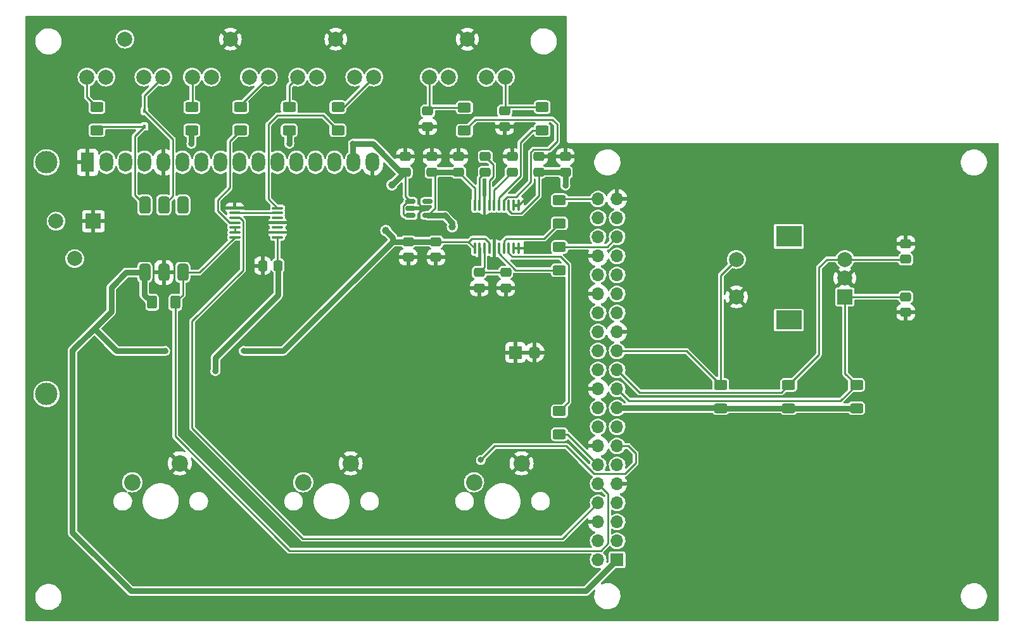
<source format=gbl>
G04 #@! TF.GenerationSoftware,KiCad,Pcbnew,6.0.11*
G04 #@! TF.CreationDate,2024-07-27T16:02:47-05:00*
G04 #@! TF.ProjectId,minidexed,6d696e69-6465-4786-9564-2e6b69636164,rev?*
G04 #@! TF.SameCoordinates,Original*
G04 #@! TF.FileFunction,Copper,L2,Bot*
G04 #@! TF.FilePolarity,Positive*
%FSLAX46Y46*%
G04 Gerber Fmt 4.6, Leading zero omitted, Abs format (unit mm)*
G04 Created by KiCad (PCBNEW 6.0.11) date 2024-07-27 16:02:47*
%MOMM*%
%LPD*%
G01*
G04 APERTURE LIST*
G04 Aperture macros list*
%AMRoundRect*
0 Rectangle with rounded corners*
0 $1 Rounding radius*
0 $2 $3 $4 $5 $6 $7 $8 $9 X,Y pos of 4 corners*
0 Add a 4 corners polygon primitive as box body*
4,1,4,$2,$3,$4,$5,$6,$7,$8,$9,$2,$3,0*
0 Add four circle primitives for the rounded corners*
1,1,$1+$1,$2,$3*
1,1,$1+$1,$4,$5*
1,1,$1+$1,$6,$7*
1,1,$1+$1,$8,$9*
0 Add four rect primitives between the rounded corners*
20,1,$1+$1,$2,$3,$4,$5,0*
20,1,$1+$1,$4,$5,$6,$7,0*
20,1,$1+$1,$6,$7,$8,$9,0*
20,1,$1+$1,$8,$9,$2,$3,0*%
G04 Aperture macros list end*
G04 #@! TA.AperFunction,ComponentPad*
%ADD10C,2.200000*%
G04 #@! TD*
G04 #@! TA.AperFunction,ComponentPad*
%ADD11C,3.000000*%
G04 #@! TD*
G04 #@! TA.AperFunction,ComponentPad*
%ADD12R,1.800000X2.600000*%
G04 #@! TD*
G04 #@! TA.AperFunction,ComponentPad*
%ADD13O,1.800000X2.600000*%
G04 #@! TD*
G04 #@! TA.AperFunction,ComponentPad*
%ADD14R,2.000000X2.000000*%
G04 #@! TD*
G04 #@! TA.AperFunction,ComponentPad*
%ADD15C,2.000000*%
G04 #@! TD*
G04 #@! TA.AperFunction,ComponentPad*
%ADD16R,3.500000X2.500000*%
G04 #@! TD*
G04 #@! TA.AperFunction,ComponentPad*
%ADD17R,3.500000X2.800000*%
G04 #@! TD*
G04 #@! TA.AperFunction,ComponentPad*
%ADD18R,1.700000X1.700000*%
G04 #@! TD*
G04 #@! TA.AperFunction,ComponentPad*
%ADD19O,1.700000X1.700000*%
G04 #@! TD*
G04 #@! TA.AperFunction,SMDPad,CuDef*
%ADD20RoundRect,0.100000X-0.100000X0.637500X-0.100000X-0.637500X0.100000X-0.637500X0.100000X0.637500X0*%
G04 #@! TD*
G04 #@! TA.AperFunction,SMDPad,CuDef*
%ADD21C,1.000000*%
G04 #@! TD*
G04 #@! TA.AperFunction,SMDPad,CuDef*
%ADD22RoundRect,0.250000X0.337500X0.475000X-0.337500X0.475000X-0.337500X-0.475000X0.337500X-0.475000X0*%
G04 #@! TD*
G04 #@! TA.AperFunction,SMDPad,CuDef*
%ADD23RoundRect,0.250000X0.475000X-0.337500X0.475000X0.337500X-0.475000X0.337500X-0.475000X-0.337500X0*%
G04 #@! TD*
G04 #@! TA.AperFunction,SMDPad,CuDef*
%ADD24RoundRect,0.250000X0.625000X-0.400000X0.625000X0.400000X-0.625000X0.400000X-0.625000X-0.400000X0*%
G04 #@! TD*
G04 #@! TA.AperFunction,SMDPad,CuDef*
%ADD25RoundRect,0.250000X-0.625000X0.400000X-0.625000X-0.400000X0.625000X-0.400000X0.625000X0.400000X0*%
G04 #@! TD*
G04 #@! TA.AperFunction,SMDPad,CuDef*
%ADD26RoundRect,0.250000X-0.475000X0.337500X-0.475000X-0.337500X0.475000X-0.337500X0.475000X0.337500X0*%
G04 #@! TD*
G04 #@! TA.AperFunction,SMDPad,CuDef*
%ADD27RoundRect,0.250000X-0.400000X-0.625000X0.400000X-0.625000X0.400000X0.625000X-0.400000X0.625000X0*%
G04 #@! TD*
G04 #@! TA.AperFunction,SMDPad,CuDef*
%ADD28RoundRect,0.150000X-0.512500X-0.150000X0.512500X-0.150000X0.512500X0.150000X-0.512500X0.150000X0*%
G04 #@! TD*
G04 #@! TA.AperFunction,SMDPad,CuDef*
%ADD29RoundRect,0.381000X-0.381000X0.762000X-0.381000X-0.762000X0.381000X-0.762000X0.381000X0.762000X0*%
G04 #@! TD*
G04 #@! TA.AperFunction,SMDPad,CuDef*
%ADD30R,0.450000X0.600000*%
G04 #@! TD*
G04 #@! TA.AperFunction,SMDPad,CuDef*
%ADD31RoundRect,0.100000X-0.637500X-0.100000X0.637500X-0.100000X0.637500X0.100000X-0.637500X0.100000X0*%
G04 #@! TD*
G04 #@! TA.AperFunction,ViaPad*
%ADD32C,0.800000*%
G04 #@! TD*
G04 #@! TA.AperFunction,Conductor*
%ADD33C,0.762000*%
G04 #@! TD*
G04 #@! TA.AperFunction,Conductor*
%ADD34C,0.254000*%
G04 #@! TD*
G04 APERTURE END LIST*
D10*
X115440000Y-119120000D03*
X109090000Y-121660000D03*
D11*
X97628900Y-109877200D03*
X97628900Y-78876500D03*
D12*
X103128000Y-78876500D03*
D13*
X105668000Y-78876500D03*
X108208000Y-78876500D03*
X110748000Y-78876500D03*
X113288000Y-78876500D03*
X115828000Y-78876500D03*
X118368000Y-78876500D03*
X120908000Y-78876500D03*
X123448000Y-78876500D03*
X125988000Y-78876500D03*
X128528000Y-78876500D03*
X131068000Y-78876500D03*
X133608000Y-78876500D03*
X136148000Y-78876500D03*
X138688000Y-78876500D03*
X141228000Y-78876500D03*
D14*
X204368400Y-96876500D03*
D15*
X204368400Y-91876500D03*
X204368400Y-94376500D03*
D16*
X196868400Y-99976500D03*
D17*
X196868400Y-88776500D03*
D15*
X189868400Y-91876500D03*
X189868400Y-96876500D03*
D10*
X138290000Y-119120000D03*
X131940000Y-121660000D03*
X161140000Y-119120000D03*
X154790000Y-121660000D03*
D18*
X173918400Y-132042400D03*
D19*
X171378400Y-132042400D03*
X173918400Y-129502400D03*
X171378400Y-129502400D03*
X173918400Y-126962400D03*
X171378400Y-126962400D03*
X173918400Y-124422400D03*
X171378400Y-124422400D03*
X173918400Y-121882400D03*
X171378400Y-121882400D03*
X173918400Y-119342400D03*
X171378400Y-119342400D03*
X173918400Y-116802400D03*
X171378400Y-116802400D03*
X173918400Y-114262400D03*
X171378400Y-114262400D03*
X173918400Y-111722400D03*
X171378400Y-111722400D03*
X173918400Y-109182400D03*
X171378400Y-109182400D03*
X173918400Y-106642400D03*
X171378400Y-106642400D03*
X173918400Y-104102400D03*
X171378400Y-104102400D03*
X173918400Y-101562400D03*
X171378400Y-101562400D03*
X173918400Y-99022400D03*
X171378400Y-99022400D03*
X173918400Y-96482400D03*
X171378400Y-96482400D03*
X173918400Y-93942400D03*
X171378400Y-93942400D03*
X173918400Y-91402400D03*
X171378400Y-91402400D03*
X173918400Y-88862400D03*
X171378400Y-88862400D03*
X173918400Y-86322400D03*
X171378400Y-86322400D03*
X173918400Y-83782400D03*
X171378400Y-83782400D03*
D20*
X154875000Y-84637500D03*
X155525000Y-84637500D03*
X156175000Y-84637500D03*
X156825000Y-84637500D03*
X157475000Y-84637500D03*
X158125000Y-84637500D03*
X158775000Y-84637500D03*
X159425000Y-84637500D03*
X160075000Y-84637500D03*
X160725000Y-84637500D03*
X160725000Y-90362500D03*
X160075000Y-90362500D03*
X159425000Y-90362500D03*
X158775000Y-90362500D03*
X158125000Y-90362500D03*
X157475000Y-90362500D03*
X156825000Y-90362500D03*
X156175000Y-90362500D03*
X155525000Y-90362500D03*
X154875000Y-90362500D03*
D21*
X143000000Y-88000000D03*
D22*
X128587500Y-92700000D03*
X126512500Y-92700000D03*
D23*
X163433330Y-80200000D03*
X163433330Y-78125000D03*
D24*
X187775000Y-111750000D03*
X187775000Y-108650000D03*
D25*
X104375200Y-71500000D03*
X104375200Y-74600000D03*
D26*
X148600000Y-72025000D03*
X148600000Y-74100000D03*
X212500000Y-96875000D03*
X212500000Y-98950000D03*
D23*
X212500000Y-91850000D03*
X212500000Y-89775000D03*
X167000000Y-80200000D03*
X167000000Y-78125000D03*
D24*
X166200000Y-93300000D03*
X166200000Y-90200000D03*
D27*
X111750000Y-97600000D03*
X114850000Y-97600000D03*
D25*
X130087040Y-71500000D03*
X130087040Y-74600000D03*
D21*
X143800000Y-81900000D03*
D24*
X205925000Y-111750000D03*
X205925000Y-108650000D03*
D25*
X166200000Y-112150000D03*
X166200000Y-115250000D03*
D24*
X196850000Y-111750000D03*
X196850000Y-108650000D03*
D15*
X122205000Y-62404000D03*
X117125000Y-67484000D03*
X119665000Y-67484000D03*
X124745000Y-67484000D03*
X127285000Y-67484000D03*
D26*
X146000000Y-89500000D03*
X146000000Y-91575000D03*
D14*
X103900000Y-86760000D03*
D15*
X101400000Y-91760000D03*
X98900000Y-86760000D03*
D24*
X153500000Y-74650000D03*
X153500000Y-71550000D03*
D25*
X136600000Y-71500000D03*
X136600000Y-74600000D03*
D18*
X160325000Y-104300000D03*
D19*
X162865000Y-104300000D03*
D26*
X159020000Y-93600000D03*
X159020000Y-95675000D03*
D28*
X146300000Y-86000000D03*
X146300000Y-85050000D03*
X146300000Y-84100000D03*
X148575000Y-84100000D03*
X148575000Y-86000000D03*
D26*
X149700000Y-89500000D03*
X149700000Y-91575000D03*
D29*
X110760000Y-84600000D03*
X113300000Y-84600000D03*
X115840000Y-84600000D03*
X115840000Y-93600000D03*
X113300000Y-93600000D03*
X110760000Y-93600000D03*
D30*
X110718160Y-74100000D03*
X110718160Y-72000000D03*
D23*
X145600000Y-80200000D03*
X145600000Y-78125000D03*
D15*
X136302000Y-62404000D03*
X131222000Y-67484000D03*
X133762000Y-67484000D03*
X138842000Y-67484000D03*
X141382000Y-67484000D03*
D31*
X122800000Y-88900000D03*
X122800000Y-88250000D03*
X122800000Y-87600000D03*
X122800000Y-86950000D03*
X122800000Y-86300000D03*
X122800000Y-85650000D03*
X122800000Y-85000000D03*
X128525000Y-85000000D03*
X128525000Y-85650000D03*
X128525000Y-86300000D03*
X128525000Y-86950000D03*
X128525000Y-87600000D03*
X128525000Y-88250000D03*
X128525000Y-88900000D03*
D23*
X152733332Y-80200000D03*
X152733332Y-78125000D03*
D15*
X108108000Y-62404000D03*
X103028000Y-67484000D03*
X105568000Y-67484000D03*
X110648000Y-67484000D03*
X113188000Y-67484000D03*
D24*
X166200000Y-87050000D03*
X166200000Y-83950000D03*
D21*
X151900000Y-87500000D03*
D26*
X158886666Y-72012500D03*
X158886666Y-74087500D03*
D25*
X123574080Y-71500000D03*
X123574080Y-74600000D03*
D23*
X156299998Y-80200000D03*
X156299998Y-78125000D03*
X159866664Y-80200000D03*
X159866664Y-78125000D03*
D25*
X117061120Y-71500000D03*
X117061120Y-74600000D03*
D24*
X163900000Y-74600000D03*
X163900000Y-71500000D03*
D15*
X153905000Y-62420000D03*
X148825000Y-67500000D03*
X151365000Y-67500000D03*
X156445000Y-67500000D03*
X158985000Y-67500000D03*
D23*
X149166666Y-80200000D03*
X149166666Y-78125000D03*
D26*
X155500000Y-93600000D03*
X155500000Y-95675000D03*
D32*
X130100000Y-76400000D03*
X138600000Y-76400000D03*
X117000000Y-76400000D03*
X120200000Y-106800000D03*
X121100000Y-93200000D03*
X175500000Y-118400000D03*
X124700000Y-81800000D03*
X162000000Y-83400000D03*
X163800000Y-76200000D03*
X139800000Y-105000000D03*
X162600000Y-92400000D03*
X166800000Y-124800000D03*
X148500000Y-123500000D03*
X150500000Y-116200000D03*
X129800000Y-81800000D03*
X150900000Y-86000000D03*
X167000000Y-82000000D03*
X113500000Y-104100000D03*
X124000000Y-104100000D03*
X155700000Y-118673500D03*
D33*
X120200000Y-105050000D02*
X128600000Y-96650000D01*
X117000000Y-76400000D02*
X117000000Y-74661120D01*
D34*
X146300000Y-84100000D02*
X145600000Y-83400000D01*
D33*
X138600000Y-76400000D02*
X141245950Y-76400000D01*
X145500000Y-80200000D02*
X143800000Y-81900000D01*
X141245950Y-76400000D02*
X145045950Y-80200000D01*
D34*
X145600000Y-83400000D02*
X145600000Y-80200000D01*
X128525000Y-88900000D02*
X128525000Y-92637500D01*
X145912920Y-84100000D02*
X145310500Y-84702420D01*
X145500000Y-86000000D02*
X146300000Y-86000000D01*
D33*
X145045950Y-80200000D02*
X145600000Y-80200000D01*
D34*
X145310500Y-84702420D02*
X145310500Y-85810500D01*
D33*
X128600000Y-96650000D02*
X128600000Y-92712500D01*
D34*
X145310500Y-85810500D02*
X145500000Y-86000000D01*
D33*
X130100000Y-76400000D02*
X130100000Y-74612960D01*
X138600000Y-76400000D02*
X138600000Y-78788500D01*
X120200000Y-106800000D02*
X120200000Y-105050000D01*
D34*
X160725000Y-84637500D02*
X160075000Y-84637500D01*
X162000000Y-83400000D02*
X161962500Y-83400000D01*
X161962500Y-83400000D02*
X160725000Y-84637500D01*
X154875000Y-84637500D02*
X154875000Y-82341668D01*
X159425000Y-84637500D02*
X159425000Y-85328869D01*
X163433330Y-83366670D02*
X163433330Y-80200000D01*
X159425000Y-85328869D02*
X159798131Y-85702000D01*
D33*
X152733332Y-80200000D02*
X149166666Y-80200000D01*
D34*
X149564500Y-85010500D02*
X149564500Y-80597834D01*
X161098000Y-85702000D02*
X163433330Y-83366670D01*
D33*
X167000000Y-82000000D02*
X167000000Y-80200000D01*
X150900000Y-86000000D02*
X148575000Y-86000000D01*
D34*
X159798131Y-85702000D02*
X161098000Y-85702000D01*
D33*
X151900000Y-87500000D02*
X151900000Y-87000000D01*
D34*
X148575000Y-86000000D02*
X149564500Y-85010500D01*
D33*
X151900000Y-87000000D02*
X150900000Y-86000000D01*
X163433330Y-80200000D02*
X167000000Y-80200000D01*
D34*
X154875000Y-82341668D02*
X152733332Y-80200000D01*
D33*
X106300000Y-98800000D02*
X106300000Y-95600000D01*
X111750000Y-97600000D02*
X111700000Y-97600000D01*
X173918400Y-132042400D02*
X169760800Y-136200000D01*
X113500000Y-104100000D02*
X107000000Y-104100000D01*
X169760800Y-136200000D02*
X108900000Y-136200000D01*
X187775000Y-111750000D02*
X196850000Y-111750000D01*
X101100000Y-104026500D02*
X101226500Y-103900000D01*
D34*
X156253869Y-89100000D02*
X156825000Y-89671131D01*
X154500000Y-89100000D02*
X156253869Y-89100000D01*
D33*
X101226500Y-103900000D02*
X101226500Y-103873500D01*
D34*
X154875000Y-90362500D02*
X154012500Y-89500000D01*
X156825000Y-89671131D02*
X156825000Y-90362500D01*
D33*
X173918400Y-111722400D02*
X187747400Y-111722400D01*
X124000000Y-104100000D02*
X129300000Y-104100000D01*
X146000000Y-89500000D02*
X149700000Y-89500000D01*
X108900000Y-136200000D02*
X101100000Y-128400000D01*
X101100000Y-128400000D02*
X101100000Y-104026500D01*
X196850000Y-111750000D02*
X205925000Y-111750000D01*
X107000000Y-104100000D02*
X104000000Y-101100000D01*
X110700000Y-96600000D02*
X110700000Y-93660000D01*
X101226500Y-103873500D02*
X104000000Y-101100000D01*
X104000000Y-101100000D02*
X106300000Y-98800000D01*
X129300000Y-104100000D02*
X143900000Y-89500000D01*
X106300000Y-95600000D02*
X108300000Y-93600000D01*
X143900000Y-88900000D02*
X143000000Y-88000000D01*
X143900000Y-89500000D02*
X143900000Y-88900000D01*
X111700000Y-97600000D02*
X110700000Y-96600000D01*
D34*
X154100000Y-89500000D02*
X154500000Y-89100000D01*
D33*
X108300000Y-93600000D02*
X110760000Y-93600000D01*
X143900000Y-89500000D02*
X146000000Y-89500000D01*
X110700000Y-93660000D02*
X110760000Y-93600000D01*
D34*
X154012500Y-89500000D02*
X149700000Y-89500000D01*
D33*
X187747400Y-111722400D02*
X187775000Y-111750000D01*
D34*
X154012500Y-89500000D02*
X154100000Y-89500000D01*
X157475000Y-82591664D02*
X159866664Y-80200000D01*
X157475000Y-84637500D02*
X157475000Y-82591664D01*
X155525000Y-80974998D02*
X156299998Y-80200000D01*
X155525000Y-84637500D02*
X155525000Y-80974998D01*
X157351998Y-79177000D02*
X156299998Y-78125000D01*
X157351998Y-80776501D02*
X157351998Y-79177000D01*
X156825000Y-84637500D02*
X156825000Y-81303499D01*
X156825000Y-81303499D02*
X157351998Y-80776501D01*
X156175000Y-90362500D02*
X156175000Y-92925000D01*
X159020000Y-93600000D02*
X155500000Y-93600000D01*
X156175000Y-92925000D02*
X155500000Y-93600000D01*
X204368400Y-96876500D02*
X204368400Y-107093400D01*
X212498500Y-96876500D02*
X212500000Y-96875000D01*
X175509000Y-110773000D02*
X173918400Y-109182400D01*
X203802000Y-110773000D02*
X175509000Y-110773000D01*
X204368400Y-96876500D02*
X212498500Y-96876500D01*
X205925000Y-108650000D02*
X203802000Y-110773000D01*
X204368400Y-107093400D02*
X205925000Y-108650000D01*
X212473500Y-91876500D02*
X204368400Y-91876500D01*
X204368400Y-91876500D02*
X201973500Y-91876500D01*
X200900000Y-104600000D02*
X196850000Y-108650000D01*
X201973500Y-91876500D02*
X200900000Y-92950000D01*
X195850000Y-109650000D02*
X176926000Y-109650000D01*
X212500000Y-91850000D02*
X212473500Y-91876500D01*
X176926000Y-109650000D02*
X173918400Y-106642400D01*
X200900000Y-92950000D02*
X200900000Y-104600000D01*
X196850000Y-108650000D02*
X195850000Y-109650000D01*
X159399166Y-71500000D02*
X158886666Y-72012500D01*
X163900000Y-71500000D02*
X159399166Y-71500000D01*
X158985000Y-71914166D02*
X158985000Y-67500000D01*
X153500000Y-71550000D02*
X149075000Y-71550000D01*
X149075000Y-71550000D02*
X148600000Y-72025000D01*
X148825000Y-71800000D02*
X148825000Y-67500000D01*
X104875200Y-74100000D02*
X110718160Y-74100000D01*
X109435000Y-75383160D02*
X109435000Y-83275000D01*
X110718160Y-74100000D02*
X109435000Y-75383160D01*
X109435000Y-83275000D02*
X110760000Y-84600000D01*
X114515000Y-83385000D02*
X113300000Y-84600000D01*
X110718160Y-72000000D02*
X114515000Y-75796840D01*
X110718160Y-72000000D02*
X110718160Y-69953840D01*
X114515000Y-75796840D02*
X114515000Y-83385000D01*
X110718160Y-69953840D02*
X113188000Y-67484000D01*
X104375200Y-71500000D02*
X103028000Y-70152800D01*
X103028000Y-70152800D02*
X103028000Y-67484000D01*
X123900000Y-93300000D02*
X117100000Y-100100000D01*
X166600800Y-129200000D02*
X171378400Y-124422400D01*
X117100000Y-114400000D02*
X131900000Y-129200000D01*
X123900000Y-86708631D02*
X123900000Y-93300000D01*
X122800000Y-86300000D02*
X123491369Y-86300000D01*
X131900000Y-129200000D02*
X166600800Y-129200000D01*
X123491369Y-86300000D02*
X123900000Y-86708631D01*
X117100000Y-100100000D02*
X117100000Y-114400000D01*
X114850000Y-115550000D02*
X130100000Y-130800000D01*
X115840000Y-96610000D02*
X115840000Y-93600000D01*
X171745330Y-130800000D02*
X172700000Y-129845330D01*
X114850000Y-97600000D02*
X114850000Y-115550000D01*
X115840000Y-93600000D02*
X118100000Y-93600000D01*
X114850000Y-97600000D02*
X115840000Y-96610000D01*
X130100000Y-130800000D02*
X171745330Y-130800000D01*
X172700000Y-123204000D02*
X171378400Y-121882400D01*
X118100000Y-93600000D02*
X122800000Y-88900000D01*
X172700000Y-129845330D02*
X172700000Y-123204000D01*
X167286000Y-115250000D02*
X166200000Y-115250000D01*
X171378400Y-119342400D02*
X167286000Y-115250000D01*
X155700000Y-118673500D02*
X157573500Y-116800000D01*
X157573500Y-116800000D02*
X167100000Y-116800000D01*
X176400000Y-119100000D02*
X176400000Y-117800000D01*
X175400000Y-116800000D02*
X175397600Y-116802400D01*
X170819400Y-120519400D02*
X174980600Y-120519400D01*
X167100000Y-116800000D02*
X170819400Y-120519400D01*
X175397600Y-116802400D02*
X173918400Y-116802400D01*
X174980600Y-120519400D02*
X176400000Y-119100000D01*
X176400000Y-117800000D02*
X175400000Y-116800000D01*
X189868400Y-91876500D02*
X187775000Y-93969900D01*
X187750000Y-108650000D02*
X183200000Y-104100000D01*
X183197600Y-104102400D02*
X173918400Y-104102400D01*
X183200000Y-104100000D02*
X183197600Y-104102400D01*
X187775000Y-93969900D02*
X187775000Y-108650000D01*
X187775000Y-108650000D02*
X187750000Y-108650000D01*
X172580800Y-90200000D02*
X173918400Y-88862400D01*
X166200000Y-90200000D02*
X172580800Y-90200000D01*
X171378400Y-83782400D02*
X166367600Y-83782400D01*
X117125000Y-71436120D02*
X117125000Y-67484000D01*
X123574080Y-71194920D02*
X127285000Y-67484000D01*
X130087040Y-71500000D02*
X130087040Y-68618960D01*
X130087040Y-68618960D02*
X131222000Y-67484000D01*
X136600000Y-71500000D02*
X137366000Y-71500000D01*
X137366000Y-71500000D02*
X141382000Y-67484000D01*
X162600000Y-74600000D02*
X163900000Y-74600000D01*
X158125000Y-84637500D02*
X158125000Y-83570165D01*
X161000000Y-80695165D02*
X161000000Y-76200000D01*
X158125000Y-83570165D02*
X161000000Y-80695165D01*
X161000000Y-76200000D02*
X162600000Y-74600000D01*
X165900000Y-73800000D02*
X165900000Y-76100000D01*
X160392131Y-83492131D02*
X159229000Y-83492131D01*
X162381330Y-81518670D02*
X160400000Y-83500000D01*
X153500000Y-74650000D02*
X154977000Y-73173000D01*
X165273000Y-73173000D02*
X165900000Y-73800000D01*
X165900000Y-76100000D02*
X164800000Y-77200000D01*
X159229000Y-83492131D02*
X158775000Y-83946131D01*
X162381330Y-77548499D02*
X162381330Y-81518670D01*
X162729829Y-77200000D02*
X162381330Y-77548499D01*
X160400000Y-83500000D02*
X160392131Y-83492131D01*
X158775000Y-83946131D02*
X158775000Y-84637500D01*
X164800000Y-77200000D02*
X162729829Y-77200000D01*
X154977000Y-73173000D02*
X165273000Y-73173000D01*
X159871131Y-91500000D02*
X159425000Y-91053869D01*
X166200000Y-112150000D02*
X167402000Y-110948000D01*
X167402000Y-110948000D02*
X167402000Y-92579000D01*
X167402000Y-92579000D02*
X166323000Y-91500000D01*
X159425000Y-91053869D02*
X159425000Y-90362500D01*
X166323000Y-91500000D02*
X159871131Y-91500000D01*
X160348501Y-93300000D02*
X158125000Y-91076499D01*
X158125000Y-91076499D02*
X158125000Y-90362500D01*
X166200000Y-93300000D02*
X160348501Y-93300000D01*
X166200000Y-87050000D02*
X164150000Y-89100000D01*
X164150000Y-89100000D02*
X159100131Y-89100000D01*
X158775000Y-89425131D02*
X158775000Y-90362500D01*
X159100131Y-89100000D02*
X158775000Y-89425131D01*
X120500000Y-83900000D02*
X120500000Y-85341369D01*
X122135000Y-76039080D02*
X122135000Y-82265000D01*
X120500000Y-85341369D02*
X122108631Y-86950000D01*
X122135000Y-82265000D02*
X120500000Y-83900000D01*
X123574080Y-74600000D02*
X122135000Y-76039080D01*
X122108631Y-86950000D02*
X122800000Y-86950000D01*
X127300000Y-73800000D02*
X128500000Y-72600000D01*
X127300000Y-83775000D02*
X127300000Y-73800000D01*
X128500000Y-72600000D02*
X134600000Y-72600000D01*
X134600000Y-72600000D02*
X136600000Y-74600000D01*
X128525000Y-85000000D02*
X127300000Y-83775000D01*
X122800000Y-87600000D02*
X122800000Y-88250000D01*
X128525000Y-85650000D02*
X122800000Y-85650000D01*
G04 #@! TA.AperFunction,Conductor*
G36*
X167141621Y-59320502D02*
G01*
X167188114Y-59374158D01*
X167199500Y-59426500D01*
X167199500Y-75947626D01*
X167198935Y-75959183D01*
X167195754Y-75970168D01*
X167197149Y-75986274D01*
X167199030Y-76007994D01*
X167199500Y-76018866D01*
X167199500Y-76027948D01*
X167200562Y-76033649D01*
X167200562Y-76033651D01*
X167200724Y-76034521D01*
X167202384Y-76046720D01*
X167202643Y-76049705D01*
X167205413Y-76081696D01*
X167210520Y-76092145D01*
X167211432Y-76095433D01*
X167212661Y-76098617D01*
X167214791Y-76110053D01*
X167224637Y-76126026D01*
X167233221Y-76139952D01*
X167239160Y-76150734D01*
X167254575Y-76182269D01*
X167263101Y-76190178D01*
X167265134Y-76192916D01*
X167267428Y-76195446D01*
X167273532Y-76205348D01*
X167282788Y-76212387D01*
X167282793Y-76212392D01*
X167301487Y-76226607D01*
X167310908Y-76234526D01*
X167336646Y-76258401D01*
X167347447Y-76262710D01*
X167350324Y-76264529D01*
X167353381Y-76266066D01*
X167362641Y-76273108D01*
X167396367Y-76282874D01*
X167408008Y-76286871D01*
X167440622Y-76299883D01*
X167446915Y-76300500D01*
X167449997Y-76300500D01*
X167453067Y-76300650D01*
X167453061Y-76300766D01*
X167459183Y-76301065D01*
X167470168Y-76304246D01*
X167507994Y-76300970D01*
X167518866Y-76300500D01*
X224823500Y-76300500D01*
X224891621Y-76320502D01*
X224938114Y-76374158D01*
X224949500Y-76426500D01*
X224949500Y-140073500D01*
X224929498Y-140141621D01*
X224875842Y-140188114D01*
X224823500Y-140199500D01*
X94926500Y-140199500D01*
X94858379Y-140179498D01*
X94811886Y-140125842D01*
X94800500Y-140073500D01*
X94800500Y-137107165D01*
X96147866Y-137107165D01*
X96182952Y-137364970D01*
X96255758Y-137614757D01*
X96364686Y-137851039D01*
X96367246Y-137854944D01*
X96367249Y-137854949D01*
X96504775Y-138064712D01*
X96504779Y-138064717D01*
X96507341Y-138068625D01*
X96680591Y-138262735D01*
X96880629Y-138429105D01*
X97103061Y-138564080D01*
X97107375Y-138565889D01*
X97107377Y-138565890D01*
X97338686Y-138662886D01*
X97338691Y-138662888D01*
X97343001Y-138664695D01*
X97347533Y-138665846D01*
X97347536Y-138665847D01*
X97472815Y-138697663D01*
X97595177Y-138728739D01*
X97811286Y-138750500D01*
X97966044Y-138750500D01*
X97968369Y-138750327D01*
X97968375Y-138750327D01*
X98154814Y-138736472D01*
X98154818Y-138736471D01*
X98159466Y-138736126D01*
X98413232Y-138678705D01*
X98417586Y-138677012D01*
X98651370Y-138586098D01*
X98651372Y-138586097D01*
X98655723Y-138584405D01*
X98677190Y-138572136D01*
X98843984Y-138476805D01*
X98881612Y-138455299D01*
X99085936Y-138294223D01*
X99264208Y-138104714D01*
X99412511Y-137890937D01*
X99430258Y-137854949D01*
X99525521Y-137661775D01*
X99525522Y-137661772D01*
X99527586Y-137657587D01*
X99606906Y-137409792D01*
X99648728Y-137152994D01*
X99652134Y-136892835D01*
X99617048Y-136635030D01*
X99610839Y-136613726D01*
X99572621Y-136482608D01*
X99544242Y-136385243D01*
X99435314Y-136148961D01*
X99380761Y-136065753D01*
X99295225Y-135935288D01*
X99295221Y-135935283D01*
X99292659Y-135931375D01*
X99196622Y-135823775D01*
X99122526Y-135740757D01*
X99122524Y-135740755D01*
X99119409Y-135737265D01*
X98919371Y-135570895D01*
X98696939Y-135435920D01*
X98692623Y-135434110D01*
X98461314Y-135337114D01*
X98461309Y-135337112D01*
X98456999Y-135335305D01*
X98452467Y-135334154D01*
X98452464Y-135334153D01*
X98273919Y-135288809D01*
X98204823Y-135271261D01*
X97988714Y-135249500D01*
X97833956Y-135249500D01*
X97831631Y-135249673D01*
X97831625Y-135249673D01*
X97645186Y-135263528D01*
X97645182Y-135263529D01*
X97640534Y-135263874D01*
X97386768Y-135321295D01*
X97382416Y-135322987D01*
X97382414Y-135322988D01*
X97148630Y-135413902D01*
X97148628Y-135413903D01*
X97144277Y-135415595D01*
X97140223Y-135417912D01*
X97140221Y-135417913D01*
X97106649Y-135437101D01*
X96918388Y-135544701D01*
X96714064Y-135705777D01*
X96535792Y-135895286D01*
X96387489Y-136109063D01*
X96385423Y-136113253D01*
X96385421Y-136113256D01*
X96306453Y-136273389D01*
X96272414Y-136342413D01*
X96193094Y-136590208D01*
X96181592Y-136660834D01*
X96153229Y-136834992D01*
X96151272Y-136847006D01*
X96147866Y-137107165D01*
X94800500Y-137107165D01*
X94800500Y-109831144D01*
X95870083Y-109831144D01*
X95870307Y-109835811D01*
X95870307Y-109835816D01*
X95875958Y-109953455D01*
X95882594Y-110091619D01*
X95933469Y-110347385D01*
X96021590Y-110592821D01*
X96023806Y-110596945D01*
X96082057Y-110705355D01*
X96145020Y-110822536D01*
X96147815Y-110826279D01*
X96147817Y-110826282D01*
X96298257Y-111027745D01*
X96298262Y-111027751D01*
X96301049Y-111031483D01*
X96304358Y-111034763D01*
X96304363Y-111034769D01*
X96478632Y-111207523D01*
X96486248Y-111215073D01*
X96490010Y-111217831D01*
X96490013Y-111217834D01*
X96613408Y-111308311D01*
X96696549Y-111369273D01*
X96700680Y-111371447D01*
X96700681Y-111371447D01*
X96923198Y-111488519D01*
X96923204Y-111488521D01*
X96927333Y-111490694D01*
X97173529Y-111576669D01*
X97178122Y-111577541D01*
X97425139Y-111624439D01*
X97425142Y-111624439D01*
X97429728Y-111625310D01*
X97553625Y-111630178D01*
X97685635Y-111635365D01*
X97685640Y-111635365D01*
X97690303Y-111635548D01*
X97783785Y-111625310D01*
X97944876Y-111607668D01*
X97944881Y-111607667D01*
X97949529Y-111607158D01*
X98201711Y-111540764D01*
X98328571Y-111486261D01*
X98437007Y-111439674D01*
X98437010Y-111439672D01*
X98441310Y-111437825D01*
X98445290Y-111435362D01*
X98445294Y-111435360D01*
X98659088Y-111303060D01*
X98659092Y-111303057D01*
X98663061Y-111300601D01*
X98862094Y-111132107D01*
X99034035Y-110936045D01*
X99051875Y-110908311D01*
X99172580Y-110720653D01*
X99175108Y-110716723D01*
X99282214Y-110478957D01*
X99352999Y-110227972D01*
X99369762Y-110096207D01*
X99385511Y-109972412D01*
X99385511Y-109972406D01*
X99385909Y-109969281D01*
X99386171Y-109959300D01*
X99387710Y-109900499D01*
X99388320Y-109877200D01*
X99378253Y-109741732D01*
X99369340Y-109621793D01*
X99369339Y-109621789D01*
X99368994Y-109617141D01*
X99311442Y-109362795D01*
X99216927Y-109119750D01*
X99204357Y-109097756D01*
X99118993Y-108948402D01*
X99087525Y-108893345D01*
X98926080Y-108688553D01*
X98736139Y-108509874D01*
X98521873Y-108361232D01*
X98517683Y-108359166D01*
X98517680Y-108359164D01*
X98292178Y-108247959D01*
X98292175Y-108247958D01*
X98287990Y-108245894D01*
X98039628Y-108166393D01*
X98035021Y-108165643D01*
X98035018Y-108165642D01*
X97786855Y-108125226D01*
X97786856Y-108125226D01*
X97782244Y-108124475D01*
X97655775Y-108122820D01*
X97526167Y-108121123D01*
X97526164Y-108121123D01*
X97521490Y-108121062D01*
X97263096Y-108156228D01*
X97258610Y-108157536D01*
X97258608Y-108157536D01*
X97228221Y-108166393D01*
X97012738Y-108229200D01*
X96775916Y-108338377D01*
X96772011Y-108340937D01*
X96772006Y-108340940D01*
X96561746Y-108478792D01*
X96561741Y-108478796D01*
X96557833Y-108481358D01*
X96363279Y-108655004D01*
X96196529Y-108855500D01*
X96061245Y-109078440D01*
X96059438Y-109082748D01*
X96059438Y-109082749D01*
X95970533Y-109294764D01*
X95960400Y-109318928D01*
X95959249Y-109323460D01*
X95959248Y-109323463D01*
X95938992Y-109403224D01*
X95896210Y-109571680D01*
X95870083Y-109831144D01*
X94800500Y-109831144D01*
X94800500Y-104006379D01*
X100459765Y-104006379D01*
X100460511Y-104014271D01*
X100463941Y-104050556D01*
X100464500Y-104062414D01*
X100464500Y-128320980D01*
X100463970Y-128332214D01*
X100462292Y-128339719D01*
X100464198Y-128400371D01*
X100464438Y-128408012D01*
X100464500Y-128411969D01*
X100464500Y-128439983D01*
X100464996Y-128443908D01*
X100464996Y-128443909D01*
X100465008Y-128444004D01*
X100465941Y-128455849D01*
X100467335Y-128500205D01*
X100472258Y-128517148D01*
X100473013Y-128519748D01*
X100477023Y-128539112D01*
X100479573Y-128559299D01*
X100482489Y-128566663D01*
X100482490Y-128566668D01*
X100495907Y-128600556D01*
X100499752Y-128611785D01*
X100502832Y-128622387D01*
X100512131Y-128654393D01*
X100516169Y-128661220D01*
X100516170Y-128661223D01*
X100522488Y-128671906D01*
X100531188Y-128689664D01*
X100535761Y-128701215D01*
X100535765Y-128701221D01*
X100538681Y-128708588D01*
X100543339Y-128714999D01*
X100543340Y-128715001D01*
X100564764Y-128744488D01*
X100571281Y-128754410D01*
X100589826Y-128785768D01*
X100589829Y-128785772D01*
X100593866Y-128792598D01*
X100608250Y-128806982D01*
X100621091Y-128822016D01*
X100633058Y-128838487D01*
X100639166Y-128843540D01*
X100667255Y-128866777D01*
X100676035Y-128874767D01*
X108394750Y-136593483D01*
X108402326Y-136601809D01*
X108406447Y-136608303D01*
X108439840Y-136639661D01*
X108456265Y-136655085D01*
X108459107Y-136657840D01*
X108478906Y-136677639D01*
X108482031Y-136680063D01*
X108482040Y-136680071D01*
X108482126Y-136680137D01*
X108491151Y-136687845D01*
X108523494Y-136718217D01*
X108530438Y-136722035D01*
X108530440Y-136722036D01*
X108541329Y-136728022D01*
X108557847Y-136738873D01*
X108573933Y-136751350D01*
X108614666Y-136768976D01*
X108625314Y-136774193D01*
X108636942Y-136780585D01*
X108664197Y-136795569D01*
X108671872Y-136797540D01*
X108671878Y-136797542D01*
X108683911Y-136800631D01*
X108702613Y-136807034D01*
X108721292Y-136815117D01*
X108754818Y-136820427D01*
X108765127Y-136822060D01*
X108776740Y-136824465D01*
X108819718Y-136835500D01*
X108840065Y-136835500D01*
X108859777Y-136837051D01*
X108879879Y-136840235D01*
X108887771Y-136839489D01*
X108924056Y-136836059D01*
X108935914Y-136835500D01*
X169681780Y-136835500D01*
X169693014Y-136836030D01*
X169700519Y-136837708D01*
X169768812Y-136835562D01*
X169772769Y-136835500D01*
X169800783Y-136835500D01*
X169804708Y-136835004D01*
X169804709Y-136835004D01*
X169804804Y-136834992D01*
X169816649Y-136834059D01*
X169846470Y-136833122D01*
X169853082Y-136832914D01*
X169853083Y-136832914D01*
X169861005Y-136832665D01*
X169880549Y-136826987D01*
X169899912Y-136822977D01*
X169912240Y-136821420D01*
X169912242Y-136821420D01*
X169920099Y-136820427D01*
X169927463Y-136817511D01*
X169927468Y-136817510D01*
X169961356Y-136804093D01*
X169972585Y-136800248D01*
X169989265Y-136795402D01*
X170015193Y-136787869D01*
X170022020Y-136783831D01*
X170022023Y-136783830D01*
X170032706Y-136777512D01*
X170050464Y-136768812D01*
X170062015Y-136764239D01*
X170062021Y-136764235D01*
X170069388Y-136761319D01*
X170078777Y-136754498D01*
X170105288Y-136735236D01*
X170115210Y-136728719D01*
X170146568Y-136710174D01*
X170146572Y-136710171D01*
X170153398Y-136706134D01*
X170167782Y-136691750D01*
X170182816Y-136678909D01*
X170192873Y-136671602D01*
X170199287Y-136666942D01*
X170227578Y-136632744D01*
X170235567Y-136623965D01*
X170807365Y-136052167D01*
X170869677Y-136018141D01*
X170940492Y-136023206D01*
X170997328Y-136065753D01*
X171022139Y-136132273D01*
X171009466Y-136196990D01*
X170990814Y-136234813D01*
X170911494Y-136482608D01*
X170910744Y-136487214D01*
X170879325Y-136680137D01*
X170869672Y-136739406D01*
X170866266Y-136999565D01*
X170901352Y-137257370D01*
X170974158Y-137507157D01*
X171083086Y-137743439D01*
X171085646Y-137747344D01*
X171085649Y-137747349D01*
X171223175Y-137957112D01*
X171223179Y-137957117D01*
X171225741Y-137961025D01*
X171312366Y-138058080D01*
X171324895Y-138072117D01*
X171398991Y-138155135D01*
X171599029Y-138321505D01*
X171821461Y-138456480D01*
X171825775Y-138458289D01*
X171825777Y-138458290D01*
X172057086Y-138555286D01*
X172057091Y-138555288D01*
X172061401Y-138557095D01*
X172065933Y-138558246D01*
X172065936Y-138558247D01*
X172191215Y-138590063D01*
X172313577Y-138621139D01*
X172529686Y-138642900D01*
X172684444Y-138642900D01*
X172686769Y-138642727D01*
X172686775Y-138642727D01*
X172873214Y-138628872D01*
X172873218Y-138628871D01*
X172877866Y-138628526D01*
X173131632Y-138571105D01*
X173135986Y-138569412D01*
X173369770Y-138478498D01*
X173369772Y-138478497D01*
X173374123Y-138476805D01*
X173407694Y-138457618D01*
X173462812Y-138426115D01*
X173600012Y-138347699D01*
X173804336Y-138186623D01*
X173982608Y-137997114D01*
X174130911Y-137783337D01*
X174148658Y-137747349D01*
X174243921Y-137554175D01*
X174243922Y-137554172D01*
X174245986Y-137549987D01*
X174325306Y-137302192D01*
X174367128Y-137045394D01*
X174367728Y-136999565D01*
X219866266Y-136999565D01*
X219901352Y-137257370D01*
X219974158Y-137507157D01*
X220083086Y-137743439D01*
X220085646Y-137747344D01*
X220085649Y-137747349D01*
X220223175Y-137957112D01*
X220223179Y-137957117D01*
X220225741Y-137961025D01*
X220312366Y-138058080D01*
X220324895Y-138072117D01*
X220398991Y-138155135D01*
X220599029Y-138321505D01*
X220821461Y-138456480D01*
X220825775Y-138458289D01*
X220825777Y-138458290D01*
X221057086Y-138555286D01*
X221057091Y-138555288D01*
X221061401Y-138557095D01*
X221065933Y-138558246D01*
X221065936Y-138558247D01*
X221191215Y-138590063D01*
X221313577Y-138621139D01*
X221529686Y-138642900D01*
X221684444Y-138642900D01*
X221686769Y-138642727D01*
X221686775Y-138642727D01*
X221873214Y-138628872D01*
X221873218Y-138628871D01*
X221877866Y-138628526D01*
X222131632Y-138571105D01*
X222135986Y-138569412D01*
X222369770Y-138478498D01*
X222369772Y-138478497D01*
X222374123Y-138476805D01*
X222407694Y-138457618D01*
X222462812Y-138426115D01*
X222600012Y-138347699D01*
X222804336Y-138186623D01*
X222982608Y-137997114D01*
X223130911Y-137783337D01*
X223148658Y-137747349D01*
X223243921Y-137554175D01*
X223243922Y-137554172D01*
X223245986Y-137549987D01*
X223325306Y-137302192D01*
X223367128Y-137045394D01*
X223369876Y-136835500D01*
X223370473Y-136789912D01*
X223370473Y-136789909D01*
X223370534Y-136785235D01*
X223335448Y-136527430D01*
X223262642Y-136277643D01*
X223153714Y-136041361D01*
X223151151Y-136037451D01*
X223013625Y-135827688D01*
X223013621Y-135827683D01*
X223011059Y-135823775D01*
X222837809Y-135629665D01*
X222637771Y-135463295D01*
X222415339Y-135328320D01*
X222402624Y-135322988D01*
X222179714Y-135229514D01*
X222179709Y-135229512D01*
X222175399Y-135227705D01*
X222170867Y-135226554D01*
X222170864Y-135226553D01*
X222045585Y-135194737D01*
X221923223Y-135163661D01*
X221707114Y-135141900D01*
X221552356Y-135141900D01*
X221550031Y-135142073D01*
X221550025Y-135142073D01*
X221363586Y-135155928D01*
X221363582Y-135155929D01*
X221358934Y-135156274D01*
X221105168Y-135213695D01*
X221100816Y-135215387D01*
X221100814Y-135215388D01*
X220867030Y-135306302D01*
X220867028Y-135306303D01*
X220862677Y-135307995D01*
X220858623Y-135310312D01*
X220858621Y-135310313D01*
X220822867Y-135330748D01*
X220636788Y-135437101D01*
X220432464Y-135598177D01*
X220254192Y-135787686D01*
X220105889Y-136001463D01*
X220103823Y-136005653D01*
X220103821Y-136005656D01*
X220035080Y-136145051D01*
X219990814Y-136234813D01*
X219911494Y-136482608D01*
X219910744Y-136487214D01*
X219879325Y-136680137D01*
X219869672Y-136739406D01*
X219866266Y-136999565D01*
X174367728Y-136999565D01*
X174369876Y-136835500D01*
X174370473Y-136789912D01*
X174370473Y-136789909D01*
X174370534Y-136785235D01*
X174335448Y-136527430D01*
X174262642Y-136277643D01*
X174153714Y-136041361D01*
X174151151Y-136037451D01*
X174013625Y-135827688D01*
X174013621Y-135827683D01*
X174011059Y-135823775D01*
X173837809Y-135629665D01*
X173637771Y-135463295D01*
X173415339Y-135328320D01*
X173402624Y-135322988D01*
X173179714Y-135229514D01*
X173179709Y-135229512D01*
X173175399Y-135227705D01*
X173170867Y-135226554D01*
X173170864Y-135226553D01*
X173045585Y-135194737D01*
X172923223Y-135163661D01*
X172707114Y-135141900D01*
X172552356Y-135141900D01*
X172550031Y-135142073D01*
X172550025Y-135142073D01*
X172363586Y-135155928D01*
X172363582Y-135155929D01*
X172358934Y-135156274D01*
X172105168Y-135213695D01*
X172100816Y-135215387D01*
X172100814Y-135215388D01*
X171912013Y-135288809D01*
X171841275Y-135294856D01*
X171778496Y-135261700D01*
X171743609Y-135199866D01*
X171747690Y-135128987D01*
X171777251Y-135082281D01*
X173675727Y-133183805D01*
X173738039Y-133149779D01*
X173764822Y-133146900D01*
X174678882Y-133146899D01*
X174793466Y-133146899D01*
X174829218Y-133139788D01*
X174855526Y-133134556D01*
X174855528Y-133134555D01*
X174867701Y-133132134D01*
X174878021Y-133125239D01*
X174878022Y-133125238D01*
X174941568Y-133082777D01*
X174951884Y-133075884D01*
X175008134Y-132991701D01*
X175022900Y-132917467D01*
X175022899Y-131167334D01*
X175011821Y-131111634D01*
X175010556Y-131105274D01*
X175010555Y-131105272D01*
X175008134Y-131093099D01*
X174951884Y-131008916D01*
X174867701Y-130952666D01*
X174793467Y-130937900D01*
X173918542Y-130937900D01*
X173043334Y-130937901D01*
X173007582Y-130945012D01*
X172981274Y-130950244D01*
X172981272Y-130950245D01*
X172969099Y-130952666D01*
X172958779Y-130959561D01*
X172958778Y-130959562D01*
X172898385Y-130999916D01*
X172884916Y-131008916D01*
X172828666Y-131093099D01*
X172813900Y-131167333D01*
X172813900Y-131173520D01*
X172813901Y-132195976D01*
X172793899Y-132264097D01*
X172776996Y-132285071D01*
X172673697Y-132388370D01*
X172611385Y-132422396D01*
X172540570Y-132417331D01*
X172483734Y-132374784D01*
X172458923Y-132308264D01*
X172459906Y-132281195D01*
X172485579Y-132104127D01*
X172486112Y-132100453D01*
X172487632Y-132042400D01*
X172469058Y-131840259D01*
X172467490Y-131834699D01*
X172415525Y-131650446D01*
X172415524Y-131650444D01*
X172413957Y-131644887D01*
X172403378Y-131623433D01*
X172326731Y-131468009D01*
X172324176Y-131462828D01*
X172202720Y-131300179D01*
X172081713Y-131188321D01*
X172045270Y-131127395D01*
X172047551Y-131056435D01*
X172078149Y-131006703D01*
X172881077Y-130203776D01*
X172943389Y-130169751D01*
X173014205Y-130174816D01*
X173066338Y-130214965D01*
X173067846Y-130213677D01*
X173071597Y-130218069D01*
X173074933Y-130222789D01*
X173220338Y-130364435D01*
X173389120Y-130477212D01*
X173394423Y-130479490D01*
X173394426Y-130479492D01*
X173483107Y-130517592D01*
X173575628Y-130557342D01*
X173648644Y-130573864D01*
X173767979Y-130600867D01*
X173767984Y-130600868D01*
X173773616Y-130602142D01*
X173779387Y-130602369D01*
X173779389Y-130602369D01*
X173839156Y-130604717D01*
X173976453Y-130610112D01*
X174076899Y-130595548D01*
X174171631Y-130581813D01*
X174171636Y-130581812D01*
X174177345Y-130580984D01*
X174182809Y-130579129D01*
X174182814Y-130579128D01*
X174364093Y-130517592D01*
X174364098Y-130517590D01*
X174369565Y-130515734D01*
X174546676Y-130416547D01*
X174568378Y-130398498D01*
X174698313Y-130290431D01*
X174702745Y-130286745D01*
X174762444Y-130214965D01*
X174828853Y-130135118D01*
X174828855Y-130135115D01*
X174832547Y-130130676D01*
X174931734Y-129953565D01*
X174933590Y-129948098D01*
X174933592Y-129948093D01*
X174995128Y-129766814D01*
X174995129Y-129766809D01*
X174996984Y-129761345D01*
X174997812Y-129755636D01*
X174997813Y-129755631D01*
X175022998Y-129581928D01*
X175026112Y-129560453D01*
X175027632Y-129502400D01*
X175009058Y-129300259D01*
X175007490Y-129294699D01*
X174955525Y-129110446D01*
X174955524Y-129110444D01*
X174953957Y-129104887D01*
X174943378Y-129083433D01*
X174866731Y-128928009D01*
X174864176Y-128922828D01*
X174742720Y-128760179D01*
X174593658Y-128622387D01*
X174588775Y-128619306D01*
X174588771Y-128619303D01*
X174426864Y-128517148D01*
X174421981Y-128514067D01*
X174233439Y-128438846D01*
X174227779Y-128437720D01*
X174227775Y-128437719D01*
X174040013Y-128400371D01*
X174040010Y-128400371D01*
X174034346Y-128399244D01*
X174028571Y-128399168D01*
X174028567Y-128399168D01*
X173927193Y-128397841D01*
X173831371Y-128396587D01*
X173825674Y-128397566D01*
X173825673Y-128397566D01*
X173637007Y-128429985D01*
X173631310Y-128430964D01*
X173440863Y-128501224D01*
X173435902Y-128504176D01*
X173435901Y-128504176D01*
X173271923Y-128601732D01*
X173203152Y-128619372D01*
X173135762Y-128597031D01*
X173091148Y-128541803D01*
X173081500Y-128493447D01*
X173081500Y-127967396D01*
X173101502Y-127899275D01*
X173155158Y-127852782D01*
X173225432Y-127842678D01*
X173277502Y-127862631D01*
X173338869Y-127903635D01*
X173389120Y-127937212D01*
X173394423Y-127939490D01*
X173394426Y-127939492D01*
X173483107Y-127977592D01*
X173575628Y-128017342D01*
X173648644Y-128033864D01*
X173767979Y-128060867D01*
X173767984Y-128060868D01*
X173773616Y-128062142D01*
X173779387Y-128062369D01*
X173779389Y-128062369D01*
X173839156Y-128064717D01*
X173976453Y-128070112D01*
X174076899Y-128055548D01*
X174171631Y-128041813D01*
X174171636Y-128041812D01*
X174177345Y-128040984D01*
X174182809Y-128039129D01*
X174182814Y-128039128D01*
X174364093Y-127977592D01*
X174364098Y-127977590D01*
X174369565Y-127975734D01*
X174546676Y-127876547D01*
X174575251Y-127852782D01*
X174674096Y-127770572D01*
X174702745Y-127746745D01*
X174832547Y-127590676D01*
X174931734Y-127413565D01*
X174933590Y-127408098D01*
X174933592Y-127408093D01*
X174995128Y-127226814D01*
X174995129Y-127226809D01*
X174996984Y-127221345D01*
X174997812Y-127215636D01*
X174997813Y-127215631D01*
X175025579Y-127024127D01*
X175026112Y-127020453D01*
X175027632Y-126962400D01*
X175009058Y-126760259D01*
X174993475Y-126705007D01*
X174955525Y-126570446D01*
X174955524Y-126570444D01*
X174953957Y-126564887D01*
X174947603Y-126552001D01*
X174866731Y-126388009D01*
X174864176Y-126382828D01*
X174742720Y-126220179D01*
X174593658Y-126082387D01*
X174588775Y-126079306D01*
X174588771Y-126079303D01*
X174426864Y-125977148D01*
X174421981Y-125974067D01*
X174233439Y-125898846D01*
X174227779Y-125897720D01*
X174227775Y-125897719D01*
X174040013Y-125860371D01*
X174040010Y-125860371D01*
X174034346Y-125859244D01*
X174028571Y-125859168D01*
X174028567Y-125859168D01*
X173927193Y-125857841D01*
X173831371Y-125856587D01*
X173825674Y-125857566D01*
X173825673Y-125857566D01*
X173637007Y-125889985D01*
X173631310Y-125890964D01*
X173440863Y-125961224D01*
X173435902Y-125964176D01*
X173435901Y-125964176D01*
X173271923Y-126061732D01*
X173203152Y-126079372D01*
X173135762Y-126057031D01*
X173091148Y-126001803D01*
X173081500Y-125953447D01*
X173081500Y-125427396D01*
X173101502Y-125359275D01*
X173155158Y-125312782D01*
X173225432Y-125302678D01*
X173277502Y-125322631D01*
X173338869Y-125363635D01*
X173389120Y-125397212D01*
X173394423Y-125399490D01*
X173394426Y-125399492D01*
X173512907Y-125450395D01*
X173575628Y-125477342D01*
X173648644Y-125493864D01*
X173767979Y-125520867D01*
X173767984Y-125520868D01*
X173773616Y-125522142D01*
X173779387Y-125522369D01*
X173779389Y-125522369D01*
X173839156Y-125524717D01*
X173976453Y-125530112D01*
X174076899Y-125515548D01*
X174171631Y-125501813D01*
X174171636Y-125501812D01*
X174177345Y-125500984D01*
X174182809Y-125499129D01*
X174182814Y-125499128D01*
X174364093Y-125437592D01*
X174364098Y-125437590D01*
X174369565Y-125435734D01*
X174546676Y-125336547D01*
X174551123Y-125332849D01*
X174698313Y-125210431D01*
X174702745Y-125206745D01*
X174750617Y-125149186D01*
X174828853Y-125055118D01*
X174828855Y-125055115D01*
X174832547Y-125050676D01*
X174931734Y-124873565D01*
X174933590Y-124868098D01*
X174933592Y-124868093D01*
X174995128Y-124686814D01*
X174995129Y-124686809D01*
X174996984Y-124681345D01*
X174997812Y-124675636D01*
X174997813Y-124675631D01*
X175025579Y-124484127D01*
X175026112Y-124480453D01*
X175027632Y-124422400D01*
X175011333Y-124245015D01*
X175009587Y-124226013D01*
X175009586Y-124226010D01*
X175009058Y-124220259D01*
X175007490Y-124214699D01*
X174955525Y-124030446D01*
X174955524Y-124030444D01*
X174953957Y-124024887D01*
X174943378Y-124003433D01*
X174866731Y-123848009D01*
X174864176Y-123842828D01*
X174742720Y-123680179D01*
X174593658Y-123542387D01*
X174588775Y-123539306D01*
X174588771Y-123539303D01*
X174426864Y-123437148D01*
X174421981Y-123434067D01*
X174350014Y-123405355D01*
X174294155Y-123361534D01*
X174270855Y-123294469D01*
X174287511Y-123225454D01*
X174338836Y-123176400D01*
X174360498Y-123167639D01*
X174410652Y-123152592D01*
X174420242Y-123148833D01*
X174611495Y-123055139D01*
X174620345Y-123049864D01*
X174793728Y-122926192D01*
X174801600Y-122919539D01*
X174952452Y-122769212D01*
X174959130Y-122761365D01*
X175083403Y-122588420D01*
X175088713Y-122579583D01*
X175183070Y-122388667D01*
X175186869Y-122379072D01*
X175248777Y-122175310D01*
X175250955Y-122165237D01*
X175252386Y-122154362D01*
X175250175Y-122140178D01*
X175237017Y-122136400D01*
X173790400Y-122136400D01*
X173722279Y-122116398D01*
X173675786Y-122062742D01*
X173664400Y-122010400D01*
X173664400Y-121754400D01*
X173684402Y-121686279D01*
X173738058Y-121639786D01*
X173790400Y-121628400D01*
X175236744Y-121628400D01*
X175250275Y-121624427D01*
X175251580Y-121615347D01*
X175209612Y-121448269D01*
X175206294Y-121438524D01*
X175121372Y-121243214D01*
X175116505Y-121234139D01*
X175016129Y-121078980D01*
X174995922Y-121010920D01*
X175015718Y-120942739D01*
X175069234Y-120896085D01*
X175080942Y-120891713D01*
X175088507Y-120890818D01*
X175096806Y-120886833D01*
X175105883Y-120885322D01*
X175151251Y-120860842D01*
X175156514Y-120858161D01*
X175195850Y-120839273D01*
X175195854Y-120839270D01*
X175202998Y-120835840D01*
X175207292Y-120832230D01*
X175209224Y-120830298D01*
X175211173Y-120828511D01*
X175211226Y-120828482D01*
X175211345Y-120828612D01*
X175211913Y-120828111D01*
X175217657Y-120825012D01*
X175254468Y-120785190D01*
X175257897Y-120781625D01*
X176631476Y-119408046D01*
X176650499Y-119392682D01*
X176651558Y-119391718D01*
X176660304Y-119386071D01*
X176666752Y-119377892D01*
X176666754Y-119377890D01*
X176681234Y-119359523D01*
X176685209Y-119355050D01*
X176685137Y-119354989D01*
X176688490Y-119351032D01*
X176692171Y-119347351D01*
X176703455Y-119331560D01*
X176707019Y-119326814D01*
X176732487Y-119294508D01*
X176738934Y-119286330D01*
X176741984Y-119277645D01*
X176747335Y-119270157D01*
X176762115Y-119220734D01*
X176763927Y-119215160D01*
X176781016Y-119166498D01*
X176781500Y-119160909D01*
X176781500Y-119158198D01*
X176781615Y-119155531D01*
X176781634Y-119155468D01*
X176781808Y-119155475D01*
X176781855Y-119154729D01*
X176783725Y-119148476D01*
X176781597Y-119094312D01*
X176781500Y-119089366D01*
X176781500Y-117854140D01*
X176784087Y-117829824D01*
X176784154Y-117828401D01*
X176786346Y-117818220D01*
X176782373Y-117784652D01*
X176782021Y-117778678D01*
X176781928Y-117778686D01*
X176781500Y-117773508D01*
X176781500Y-117768308D01*
X176780646Y-117763176D01*
X176778314Y-117749165D01*
X176777477Y-117743286D01*
X176772642Y-117702433D01*
X176772642Y-117702432D01*
X176771418Y-117692093D01*
X176767433Y-117683794D01*
X176765922Y-117674717D01*
X176741442Y-117629349D01*
X176738761Y-117624086D01*
X176719869Y-117584743D01*
X176716440Y-117577602D01*
X176712831Y-117573308D01*
X176710905Y-117571382D01*
X176709109Y-117569424D01*
X176709079Y-117569367D01*
X176709208Y-117569249D01*
X176708710Y-117568684D01*
X176705612Y-117562943D01*
X176665804Y-117526145D01*
X176662239Y-117522716D01*
X175687411Y-116547888D01*
X175688007Y-116547292D01*
X175686266Y-116546114D01*
X175683671Y-116542096D01*
X175679352Y-116538691D01*
X175678364Y-116536660D01*
X175677595Y-116537306D01*
X175674991Y-116534208D01*
X175651190Y-116505894D01*
X175638092Y-116498008D01*
X175613866Y-116483422D01*
X175605601Y-116477993D01*
X175578629Y-116458719D01*
X175578625Y-116458717D01*
X175570157Y-116452666D01*
X175560182Y-116449683D01*
X175555808Y-116447540D01*
X175551306Y-116445757D01*
X175542382Y-116440385D01*
X175499786Y-116431215D01*
X175490204Y-116428754D01*
X175458459Y-116419260D01*
X175458456Y-116419260D01*
X175448476Y-116416275D01*
X175438067Y-116416684D01*
X175433245Y-116416075D01*
X175428400Y-116415847D01*
X175418220Y-116413655D01*
X175402162Y-116415555D01*
X175374952Y-116418775D01*
X175365095Y-116419551D01*
X175340327Y-116420525D01*
X175333245Y-116420803D01*
X175328299Y-116420900D01*
X175040206Y-116420900D01*
X174972085Y-116400898D01*
X174927200Y-116350628D01*
X174866731Y-116228009D01*
X174864176Y-116222828D01*
X174742720Y-116060179D01*
X174593658Y-115922387D01*
X174588775Y-115919306D01*
X174588771Y-115919303D01*
X174426864Y-115817148D01*
X174421981Y-115814067D01*
X174233439Y-115738846D01*
X174227779Y-115737720D01*
X174227775Y-115737719D01*
X174040013Y-115700371D01*
X174040010Y-115700371D01*
X174034346Y-115699244D01*
X174028571Y-115699168D01*
X174028567Y-115699168D01*
X173927193Y-115697841D01*
X173831371Y-115696587D01*
X173825674Y-115697566D01*
X173825673Y-115697566D01*
X173660699Y-115725914D01*
X173631310Y-115730964D01*
X173440863Y-115801224D01*
X173266410Y-115905012D01*
X173262070Y-115908818D01*
X173262066Y-115908821D01*
X173154421Y-116003224D01*
X173113792Y-116038855D01*
X172988120Y-116198269D01*
X172985431Y-116203380D01*
X172985429Y-116203383D01*
X172895989Y-116373380D01*
X172846570Y-116424352D01*
X172777437Y-116440515D01*
X172710541Y-116416736D01*
X172670403Y-116362373D01*
X172668355Y-116363263D01*
X172581372Y-116163214D01*
X172576505Y-116154139D01*
X172460826Y-115975326D01*
X172454536Y-115967157D01*
X172311206Y-115809640D01*
X172303673Y-115802615D01*
X172136539Y-115670622D01*
X172127952Y-115664917D01*
X171941517Y-115561999D01*
X171932105Y-115557769D01*
X171817791Y-115517288D01*
X171760255Y-115475694D01*
X171734339Y-115409596D01*
X171748273Y-115339980D01*
X171797632Y-115288949D01*
X171819343Y-115279204D01*
X171829565Y-115275734D01*
X172006676Y-115176547D01*
X172069334Y-115124435D01*
X172158313Y-115050431D01*
X172162745Y-115046745D01*
X172202034Y-114999505D01*
X172288853Y-114895118D01*
X172288855Y-114895115D01*
X172292547Y-114890676D01*
X172391734Y-114713565D01*
X172393590Y-114708098D01*
X172393592Y-114708093D01*
X172455128Y-114526814D01*
X172455129Y-114526809D01*
X172456984Y-114521345D01*
X172457812Y-114515636D01*
X172457813Y-114515631D01*
X172481107Y-114354974D01*
X172486112Y-114320453D01*
X172487632Y-114262400D01*
X172484964Y-114233364D01*
X172809548Y-114233364D01*
X172822824Y-114435922D01*
X172824245Y-114441518D01*
X172824246Y-114441523D01*
X172845519Y-114525283D01*
X172872792Y-114632669D01*
X172875209Y-114637912D01*
X172922527Y-114740552D01*
X172957777Y-114817016D01*
X172961110Y-114821732D01*
X173062266Y-114964865D01*
X173074933Y-114982789D01*
X173079075Y-114986824D01*
X173111613Y-115018521D01*
X173220338Y-115124435D01*
X173389120Y-115237212D01*
X173394423Y-115239490D01*
X173394426Y-115239492D01*
X173509541Y-115288949D01*
X173575628Y-115317342D01*
X173648644Y-115333864D01*
X173767979Y-115360867D01*
X173767984Y-115360868D01*
X173773616Y-115362142D01*
X173779387Y-115362369D01*
X173779389Y-115362369D01*
X173839156Y-115364717D01*
X173976453Y-115370112D01*
X174076899Y-115355548D01*
X174171631Y-115341813D01*
X174171636Y-115341812D01*
X174177345Y-115340984D01*
X174182809Y-115339129D01*
X174182814Y-115339128D01*
X174364093Y-115277592D01*
X174364098Y-115277590D01*
X174369565Y-115275734D01*
X174546676Y-115176547D01*
X174609334Y-115124435D01*
X174698313Y-115050431D01*
X174702745Y-115046745D01*
X174742034Y-114999505D01*
X174828853Y-114895118D01*
X174828855Y-114895115D01*
X174832547Y-114890676D01*
X174931734Y-114713565D01*
X174933590Y-114708098D01*
X174933592Y-114708093D01*
X174995128Y-114526814D01*
X174995129Y-114526809D01*
X174996984Y-114521345D01*
X174997812Y-114515636D01*
X174997813Y-114515631D01*
X175021107Y-114354974D01*
X175026112Y-114320453D01*
X175027632Y-114262400D01*
X175009058Y-114060259D01*
X175007490Y-114054699D01*
X174955525Y-113870446D01*
X174955524Y-113870444D01*
X174953957Y-113864887D01*
X174943378Y-113843433D01*
X174866731Y-113688009D01*
X174864176Y-113682828D01*
X174742720Y-113520179D01*
X174593658Y-113382387D01*
X174588775Y-113379306D01*
X174588771Y-113379303D01*
X174426864Y-113277148D01*
X174421981Y-113274067D01*
X174233439Y-113198846D01*
X174227779Y-113197720D01*
X174227775Y-113197719D01*
X174040013Y-113160371D01*
X174040010Y-113160371D01*
X174034346Y-113159244D01*
X174028571Y-113159168D01*
X174028567Y-113159168D01*
X173927193Y-113157841D01*
X173831371Y-113156587D01*
X173825674Y-113157566D01*
X173825673Y-113157566D01*
X173637007Y-113189985D01*
X173631310Y-113190964D01*
X173440863Y-113261224D01*
X173266410Y-113365012D01*
X173262070Y-113368818D01*
X173262066Y-113368821D01*
X173242123Y-113386311D01*
X173113792Y-113498855D01*
X172988120Y-113658269D01*
X172985431Y-113663380D01*
X172985429Y-113663383D01*
X172972473Y-113688009D01*
X172893603Y-113837915D01*
X172833407Y-114031778D01*
X172809548Y-114233364D01*
X172484964Y-114233364D01*
X172469058Y-114060259D01*
X172467490Y-114054699D01*
X172415525Y-113870446D01*
X172415524Y-113870444D01*
X172413957Y-113864887D01*
X172403378Y-113843433D01*
X172326731Y-113688009D01*
X172324176Y-113682828D01*
X172202720Y-113520179D01*
X172053658Y-113382387D01*
X172048775Y-113379306D01*
X172048771Y-113379303D01*
X171886864Y-113277148D01*
X171881981Y-113274067D01*
X171693439Y-113198846D01*
X171687779Y-113197720D01*
X171687775Y-113197719D01*
X171500013Y-113160371D01*
X171500010Y-113160371D01*
X171494346Y-113159244D01*
X171488571Y-113159168D01*
X171488567Y-113159168D01*
X171387193Y-113157841D01*
X171291371Y-113156587D01*
X171285674Y-113157566D01*
X171285673Y-113157566D01*
X171097007Y-113189985D01*
X171091310Y-113190964D01*
X170900863Y-113261224D01*
X170726410Y-113365012D01*
X170722070Y-113368818D01*
X170722066Y-113368821D01*
X170702123Y-113386311D01*
X170573792Y-113498855D01*
X170448120Y-113658269D01*
X170445431Y-113663380D01*
X170445429Y-113663383D01*
X170432473Y-113688009D01*
X170353603Y-113837915D01*
X170293407Y-114031778D01*
X170269548Y-114233364D01*
X170282824Y-114435922D01*
X170284245Y-114441518D01*
X170284246Y-114441523D01*
X170305519Y-114525283D01*
X170332792Y-114632669D01*
X170335209Y-114637912D01*
X170382527Y-114740552D01*
X170417777Y-114817016D01*
X170421110Y-114821732D01*
X170522266Y-114964865D01*
X170534933Y-114982789D01*
X170539075Y-114986824D01*
X170571613Y-115018521D01*
X170680338Y-115124435D01*
X170849120Y-115237212D01*
X170854423Y-115239490D01*
X170854426Y-115239492D01*
X170951354Y-115281135D01*
X171006047Y-115326403D01*
X171027584Y-115394054D01*
X171009127Y-115462610D01*
X170956536Y-115510304D01*
X170940761Y-115516668D01*
X170855268Y-115544612D01*
X170845759Y-115548609D01*
X170656863Y-115646942D01*
X170648138Y-115652436D01*
X170477833Y-115780305D01*
X170470126Y-115787148D01*
X170322990Y-115941117D01*
X170316504Y-115949127D01*
X170196498Y-116125049D01*
X170191400Y-116134023D01*
X170101738Y-116327183D01*
X170098175Y-116336870D01*
X170042789Y-116536583D01*
X170044312Y-116545007D01*
X170056692Y-116548400D01*
X171506400Y-116548400D01*
X171574521Y-116568402D01*
X171621014Y-116622058D01*
X171632400Y-116674400D01*
X171632400Y-116930400D01*
X171612398Y-116998521D01*
X171558742Y-117045014D01*
X171506400Y-117056400D01*
X170061625Y-117056400D01*
X170048094Y-117060373D01*
X170046657Y-117070366D01*
X170067593Y-117163262D01*
X170063057Y-117234113D01*
X170020936Y-117291265D01*
X169954602Y-117316571D01*
X169885118Y-117301998D01*
X169855581Y-117280058D01*
X167594044Y-115018521D01*
X167578685Y-114999505D01*
X167577719Y-114998444D01*
X167572071Y-114989696D01*
X167545528Y-114968771D01*
X167541053Y-114964794D01*
X167540992Y-114964865D01*
X167537035Y-114961512D01*
X167533352Y-114957829D01*
X167517561Y-114946545D01*
X167512815Y-114942982D01*
X167480507Y-114917512D01*
X167480506Y-114917511D01*
X167472330Y-114911066D01*
X167463643Y-114908015D01*
X167456157Y-114902666D01*
X167416650Y-114890851D01*
X167357117Y-114852169D01*
X167327490Y-114783742D01*
X167323651Y-114748403D01*
X167323651Y-114748402D01*
X167322798Y-114740552D01*
X167272071Y-114605236D01*
X167266691Y-114598057D01*
X167266689Y-114598054D01*
X167190785Y-114496776D01*
X167185404Y-114489596D01*
X167164977Y-114474287D01*
X167076946Y-114408311D01*
X167076943Y-114408309D01*
X167069764Y-114402929D01*
X166980046Y-114369296D01*
X166941843Y-114354974D01*
X166941841Y-114354974D01*
X166934448Y-114352202D01*
X166926598Y-114351349D01*
X166926597Y-114351349D01*
X166876153Y-114345869D01*
X166876152Y-114345869D01*
X166872756Y-114345500D01*
X165527244Y-114345500D01*
X165523848Y-114345869D01*
X165523847Y-114345869D01*
X165473403Y-114351349D01*
X165473402Y-114351349D01*
X165465552Y-114352202D01*
X165458159Y-114354974D01*
X165458157Y-114354974D01*
X165419954Y-114369296D01*
X165330236Y-114402929D01*
X165323057Y-114408309D01*
X165323054Y-114408311D01*
X165235023Y-114474287D01*
X165214596Y-114489596D01*
X165209215Y-114496776D01*
X165133311Y-114598054D01*
X165133309Y-114598057D01*
X165127929Y-114605236D01*
X165077202Y-114740552D01*
X165070500Y-114802244D01*
X165070500Y-115697756D01*
X165077202Y-115759448D01*
X165079974Y-115766841D01*
X165079974Y-115766843D01*
X165083666Y-115776692D01*
X165127929Y-115894764D01*
X165133309Y-115901943D01*
X165133311Y-115901946D01*
X165182184Y-115967157D01*
X165214596Y-116010404D01*
X165221776Y-116015785D01*
X165323054Y-116091689D01*
X165323057Y-116091691D01*
X165330236Y-116097071D01*
X165419954Y-116130704D01*
X165458157Y-116145026D01*
X165458159Y-116145026D01*
X165465552Y-116147798D01*
X165473402Y-116148651D01*
X165473403Y-116148651D01*
X165523847Y-116154131D01*
X165527244Y-116154500D01*
X166872756Y-116154500D01*
X166876153Y-116154131D01*
X166926597Y-116148651D01*
X166926598Y-116148651D01*
X166934448Y-116147798D01*
X166941841Y-116145026D01*
X166941843Y-116145026D01*
X166980046Y-116130704D01*
X167069764Y-116097071D01*
X167076943Y-116091691D01*
X167076946Y-116091689D01*
X167178224Y-116015785D01*
X167185404Y-116010404D01*
X167235966Y-115942939D01*
X167292825Y-115900424D01*
X167363643Y-115895398D01*
X167425887Y-115929409D01*
X170314207Y-118817729D01*
X170348233Y-118880041D01*
X170345445Y-118944188D01*
X170293407Y-119111778D01*
X170290918Y-119132812D01*
X170287735Y-119159703D01*
X170259865Y-119225001D01*
X170201117Y-119264866D01*
X170130143Y-119266641D01*
X170073513Y-119233990D01*
X167408044Y-116568521D01*
X167392685Y-116549505D01*
X167391719Y-116548444D01*
X167386071Y-116539696D01*
X167359528Y-116518771D01*
X167355053Y-116514794D01*
X167354992Y-116514865D01*
X167351035Y-116511512D01*
X167347352Y-116507829D01*
X167331561Y-116496545D01*
X167326815Y-116492982D01*
X167294507Y-116467512D01*
X167294506Y-116467511D01*
X167286330Y-116461066D01*
X167277643Y-116458015D01*
X167270157Y-116452666D01*
X167260181Y-116449683D01*
X167260180Y-116449682D01*
X167228798Y-116440297D01*
X167220786Y-116437901D01*
X167215157Y-116436072D01*
X167166498Y-116418984D01*
X167160909Y-116418500D01*
X167158198Y-116418500D01*
X167155531Y-116418385D01*
X167155468Y-116418366D01*
X167155475Y-116418192D01*
X167154729Y-116418145D01*
X167148476Y-116416275D01*
X167102746Y-116418072D01*
X167094322Y-116418403D01*
X167089375Y-116418500D01*
X157627635Y-116418500D01*
X157603336Y-116415914D01*
X157601898Y-116415846D01*
X157591720Y-116413655D01*
X157565687Y-116416736D01*
X157558158Y-116417627D01*
X157552180Y-116417979D01*
X157552188Y-116418072D01*
X157547010Y-116418500D01*
X157541808Y-116418500D01*
X157522654Y-116421688D01*
X157516796Y-116422522D01*
X157501334Y-116424352D01*
X157475933Y-116427358D01*
X157475932Y-116427358D01*
X157465593Y-116428582D01*
X157457294Y-116432567D01*
X157448217Y-116434078D01*
X157402849Y-116458558D01*
X157397586Y-116461239D01*
X157358250Y-116480127D01*
X157358246Y-116480130D01*
X157351102Y-116483560D01*
X157346808Y-116487170D01*
X157344876Y-116489102D01*
X157342927Y-116490889D01*
X157342874Y-116490918D01*
X157342755Y-116490788D01*
X157342187Y-116491289D01*
X157336443Y-116494388D01*
X157329376Y-116502033D01*
X157299634Y-116534208D01*
X157296204Y-116537774D01*
X155851598Y-117982380D01*
X155789286Y-118016406D01*
X155761843Y-118019283D01*
X155729217Y-118019112D01*
X155624221Y-118018562D01*
X155616841Y-118020334D01*
X155616839Y-118020334D01*
X155477563Y-118053771D01*
X155477560Y-118053772D01*
X155470184Y-118055543D01*
X155329414Y-118128200D01*
X155210039Y-118232338D01*
X155118950Y-118361944D01*
X155061406Y-118509537D01*
X155060414Y-118517070D01*
X155060414Y-118517071D01*
X155045874Y-118627519D01*
X155040729Y-118666596D01*
X155058113Y-118824053D01*
X155060723Y-118831184D01*
X155060723Y-118831186D01*
X155104366Y-118950446D01*
X155112553Y-118972819D01*
X155200908Y-119104305D01*
X155206527Y-119109418D01*
X155206528Y-119109419D01*
X155277474Y-119173974D01*
X155318076Y-119210919D01*
X155457293Y-119286508D01*
X155610522Y-119326707D01*
X155694477Y-119328026D01*
X155761319Y-119329076D01*
X155761322Y-119329076D01*
X155768916Y-119329195D01*
X155923332Y-119293829D01*
X155993742Y-119258417D01*
X156058072Y-119226063D01*
X156058075Y-119226061D01*
X156064855Y-119222651D01*
X156070626Y-119217722D01*
X156070629Y-119217720D01*
X156179271Y-119124930D01*
X159527416Y-119124930D01*
X159546498Y-119367390D01*
X159548041Y-119377137D01*
X159604817Y-119613624D01*
X159607866Y-119623009D01*
X159700936Y-119847700D01*
X159705417Y-119856494D01*
X159824713Y-120051167D01*
X159835170Y-120060627D01*
X159843946Y-120056844D01*
X160767978Y-119132812D01*
X160774356Y-119121132D01*
X161504408Y-119121132D01*
X161504539Y-119122965D01*
X161508790Y-119129580D01*
X162433010Y-120053800D01*
X162445390Y-120060560D01*
X162453040Y-120054833D01*
X162574583Y-119856494D01*
X162579064Y-119847700D01*
X162672134Y-119623009D01*
X162675183Y-119613624D01*
X162731959Y-119377137D01*
X162733502Y-119367390D01*
X162752584Y-119124930D01*
X162752584Y-119115070D01*
X162733502Y-118872610D01*
X162731959Y-118862863D01*
X162675183Y-118626376D01*
X162672134Y-118616991D01*
X162579064Y-118392300D01*
X162574583Y-118383506D01*
X162455287Y-118188833D01*
X162444830Y-118179373D01*
X162436054Y-118183156D01*
X161512022Y-119107188D01*
X161504408Y-119121132D01*
X160774356Y-119121132D01*
X160775592Y-119118868D01*
X160775461Y-119117035D01*
X160771210Y-119110420D01*
X159846990Y-118186200D01*
X159834610Y-118179440D01*
X159826960Y-118185167D01*
X159705417Y-118383506D01*
X159700936Y-118392300D01*
X159607866Y-118616991D01*
X159604817Y-118626376D01*
X159548041Y-118862863D01*
X159546498Y-118872610D01*
X159527416Y-119115070D01*
X159527416Y-119124930D01*
X156179271Y-119124930D01*
X156179536Y-119124704D01*
X156179536Y-119124703D01*
X156185314Y-119119769D01*
X156277755Y-118991124D01*
X156336842Y-118844141D01*
X156350528Y-118747978D01*
X156358581Y-118691391D01*
X156358581Y-118691388D01*
X156359162Y-118687307D01*
X156359307Y-118673500D01*
X156353743Y-118627519D01*
X156365416Y-118557488D01*
X156389735Y-118523287D01*
X157097853Y-117815170D01*
X160199373Y-117815170D01*
X160203156Y-117823946D01*
X161127188Y-118747978D01*
X161141132Y-118755592D01*
X161142965Y-118755461D01*
X161149580Y-118751210D01*
X162073800Y-117826990D01*
X162080560Y-117814610D01*
X162074833Y-117806960D01*
X161876494Y-117685417D01*
X161867700Y-117680936D01*
X161643009Y-117587866D01*
X161633624Y-117584817D01*
X161397137Y-117528041D01*
X161387390Y-117526498D01*
X161144930Y-117507416D01*
X161135070Y-117507416D01*
X160892610Y-117526498D01*
X160882863Y-117528041D01*
X160646376Y-117584817D01*
X160636991Y-117587866D01*
X160412300Y-117680936D01*
X160403506Y-117685417D01*
X160208833Y-117804713D01*
X160199373Y-117815170D01*
X157097853Y-117815170D01*
X157694618Y-117218405D01*
X157756930Y-117184379D01*
X157783713Y-117181500D01*
X166889788Y-117181500D01*
X166957909Y-117201502D01*
X166978883Y-117218405D01*
X168751601Y-118991124D01*
X170511356Y-120750879D01*
X170526715Y-120769895D01*
X170527681Y-120770956D01*
X170533329Y-120779704D01*
X170541506Y-120786150D01*
X170559872Y-120800629D01*
X170564347Y-120804606D01*
X170564408Y-120804535D01*
X170568365Y-120807888D01*
X170572048Y-120811571D01*
X170576283Y-120814597D01*
X170576285Y-120814599D01*
X170587836Y-120822853D01*
X170592585Y-120826418D01*
X170633070Y-120858334D01*
X170631921Y-120859791D01*
X170673121Y-120901232D01*
X170688009Y-120970650D01*
X170663004Y-121037098D01*
X170645434Y-121056026D01*
X170578138Y-121115043D01*
X170578134Y-121115047D01*
X170573792Y-121118855D01*
X170448120Y-121278269D01*
X170445431Y-121283380D01*
X170445429Y-121283383D01*
X170432473Y-121308009D01*
X170353603Y-121457915D01*
X170293407Y-121651778D01*
X170269548Y-121853364D01*
X170282824Y-122055922D01*
X170284245Y-122061518D01*
X170284246Y-122061523D01*
X170310587Y-122165237D01*
X170332792Y-122252669D01*
X170335209Y-122257912D01*
X170376777Y-122348081D01*
X170417777Y-122437016D01*
X170534933Y-122602789D01*
X170539075Y-122606824D01*
X170567354Y-122634372D01*
X170680338Y-122744435D01*
X170849120Y-122857212D01*
X170854423Y-122859490D01*
X170854426Y-122859492D01*
X171009862Y-122926272D01*
X171035628Y-122937342D01*
X171102621Y-122952501D01*
X171227979Y-122980867D01*
X171227984Y-122980868D01*
X171233616Y-122982142D01*
X171239387Y-122982369D01*
X171239389Y-122982369D01*
X171299156Y-122984717D01*
X171436453Y-122990112D01*
X171536899Y-122975548D01*
X171631631Y-122961813D01*
X171631636Y-122961812D01*
X171637345Y-122960984D01*
X171642809Y-122959129D01*
X171642814Y-122959128D01*
X171772280Y-122915180D01*
X171843215Y-122912224D01*
X171901876Y-122945398D01*
X172281595Y-123325117D01*
X172315621Y-123387429D01*
X172318500Y-123414212D01*
X172318500Y-123499145D01*
X172298498Y-123567266D01*
X172244842Y-123613759D01*
X172174568Y-123623863D01*
X172106973Y-123591671D01*
X172053658Y-123542387D01*
X172048775Y-123539306D01*
X172048771Y-123539303D01*
X171886864Y-123437148D01*
X171881981Y-123434067D01*
X171693439Y-123358846D01*
X171687779Y-123357720D01*
X171687775Y-123357719D01*
X171500013Y-123320371D01*
X171500010Y-123320371D01*
X171494346Y-123319244D01*
X171488571Y-123319168D01*
X171488567Y-123319168D01*
X171387193Y-123317841D01*
X171291371Y-123316587D01*
X171285674Y-123317566D01*
X171285673Y-123317566D01*
X171097007Y-123349985D01*
X171091310Y-123350964D01*
X170900863Y-123421224D01*
X170726410Y-123525012D01*
X170722070Y-123528818D01*
X170722066Y-123528821D01*
X170578133Y-123655048D01*
X170573792Y-123658855D01*
X170448120Y-123818269D01*
X170445431Y-123823380D01*
X170445429Y-123823383D01*
X170432473Y-123848009D01*
X170353603Y-123997915D01*
X170293407Y-124191778D01*
X170269548Y-124393364D01*
X170282824Y-124595922D01*
X170284245Y-124601518D01*
X170284246Y-124601523D01*
X170304519Y-124681345D01*
X170332792Y-124792669D01*
X170335207Y-124797908D01*
X170335209Y-124797913D01*
X170338883Y-124805882D01*
X170349236Y-124876120D01*
X170319973Y-124940805D01*
X170313551Y-124947726D01*
X166479682Y-128781595D01*
X166417370Y-128815621D01*
X166390587Y-128818500D01*
X132110213Y-128818500D01*
X132042092Y-128798498D01*
X132021118Y-128781595D01*
X127478961Y-124239438D01*
X129415066Y-124239438D01*
X129441883Y-124461044D01*
X129507519Y-124674400D01*
X129609901Y-124872759D01*
X129613310Y-124877201D01*
X129613312Y-124877205D01*
X129699975Y-124990146D01*
X129745790Y-125049854D01*
X129910893Y-125200086D01*
X130099990Y-125318707D01*
X130167591Y-125345882D01*
X130300951Y-125399492D01*
X130307105Y-125401966D01*
X130312593Y-125403103D01*
X130312598Y-125403104D01*
X130429901Y-125427396D01*
X130525690Y-125447233D01*
X130530303Y-125447499D01*
X130580526Y-125450395D01*
X130580530Y-125450395D01*
X130582349Y-125450500D01*
X130726630Y-125450500D01*
X130729417Y-125450251D01*
X130729423Y-125450251D01*
X130798997Y-125444041D01*
X130892339Y-125435711D01*
X130897753Y-125434230D01*
X130897758Y-125434229D01*
X131033067Y-125397212D01*
X131107651Y-125376808D01*
X131112709Y-125374396D01*
X131112713Y-125374394D01*
X131208390Y-125328758D01*
X131309129Y-125280708D01*
X131490405Y-125150448D01*
X131592194Y-125045410D01*
X131641846Y-124994174D01*
X131641848Y-124994171D01*
X131645749Y-124990146D01*
X131770250Y-124804868D01*
X131859974Y-124600471D01*
X131861282Y-124595023D01*
X131861284Y-124595017D01*
X131910775Y-124388872D01*
X131910775Y-124388871D01*
X131912085Y-124383415D01*
X131921813Y-124214699D01*
X131924611Y-124166169D01*
X131924611Y-124166166D01*
X131924934Y-124160562D01*
X131917517Y-124099271D01*
X133346668Y-124099271D01*
X133346755Y-124103273D01*
X133346755Y-124103280D01*
X133353261Y-124401448D01*
X133353349Y-124405465D01*
X133398883Y-124708330D01*
X133399979Y-124712190D01*
X133399980Y-124712195D01*
X133427615Y-124809529D01*
X133482531Y-125002953D01*
X133602937Y-125284560D01*
X133758149Y-125548585D01*
X133945651Y-125790747D01*
X133948499Y-125793590D01*
X134127148Y-125971927D01*
X134162404Y-126007122D01*
X134165585Y-126009576D01*
X134165586Y-126009577D01*
X134401701Y-126191739D01*
X134401705Y-126191742D01*
X134404894Y-126194202D01*
X134408373Y-126196239D01*
X134585179Y-126299763D01*
X134669189Y-126348953D01*
X134672874Y-126350521D01*
X134672878Y-126350523D01*
X134760977Y-126388009D01*
X134951006Y-126468867D01*
X135245775Y-126552001D01*
X135466338Y-126584768D01*
X135545419Y-126596516D01*
X135545421Y-126596516D01*
X135548718Y-126597006D01*
X135552049Y-126597146D01*
X135552053Y-126597146D01*
X135588737Y-126598683D01*
X135632084Y-126600500D01*
X135827474Y-126600500D01*
X135950915Y-126592626D01*
X136051639Y-126586201D01*
X136051644Y-126586200D01*
X136055647Y-126585945D01*
X136059584Y-126585183D01*
X136059586Y-126585183D01*
X136352401Y-126528530D01*
X136352405Y-126528529D01*
X136356338Y-126527768D01*
X136647200Y-126431856D01*
X136923518Y-126299763D01*
X137052850Y-126216255D01*
X137177439Y-126135809D01*
X137177440Y-126135808D01*
X137180812Y-126133631D01*
X137245133Y-126079372D01*
X137411849Y-125938734D01*
X137414910Y-125936152D01*
X137615373Y-125717769D01*
X137619304Y-125713487D01*
X137619306Y-125713485D01*
X137622019Y-125710529D01*
X137645512Y-125677288D01*
X137697420Y-125603839D01*
X137798780Y-125460418D01*
X137942328Y-125189874D01*
X137996689Y-125045631D01*
X138048919Y-124907044D01*
X138048921Y-124907038D01*
X138050336Y-124903283D01*
X138077914Y-124787074D01*
X138120124Y-124609207D01*
X138120125Y-124609202D01*
X138121053Y-124605291D01*
X138153332Y-124300729D01*
X138152117Y-124245015D01*
X138151995Y-124239438D01*
X139575066Y-124239438D01*
X139601883Y-124461044D01*
X139667519Y-124674400D01*
X139769901Y-124872759D01*
X139773310Y-124877201D01*
X139773312Y-124877205D01*
X139859975Y-124990146D01*
X139905790Y-125049854D01*
X140070893Y-125200086D01*
X140259990Y-125318707D01*
X140327591Y-125345882D01*
X140460951Y-125399492D01*
X140467105Y-125401966D01*
X140472593Y-125403103D01*
X140472598Y-125403104D01*
X140589901Y-125427396D01*
X140685690Y-125447233D01*
X140690303Y-125447499D01*
X140740526Y-125450395D01*
X140740530Y-125450395D01*
X140742349Y-125450500D01*
X140886630Y-125450500D01*
X140889417Y-125450251D01*
X140889423Y-125450251D01*
X140958997Y-125444041D01*
X141052339Y-125435711D01*
X141057753Y-125434230D01*
X141057758Y-125434229D01*
X141193067Y-125397212D01*
X141267651Y-125376808D01*
X141272709Y-125374396D01*
X141272713Y-125374394D01*
X141368390Y-125328758D01*
X141469129Y-125280708D01*
X141650405Y-125150448D01*
X141752194Y-125045410D01*
X141801846Y-124994174D01*
X141801848Y-124994171D01*
X141805749Y-124990146D01*
X141930250Y-124804868D01*
X142019974Y-124600471D01*
X142021282Y-124595023D01*
X142021284Y-124595017D01*
X142070775Y-124388872D01*
X142070775Y-124388871D01*
X142072085Y-124383415D01*
X142080387Y-124239438D01*
X152265066Y-124239438D01*
X152291883Y-124461044D01*
X152357519Y-124674400D01*
X152459901Y-124872759D01*
X152463310Y-124877201D01*
X152463312Y-124877205D01*
X152549975Y-124990146D01*
X152595790Y-125049854D01*
X152760893Y-125200086D01*
X152949990Y-125318707D01*
X153017591Y-125345882D01*
X153150951Y-125399492D01*
X153157105Y-125401966D01*
X153162593Y-125403103D01*
X153162598Y-125403104D01*
X153279901Y-125427396D01*
X153375690Y-125447233D01*
X153380303Y-125447499D01*
X153430526Y-125450395D01*
X153430530Y-125450395D01*
X153432349Y-125450500D01*
X153576630Y-125450500D01*
X153579417Y-125450251D01*
X153579423Y-125450251D01*
X153648997Y-125444041D01*
X153742339Y-125435711D01*
X153747753Y-125434230D01*
X153747758Y-125434229D01*
X153883067Y-125397212D01*
X153957651Y-125376808D01*
X153962709Y-125374396D01*
X153962713Y-125374394D01*
X154058390Y-125328758D01*
X154159129Y-125280708D01*
X154340405Y-125150448D01*
X154442194Y-125045410D01*
X154491846Y-124994174D01*
X154491848Y-124994171D01*
X154495749Y-124990146D01*
X154620250Y-124804868D01*
X154709974Y-124600471D01*
X154711282Y-124595023D01*
X154711284Y-124595017D01*
X154760775Y-124388872D01*
X154760775Y-124388871D01*
X154762085Y-124383415D01*
X154771813Y-124214699D01*
X154774611Y-124166169D01*
X154774611Y-124166166D01*
X154774934Y-124160562D01*
X154767517Y-124099271D01*
X156196668Y-124099271D01*
X156196755Y-124103273D01*
X156196755Y-124103280D01*
X156203261Y-124401448D01*
X156203349Y-124405465D01*
X156248883Y-124708330D01*
X156249979Y-124712190D01*
X156249980Y-124712195D01*
X156277615Y-124809529D01*
X156332531Y-125002953D01*
X156452937Y-125284560D01*
X156608149Y-125548585D01*
X156795651Y-125790747D01*
X156798499Y-125793590D01*
X156977148Y-125971927D01*
X157012404Y-126007122D01*
X157015585Y-126009576D01*
X157015586Y-126009577D01*
X157251701Y-126191739D01*
X157251705Y-126191742D01*
X157254894Y-126194202D01*
X157258373Y-126196239D01*
X157435179Y-126299763D01*
X157519189Y-126348953D01*
X157522874Y-126350521D01*
X157522878Y-126350523D01*
X157610977Y-126388009D01*
X157801006Y-126468867D01*
X158095775Y-126552001D01*
X158316338Y-126584768D01*
X158395419Y-126596516D01*
X158395421Y-126596516D01*
X158398718Y-126597006D01*
X158402049Y-126597146D01*
X158402053Y-126597146D01*
X158438737Y-126598683D01*
X158482084Y-126600500D01*
X158677474Y-126600500D01*
X158800915Y-126592626D01*
X158901639Y-126586201D01*
X158901644Y-126586200D01*
X158905647Y-126585945D01*
X158909584Y-126585183D01*
X158909586Y-126585183D01*
X159202401Y-126528530D01*
X159202405Y-126528529D01*
X159206338Y-126527768D01*
X159497200Y-126431856D01*
X159773518Y-126299763D01*
X159902850Y-126216255D01*
X160027439Y-126135809D01*
X160027440Y-126135808D01*
X160030812Y-126133631D01*
X160095133Y-126079372D01*
X160261849Y-125938734D01*
X160264910Y-125936152D01*
X160465373Y-125717769D01*
X160469304Y-125713487D01*
X160469306Y-125713485D01*
X160472019Y-125710529D01*
X160495512Y-125677288D01*
X160547420Y-125603839D01*
X160648780Y-125460418D01*
X160792328Y-125189874D01*
X160846689Y-125045631D01*
X160898919Y-124907044D01*
X160898921Y-124907038D01*
X160900336Y-124903283D01*
X160927914Y-124787074D01*
X160970124Y-124609207D01*
X160970125Y-124609202D01*
X160971053Y-124605291D01*
X161003332Y-124300729D01*
X161002117Y-124245015D01*
X161001995Y-124239438D01*
X162425066Y-124239438D01*
X162451883Y-124461044D01*
X162517519Y-124674400D01*
X162619901Y-124872759D01*
X162623310Y-124877201D01*
X162623312Y-124877205D01*
X162709975Y-124990146D01*
X162755790Y-125049854D01*
X162920893Y-125200086D01*
X163109990Y-125318707D01*
X163177591Y-125345882D01*
X163310951Y-125399492D01*
X163317105Y-125401966D01*
X163322593Y-125403103D01*
X163322598Y-125403104D01*
X163439901Y-125427396D01*
X163535690Y-125447233D01*
X163540303Y-125447499D01*
X163590526Y-125450395D01*
X163590530Y-125450395D01*
X163592349Y-125450500D01*
X163736630Y-125450500D01*
X163739417Y-125450251D01*
X163739423Y-125450251D01*
X163808997Y-125444041D01*
X163902339Y-125435711D01*
X163907753Y-125434230D01*
X163907758Y-125434229D01*
X164043067Y-125397212D01*
X164117651Y-125376808D01*
X164122709Y-125374396D01*
X164122713Y-125374394D01*
X164218390Y-125328758D01*
X164319129Y-125280708D01*
X164500405Y-125150448D01*
X164602194Y-125045410D01*
X164651846Y-124994174D01*
X164651848Y-124994171D01*
X164655749Y-124990146D01*
X164780250Y-124804868D01*
X164869974Y-124600471D01*
X164871282Y-124595023D01*
X164871284Y-124595017D01*
X164920775Y-124388872D01*
X164920775Y-124388871D01*
X164922085Y-124383415D01*
X164931813Y-124214699D01*
X164934611Y-124166169D01*
X164934611Y-124166166D01*
X164934934Y-124160562D01*
X164908117Y-123938956D01*
X164842481Y-123725600D01*
X164740099Y-123527241D01*
X164736690Y-123522799D01*
X164736688Y-123522795D01*
X164607620Y-123354590D01*
X164604210Y-123350146D01*
X164439107Y-123199914D01*
X164250010Y-123081293D01*
X164072092Y-123009771D01*
X164048097Y-123000125D01*
X164048095Y-123000124D01*
X164042895Y-122998034D01*
X164037407Y-122996897D01*
X164037402Y-122996896D01*
X163855026Y-122959128D01*
X163824310Y-122952767D01*
X163819697Y-122952501D01*
X163769474Y-122949605D01*
X163769470Y-122949605D01*
X163767651Y-122949500D01*
X163623370Y-122949500D01*
X163620583Y-122949749D01*
X163620577Y-122949749D01*
X163551003Y-122955959D01*
X163457661Y-122964289D01*
X163452247Y-122965770D01*
X163452242Y-122965771D01*
X163363268Y-122990112D01*
X163242349Y-123023192D01*
X163237291Y-123025604D01*
X163237287Y-123025606D01*
X163141610Y-123071242D01*
X163040871Y-123119292D01*
X162859595Y-123249552D01*
X162855688Y-123253584D01*
X162708611Y-123405355D01*
X162704251Y-123409854D01*
X162579750Y-123595132D01*
X162490026Y-123799529D01*
X162488718Y-123804977D01*
X162488716Y-123804983D01*
X162439225Y-124011128D01*
X162437915Y-124016585D01*
X162425066Y-124239438D01*
X161001995Y-124239438D01*
X160996739Y-123998552D01*
X160996739Y-123998547D01*
X160996651Y-123994535D01*
X160951117Y-123691670D01*
X160946741Y-123676255D01*
X160878854Y-123437148D01*
X160867469Y-123397047D01*
X160852494Y-123362022D01*
X160834170Y-123319168D01*
X160747063Y-123115440D01*
X160591851Y-122851415D01*
X160404349Y-122609253D01*
X160187596Y-122392878D01*
X160129531Y-122348081D01*
X159948299Y-122208261D01*
X159948295Y-122208258D01*
X159945106Y-122205798D01*
X159857260Y-122154362D01*
X159684275Y-122053075D01*
X159684272Y-122053073D01*
X159680811Y-122051047D01*
X159677126Y-122049479D01*
X159677122Y-122049477D01*
X159490051Y-121969878D01*
X159398994Y-121931133D01*
X159104225Y-121847999D01*
X158874014Y-121813799D01*
X158804581Y-121803484D01*
X158804579Y-121803484D01*
X158801282Y-121802994D01*
X158797951Y-121802854D01*
X158797947Y-121802854D01*
X158761263Y-121801317D01*
X158717916Y-121799500D01*
X158522526Y-121799500D01*
X158399085Y-121807374D01*
X158298361Y-121813799D01*
X158298356Y-121813800D01*
X158294353Y-121814055D01*
X158290416Y-121814817D01*
X158290414Y-121814817D01*
X157997599Y-121871470D01*
X157997595Y-121871471D01*
X157993662Y-121872232D01*
X157702800Y-121968144D01*
X157426482Y-122100237D01*
X157423112Y-122102413D01*
X157182286Y-122257912D01*
X157169188Y-122266369D01*
X157166123Y-122268954D01*
X157166121Y-122268956D01*
X157089532Y-122333565D01*
X156935090Y-122463848D01*
X156727981Y-122689471D01*
X156725667Y-122692746D01*
X156725664Y-122692749D01*
X156689136Y-122744435D01*
X156551220Y-122939582D01*
X156407672Y-123210126D01*
X156406257Y-123213882D01*
X156406256Y-123213883D01*
X156324081Y-123431929D01*
X156299664Y-123496717D01*
X156298735Y-123500632D01*
X156254317Y-123687805D01*
X156228947Y-123794709D01*
X156196668Y-124099271D01*
X154767517Y-124099271D01*
X154748117Y-123938956D01*
X154682481Y-123725600D01*
X154580099Y-123527241D01*
X154576690Y-123522799D01*
X154576688Y-123522795D01*
X154447620Y-123354590D01*
X154444210Y-123350146D01*
X154279107Y-123199914D01*
X154206370Y-123154286D01*
X154159292Y-123101143D01*
X154148420Y-123030984D01*
X154177204Y-122966084D01*
X154236506Y-122927049D01*
X154307499Y-122926272D01*
X154318275Y-122929839D01*
X154410811Y-122965175D01*
X154415879Y-122966206D01*
X154415882Y-122966207D01*
X154522778Y-122987955D01*
X154629072Y-123009581D01*
X154634247Y-123009771D01*
X154634249Y-123009771D01*
X154846491Y-123017554D01*
X154846495Y-123017554D01*
X154851655Y-123017743D01*
X154856775Y-123017087D01*
X154856777Y-123017087D01*
X154927642Y-123008009D01*
X155072582Y-122989441D01*
X155077531Y-122987956D01*
X155077537Y-122987955D01*
X155280969Y-122926922D01*
X155280968Y-122926922D01*
X155285919Y-122925437D01*
X155485939Y-122827448D01*
X155490144Y-122824448D01*
X155490150Y-122824445D01*
X155663065Y-122701106D01*
X155663067Y-122701104D01*
X155667269Y-122698107D01*
X155825039Y-122540887D01*
X155955012Y-122360010D01*
X155998111Y-122272807D01*
X156051404Y-122164976D01*
X156051405Y-122164974D01*
X156053698Y-122160334D01*
X156118447Y-121947220D01*
X156131510Y-121847999D01*
X156147082Y-121729716D01*
X156147082Y-121729710D01*
X156147519Y-121726394D01*
X156149142Y-121660000D01*
X156130892Y-121438017D01*
X156076631Y-121221995D01*
X155987817Y-121017736D01*
X155983408Y-121010920D01*
X155869645Y-120835070D01*
X155869640Y-120835064D01*
X155866834Y-120830726D01*
X155854679Y-120817367D01*
X155720411Y-120669808D01*
X155720409Y-120669806D01*
X155716933Y-120665986D01*
X155712882Y-120662787D01*
X155712878Y-120662783D01*
X155589807Y-120565588D01*
X155542138Y-120527942D01*
X155374295Y-120435287D01*
X155356367Y-120425390D01*
X160199440Y-120425390D01*
X160205167Y-120433040D01*
X160403506Y-120554583D01*
X160412300Y-120559064D01*
X160636991Y-120652134D01*
X160646376Y-120655183D01*
X160882863Y-120711959D01*
X160892610Y-120713502D01*
X161135070Y-120732584D01*
X161144930Y-120732584D01*
X161387390Y-120713502D01*
X161397137Y-120711959D01*
X161633624Y-120655183D01*
X161643009Y-120652134D01*
X161867700Y-120559064D01*
X161876494Y-120554583D01*
X162071167Y-120435287D01*
X162080627Y-120424830D01*
X162076844Y-120416054D01*
X161152812Y-119492022D01*
X161138868Y-119484408D01*
X161137035Y-119484539D01*
X161130420Y-119488790D01*
X160206200Y-120413010D01*
X160199440Y-120425390D01*
X155356367Y-120425390D01*
X155351675Y-120422800D01*
X155351672Y-120422799D01*
X155347144Y-120420299D01*
X155222185Y-120376049D01*
X155142059Y-120347675D01*
X155142056Y-120347674D01*
X155137187Y-120345950D01*
X155132098Y-120345043D01*
X155132096Y-120345043D01*
X154922996Y-120307796D01*
X154922990Y-120307795D01*
X154917907Y-120306890D01*
X154844094Y-120305988D01*
X154700361Y-120304232D01*
X154700359Y-120304232D01*
X154695191Y-120304169D01*
X154475022Y-120337859D01*
X154263311Y-120407057D01*
X154258723Y-120409445D01*
X154258719Y-120409447D01*
X154209081Y-120435287D01*
X154065745Y-120509903D01*
X154061612Y-120513006D01*
X154061609Y-120513008D01*
X153891765Y-120640531D01*
X153887630Y-120643636D01*
X153822354Y-120711944D01*
X153755765Y-120781625D01*
X153733748Y-120804664D01*
X153608233Y-120988663D01*
X153606060Y-120993345D01*
X153606058Y-120993348D01*
X153535753Y-121144809D01*
X153514455Y-121190691D01*
X153454932Y-121405322D01*
X153431264Y-121626793D01*
X153431561Y-121631946D01*
X153431561Y-121631949D01*
X153441222Y-121799500D01*
X153444085Y-121849156D01*
X153445222Y-121854202D01*
X153445223Y-121854208D01*
X153466185Y-121947220D01*
X153493052Y-122066439D01*
X153494994Y-122071221D01*
X153494995Y-122071225D01*
X153566400Y-122247074D01*
X153576849Y-122272807D01*
X153693226Y-122462717D01*
X153839058Y-122631070D01*
X154010428Y-122773344D01*
X154014896Y-122775955D01*
X154014899Y-122775957D01*
X154042315Y-122791978D01*
X154091038Y-122843616D01*
X154104109Y-122913400D01*
X154077377Y-122979171D01*
X154019330Y-123020050D01*
X153948397Y-123023056D01*
X153931747Y-123017672D01*
X153888102Y-123000127D01*
X153888100Y-123000126D01*
X153882895Y-122998034D01*
X153877407Y-122996897D01*
X153877402Y-122996896D01*
X153695026Y-122959128D01*
X153664310Y-122952767D01*
X153659697Y-122952501D01*
X153609474Y-122949605D01*
X153609470Y-122949605D01*
X153607651Y-122949500D01*
X153463370Y-122949500D01*
X153460583Y-122949749D01*
X153460577Y-122949749D01*
X153391003Y-122955959D01*
X153297661Y-122964289D01*
X153292247Y-122965770D01*
X153292242Y-122965771D01*
X153203268Y-122990112D01*
X153082349Y-123023192D01*
X153077291Y-123025604D01*
X153077287Y-123025606D01*
X152981610Y-123071242D01*
X152880871Y-123119292D01*
X152699595Y-123249552D01*
X152695688Y-123253584D01*
X152548611Y-123405355D01*
X152544251Y-123409854D01*
X152419750Y-123595132D01*
X152330026Y-123799529D01*
X152328718Y-123804977D01*
X152328716Y-123804983D01*
X152279225Y-124011128D01*
X152277915Y-124016585D01*
X152265066Y-124239438D01*
X142080387Y-124239438D01*
X142081813Y-124214699D01*
X142084611Y-124166169D01*
X142084611Y-124166166D01*
X142084934Y-124160562D01*
X142058117Y-123938956D01*
X141992481Y-123725600D01*
X141890099Y-123527241D01*
X141886690Y-123522799D01*
X141886688Y-123522795D01*
X141757620Y-123354590D01*
X141754210Y-123350146D01*
X141589107Y-123199914D01*
X141400010Y-123081293D01*
X141222092Y-123009771D01*
X141198097Y-123000125D01*
X141198095Y-123000124D01*
X141192895Y-122998034D01*
X141187407Y-122996897D01*
X141187402Y-122996896D01*
X141005026Y-122959128D01*
X140974310Y-122952767D01*
X140969697Y-122952501D01*
X140919474Y-122949605D01*
X140919470Y-122949605D01*
X140917651Y-122949500D01*
X140773370Y-122949500D01*
X140770583Y-122949749D01*
X140770577Y-122949749D01*
X140701003Y-122955959D01*
X140607661Y-122964289D01*
X140602247Y-122965770D01*
X140602242Y-122965771D01*
X140513268Y-122990112D01*
X140392349Y-123023192D01*
X140387291Y-123025604D01*
X140387287Y-123025606D01*
X140291610Y-123071242D01*
X140190871Y-123119292D01*
X140009595Y-123249552D01*
X140005688Y-123253584D01*
X139858611Y-123405355D01*
X139854251Y-123409854D01*
X139729750Y-123595132D01*
X139640026Y-123799529D01*
X139638718Y-123804977D01*
X139638716Y-123804983D01*
X139589225Y-124011128D01*
X139587915Y-124016585D01*
X139575066Y-124239438D01*
X138151995Y-124239438D01*
X138146739Y-123998552D01*
X138146739Y-123998547D01*
X138146651Y-123994535D01*
X138101117Y-123691670D01*
X138096741Y-123676255D01*
X138028854Y-123437148D01*
X138017469Y-123397047D01*
X138002494Y-123362022D01*
X137984170Y-123319168D01*
X137897063Y-123115440D01*
X137741851Y-122851415D01*
X137554349Y-122609253D01*
X137337596Y-122392878D01*
X137279531Y-122348081D01*
X137098299Y-122208261D01*
X137098295Y-122208258D01*
X137095106Y-122205798D01*
X137007260Y-122154362D01*
X136834275Y-122053075D01*
X136834272Y-122053073D01*
X136830811Y-122051047D01*
X136827126Y-122049479D01*
X136827122Y-122049477D01*
X136640051Y-121969878D01*
X136548994Y-121931133D01*
X136254225Y-121847999D01*
X136024014Y-121813799D01*
X135954581Y-121803484D01*
X135954579Y-121803484D01*
X135951282Y-121802994D01*
X135947951Y-121802854D01*
X135947947Y-121802854D01*
X135911263Y-121801317D01*
X135867916Y-121799500D01*
X135672526Y-121799500D01*
X135549085Y-121807374D01*
X135448361Y-121813799D01*
X135448356Y-121813800D01*
X135444353Y-121814055D01*
X135440416Y-121814817D01*
X135440414Y-121814817D01*
X135147599Y-121871470D01*
X135147595Y-121871471D01*
X135143662Y-121872232D01*
X134852800Y-121968144D01*
X134576482Y-122100237D01*
X134573112Y-122102413D01*
X134332286Y-122257912D01*
X134319188Y-122266369D01*
X134316123Y-122268954D01*
X134316121Y-122268956D01*
X134239532Y-122333565D01*
X134085090Y-122463848D01*
X133877981Y-122689471D01*
X133875667Y-122692746D01*
X133875664Y-122692749D01*
X133839136Y-122744435D01*
X133701220Y-122939582D01*
X133557672Y-123210126D01*
X133556257Y-123213882D01*
X133556256Y-123213883D01*
X133474081Y-123431929D01*
X133449664Y-123496717D01*
X133448735Y-123500632D01*
X133404317Y-123687805D01*
X133378947Y-123794709D01*
X133346668Y-124099271D01*
X131917517Y-124099271D01*
X131898117Y-123938956D01*
X131832481Y-123725600D01*
X131730099Y-123527241D01*
X131726690Y-123522799D01*
X131726688Y-123522795D01*
X131597620Y-123354590D01*
X131594210Y-123350146D01*
X131429107Y-123199914D01*
X131356370Y-123154286D01*
X131309292Y-123101143D01*
X131298420Y-123030984D01*
X131327204Y-122966084D01*
X131386506Y-122927049D01*
X131457499Y-122926272D01*
X131468275Y-122929839D01*
X131560811Y-122965175D01*
X131565879Y-122966206D01*
X131565882Y-122966207D01*
X131672778Y-122987955D01*
X131779072Y-123009581D01*
X131784247Y-123009771D01*
X131784249Y-123009771D01*
X131996491Y-123017554D01*
X131996495Y-123017554D01*
X132001655Y-123017743D01*
X132006775Y-123017087D01*
X132006777Y-123017087D01*
X132077642Y-123008009D01*
X132222582Y-122989441D01*
X132227531Y-122987956D01*
X132227537Y-122987955D01*
X132430969Y-122926922D01*
X132430968Y-122926922D01*
X132435919Y-122925437D01*
X132635939Y-122827448D01*
X132640144Y-122824448D01*
X132640150Y-122824445D01*
X132813065Y-122701106D01*
X132813067Y-122701104D01*
X132817269Y-122698107D01*
X132975039Y-122540887D01*
X133105012Y-122360010D01*
X133148111Y-122272807D01*
X133201404Y-122164976D01*
X133201405Y-122164974D01*
X133203698Y-122160334D01*
X133268447Y-121947220D01*
X133281510Y-121847999D01*
X133297082Y-121729716D01*
X133297082Y-121729710D01*
X133297519Y-121726394D01*
X133299142Y-121660000D01*
X133280892Y-121438017D01*
X133226631Y-121221995D01*
X133137817Y-121017736D01*
X133133408Y-121010920D01*
X133019645Y-120835070D01*
X133019640Y-120835064D01*
X133016834Y-120830726D01*
X133004679Y-120817367D01*
X132870411Y-120669808D01*
X132870409Y-120669806D01*
X132866933Y-120665986D01*
X132862882Y-120662787D01*
X132862878Y-120662783D01*
X132739807Y-120565588D01*
X132692138Y-120527942D01*
X132524295Y-120435287D01*
X132506367Y-120425390D01*
X137349440Y-120425390D01*
X137355167Y-120433040D01*
X137553506Y-120554583D01*
X137562300Y-120559064D01*
X137786991Y-120652134D01*
X137796376Y-120655183D01*
X138032863Y-120711959D01*
X138042610Y-120713502D01*
X138285070Y-120732584D01*
X138294930Y-120732584D01*
X138537390Y-120713502D01*
X138547137Y-120711959D01*
X138783624Y-120655183D01*
X138793009Y-120652134D01*
X139017700Y-120559064D01*
X139026494Y-120554583D01*
X139221167Y-120435287D01*
X139230627Y-120424830D01*
X139226844Y-120416054D01*
X138302812Y-119492022D01*
X138288868Y-119484408D01*
X138287035Y-119484539D01*
X138280420Y-119488790D01*
X137356200Y-120413010D01*
X137349440Y-120425390D01*
X132506367Y-120425390D01*
X132501675Y-120422800D01*
X132501672Y-120422799D01*
X132497144Y-120420299D01*
X132372185Y-120376049D01*
X132292059Y-120347675D01*
X132292056Y-120347674D01*
X132287187Y-120345950D01*
X132282098Y-120345043D01*
X132282096Y-120345043D01*
X132072996Y-120307796D01*
X132072990Y-120307795D01*
X132067907Y-120306890D01*
X131994094Y-120305988D01*
X131850361Y-120304232D01*
X131850359Y-120304232D01*
X131845191Y-120304169D01*
X131625022Y-120337859D01*
X131413311Y-120407057D01*
X131408723Y-120409445D01*
X131408719Y-120409447D01*
X131359081Y-120435287D01*
X131215745Y-120509903D01*
X131211612Y-120513006D01*
X131211609Y-120513008D01*
X131041765Y-120640531D01*
X131037630Y-120643636D01*
X130972354Y-120711944D01*
X130905765Y-120781625D01*
X130883748Y-120804664D01*
X130758233Y-120988663D01*
X130756060Y-120993345D01*
X130756058Y-120993348D01*
X130685753Y-121144809D01*
X130664455Y-121190691D01*
X130604932Y-121405322D01*
X130581264Y-121626793D01*
X130581561Y-121631946D01*
X130581561Y-121631949D01*
X130591222Y-121799500D01*
X130594085Y-121849156D01*
X130595222Y-121854202D01*
X130595223Y-121854208D01*
X130616185Y-121947220D01*
X130643052Y-122066439D01*
X130644994Y-122071221D01*
X130644995Y-122071225D01*
X130716400Y-122247074D01*
X130726849Y-122272807D01*
X130843226Y-122462717D01*
X130989058Y-122631070D01*
X131160428Y-122773344D01*
X131164896Y-122775955D01*
X131164899Y-122775957D01*
X131192315Y-122791978D01*
X131241038Y-122843616D01*
X131254109Y-122913400D01*
X131227377Y-122979171D01*
X131169330Y-123020050D01*
X131098397Y-123023056D01*
X131081747Y-123017672D01*
X131038102Y-123000127D01*
X131038100Y-123000126D01*
X131032895Y-122998034D01*
X131027407Y-122996897D01*
X131027402Y-122996896D01*
X130845026Y-122959128D01*
X130814310Y-122952767D01*
X130809697Y-122952501D01*
X130759474Y-122949605D01*
X130759470Y-122949605D01*
X130757651Y-122949500D01*
X130613370Y-122949500D01*
X130610583Y-122949749D01*
X130610577Y-122949749D01*
X130541003Y-122955959D01*
X130447661Y-122964289D01*
X130442247Y-122965770D01*
X130442242Y-122965771D01*
X130353268Y-122990112D01*
X130232349Y-123023192D01*
X130227291Y-123025604D01*
X130227287Y-123025606D01*
X130131610Y-123071242D01*
X130030871Y-123119292D01*
X129849595Y-123249552D01*
X129845688Y-123253584D01*
X129698611Y-123405355D01*
X129694251Y-123409854D01*
X129569750Y-123595132D01*
X129480026Y-123799529D01*
X129478718Y-123804977D01*
X129478716Y-123804983D01*
X129429225Y-124011128D01*
X129427915Y-124016585D01*
X129415066Y-124239438D01*
X127478961Y-124239438D01*
X122364453Y-119124930D01*
X136677416Y-119124930D01*
X136696498Y-119367390D01*
X136698041Y-119377137D01*
X136754817Y-119613624D01*
X136757866Y-119623009D01*
X136850936Y-119847700D01*
X136855417Y-119856494D01*
X136974713Y-120051167D01*
X136985170Y-120060627D01*
X136993946Y-120056844D01*
X137917978Y-119132812D01*
X137924356Y-119121132D01*
X138654408Y-119121132D01*
X138654539Y-119122965D01*
X138658790Y-119129580D01*
X139583010Y-120053800D01*
X139595390Y-120060560D01*
X139603040Y-120054833D01*
X139724583Y-119856494D01*
X139729064Y-119847700D01*
X139822134Y-119623009D01*
X139825183Y-119613624D01*
X139881959Y-119377137D01*
X139883502Y-119367390D01*
X139902584Y-119124930D01*
X139902584Y-119115070D01*
X139883502Y-118872610D01*
X139881959Y-118862863D01*
X139825183Y-118626376D01*
X139822134Y-118616991D01*
X139729064Y-118392300D01*
X139724583Y-118383506D01*
X139605287Y-118188833D01*
X139594830Y-118179373D01*
X139586054Y-118183156D01*
X138662022Y-119107188D01*
X138654408Y-119121132D01*
X137924356Y-119121132D01*
X137925592Y-119118868D01*
X137925461Y-119117035D01*
X137921210Y-119110420D01*
X136996990Y-118186200D01*
X136984610Y-118179440D01*
X136976960Y-118185167D01*
X136855417Y-118383506D01*
X136850936Y-118392300D01*
X136757866Y-118616991D01*
X136754817Y-118626376D01*
X136698041Y-118862863D01*
X136696498Y-118872610D01*
X136677416Y-119115070D01*
X136677416Y-119124930D01*
X122364453Y-119124930D01*
X121054693Y-117815170D01*
X137349373Y-117815170D01*
X137353156Y-117823946D01*
X138277188Y-118747978D01*
X138291132Y-118755592D01*
X138292965Y-118755461D01*
X138299580Y-118751210D01*
X139223800Y-117826990D01*
X139230560Y-117814610D01*
X139224833Y-117806960D01*
X139026494Y-117685417D01*
X139017700Y-117680936D01*
X138793009Y-117587866D01*
X138783624Y-117584817D01*
X138547137Y-117528041D01*
X138537390Y-117526498D01*
X138294930Y-117507416D01*
X138285070Y-117507416D01*
X138042610Y-117526498D01*
X138032863Y-117528041D01*
X137796376Y-117584817D01*
X137786991Y-117587866D01*
X137562300Y-117680936D01*
X137553506Y-117685417D01*
X137358833Y-117804713D01*
X137349373Y-117815170D01*
X121054693Y-117815170D01*
X117518405Y-114278882D01*
X117484379Y-114216570D01*
X117481500Y-114189787D01*
X117481500Y-106793096D01*
X119540729Y-106793096D01*
X119558113Y-106950553D01*
X119560723Y-106957684D01*
X119560723Y-106957686D01*
X119599469Y-107063564D01*
X119612553Y-107099319D01*
X119616789Y-107105622D01*
X119616789Y-107105623D01*
X119692412Y-107218161D01*
X119700908Y-107230805D01*
X119706527Y-107235918D01*
X119706528Y-107235919D01*
X119786459Y-107308650D01*
X119818076Y-107337419D01*
X119957293Y-107413008D01*
X120110522Y-107453207D01*
X120194477Y-107454526D01*
X120261319Y-107455576D01*
X120261322Y-107455576D01*
X120268916Y-107455695D01*
X120423332Y-107420329D01*
X120493742Y-107384917D01*
X120558072Y-107352563D01*
X120558075Y-107352561D01*
X120564855Y-107349151D01*
X120570626Y-107344222D01*
X120570629Y-107344220D01*
X120679536Y-107251204D01*
X120679536Y-107251203D01*
X120685314Y-107246269D01*
X120777755Y-107117624D01*
X120836842Y-106970641D01*
X120859162Y-106813807D01*
X120859307Y-106800000D01*
X120840276Y-106642733D01*
X120838744Y-106638679D01*
X120835500Y-106611867D01*
X120835500Y-105365422D01*
X120855502Y-105297301D01*
X120872405Y-105276327D01*
X120954063Y-105194669D01*
X158967001Y-105194669D01*
X158967371Y-105201490D01*
X158972895Y-105252352D01*
X158976521Y-105267604D01*
X159021676Y-105388054D01*
X159030214Y-105403649D01*
X159106715Y-105505724D01*
X159119276Y-105518285D01*
X159221351Y-105594786D01*
X159236946Y-105603324D01*
X159357394Y-105648478D01*
X159372649Y-105652105D01*
X159423514Y-105657631D01*
X159430328Y-105658000D01*
X160052885Y-105658000D01*
X160068124Y-105653525D01*
X160069329Y-105652135D01*
X160071000Y-105644452D01*
X160071000Y-105639884D01*
X160579000Y-105639884D01*
X160583475Y-105655123D01*
X160584865Y-105656328D01*
X160592548Y-105657999D01*
X161219669Y-105657999D01*
X161226490Y-105657629D01*
X161277352Y-105652105D01*
X161292604Y-105648479D01*
X161413054Y-105603324D01*
X161428649Y-105594786D01*
X161530724Y-105518285D01*
X161543285Y-105505724D01*
X161619786Y-105403649D01*
X161628325Y-105388052D01*
X161669425Y-105278418D01*
X161712066Y-105221653D01*
X161778628Y-105196953D01*
X161847977Y-105212160D01*
X161882645Y-105240150D01*
X161908219Y-105269674D01*
X161915580Y-105276883D01*
X162079434Y-105412916D01*
X162087881Y-105418831D01*
X162271756Y-105526279D01*
X162281042Y-105530729D01*
X162480001Y-105606703D01*
X162489899Y-105609579D01*
X162593250Y-105630606D01*
X162607299Y-105629410D01*
X162611000Y-105619065D01*
X162611000Y-105618517D01*
X163119000Y-105618517D01*
X163123064Y-105632359D01*
X163136478Y-105634393D01*
X163143184Y-105633534D01*
X163153262Y-105631392D01*
X163357255Y-105570191D01*
X163366842Y-105566433D01*
X163558095Y-105472739D01*
X163566945Y-105467464D01*
X163740328Y-105343792D01*
X163748200Y-105337139D01*
X163899052Y-105186812D01*
X163905730Y-105178965D01*
X164030003Y-105006020D01*
X164035313Y-104997183D01*
X164129670Y-104806267D01*
X164133469Y-104796672D01*
X164195377Y-104592910D01*
X164197555Y-104582837D01*
X164198986Y-104571962D01*
X164196775Y-104557778D01*
X164183617Y-104554000D01*
X163137115Y-104554000D01*
X163121876Y-104558475D01*
X163120671Y-104559865D01*
X163119000Y-104567548D01*
X163119000Y-105618517D01*
X162611000Y-105618517D01*
X162611000Y-104572115D01*
X162606525Y-104556876D01*
X162605135Y-104555671D01*
X162597452Y-104554000D01*
X160597115Y-104554000D01*
X160581876Y-104558475D01*
X160580671Y-104559865D01*
X160579000Y-104567548D01*
X160579000Y-105639884D01*
X160071000Y-105639884D01*
X160071000Y-104572115D01*
X160066525Y-104556876D01*
X160065135Y-104555671D01*
X160057452Y-104554000D01*
X158985116Y-104554000D01*
X158969877Y-104558475D01*
X158968672Y-104559865D01*
X158967001Y-104567548D01*
X158967001Y-105194669D01*
X120954063Y-105194669D01*
X122055636Y-104093096D01*
X123340729Y-104093096D01*
X123347756Y-104156744D01*
X123357185Y-104242145D01*
X123358113Y-104250553D01*
X123360723Y-104257684D01*
X123360723Y-104257686D01*
X123398657Y-104361345D01*
X123412553Y-104399319D01*
X123416789Y-104405622D01*
X123416789Y-104405623D01*
X123496312Y-104523965D01*
X123500908Y-104530805D01*
X123506527Y-104535918D01*
X123506528Y-104535919D01*
X123612259Y-104632126D01*
X123618076Y-104637419D01*
X123757293Y-104713008D01*
X123910522Y-104753207D01*
X123994477Y-104754526D01*
X124061319Y-104755576D01*
X124061322Y-104755576D01*
X124068916Y-104755695D01*
X124143208Y-104738680D01*
X124171337Y-104735500D01*
X129220980Y-104735500D01*
X129232214Y-104736030D01*
X129239719Y-104737708D01*
X129308012Y-104735562D01*
X129311969Y-104735500D01*
X129339983Y-104735500D01*
X129343908Y-104735004D01*
X129343909Y-104735004D01*
X129344004Y-104734992D01*
X129355849Y-104734059D01*
X129385670Y-104733122D01*
X129392282Y-104732914D01*
X129392283Y-104732914D01*
X129400205Y-104732665D01*
X129419749Y-104726987D01*
X129439112Y-104722977D01*
X129451440Y-104721420D01*
X129451442Y-104721420D01*
X129459299Y-104720427D01*
X129466663Y-104717511D01*
X129466668Y-104717510D01*
X129500556Y-104704093D01*
X129511785Y-104700248D01*
X129528465Y-104695402D01*
X129554393Y-104687869D01*
X129561220Y-104683831D01*
X129561223Y-104683830D01*
X129571906Y-104677512D01*
X129589664Y-104668812D01*
X129601215Y-104664239D01*
X129601221Y-104664235D01*
X129608588Y-104661319D01*
X129617977Y-104654498D01*
X129640585Y-104638072D01*
X129644491Y-104635234D01*
X129654410Y-104628719D01*
X129685768Y-104610174D01*
X129685772Y-104610171D01*
X129692598Y-104606134D01*
X129706982Y-104591750D01*
X129722016Y-104578909D01*
X129732073Y-104571602D01*
X129738487Y-104566942D01*
X129745492Y-104558475D01*
X129766777Y-104532745D01*
X129774767Y-104523965D01*
X130270847Y-104027885D01*
X158967000Y-104027885D01*
X158971475Y-104043124D01*
X158972865Y-104044329D01*
X158980548Y-104046000D01*
X160052885Y-104046000D01*
X160068124Y-104041525D01*
X160069329Y-104040135D01*
X160071000Y-104032452D01*
X160071000Y-104027885D01*
X160579000Y-104027885D01*
X160583475Y-104043124D01*
X160584865Y-104044329D01*
X160592548Y-104046000D01*
X162592885Y-104046000D01*
X162608124Y-104041525D01*
X162609329Y-104040135D01*
X162611000Y-104032452D01*
X162611000Y-104027885D01*
X163119000Y-104027885D01*
X163123475Y-104043124D01*
X163124865Y-104044329D01*
X163132548Y-104046000D01*
X164183344Y-104046000D01*
X164196875Y-104042027D01*
X164198180Y-104032947D01*
X164156214Y-103865875D01*
X164152894Y-103856124D01*
X164067972Y-103660814D01*
X164063105Y-103651739D01*
X163947426Y-103472926D01*
X163941136Y-103464757D01*
X163797806Y-103307240D01*
X163790273Y-103300215D01*
X163623139Y-103168222D01*
X163614552Y-103162517D01*
X163428117Y-103059599D01*
X163418705Y-103055369D01*
X163217959Y-102984280D01*
X163207988Y-102981646D01*
X163136837Y-102968972D01*
X163123540Y-102970432D01*
X163119000Y-102984989D01*
X163119000Y-104027885D01*
X162611000Y-104027885D01*
X162611000Y-102983102D01*
X162607082Y-102969758D01*
X162592806Y-102967771D01*
X162554324Y-102973660D01*
X162544288Y-102976051D01*
X162341868Y-103042212D01*
X162332359Y-103046209D01*
X162143463Y-103144542D01*
X162134738Y-103150036D01*
X161964433Y-103277905D01*
X161956726Y-103284748D01*
X161879094Y-103365985D01*
X161817570Y-103401415D01*
X161746657Y-103397958D01*
X161688871Y-103356712D01*
X161670018Y-103323164D01*
X161628324Y-103211946D01*
X161619786Y-103196351D01*
X161543285Y-103094276D01*
X161530724Y-103081715D01*
X161428649Y-103005214D01*
X161413054Y-102996676D01*
X161292606Y-102951522D01*
X161277351Y-102947895D01*
X161226486Y-102942369D01*
X161219672Y-102942000D01*
X160597115Y-102942000D01*
X160581876Y-102946475D01*
X160580671Y-102947865D01*
X160579000Y-102955548D01*
X160579000Y-104027885D01*
X160071000Y-104027885D01*
X160071000Y-102960116D01*
X160066525Y-102944877D01*
X160065135Y-102943672D01*
X160057452Y-102942001D01*
X159430331Y-102942001D01*
X159423510Y-102942371D01*
X159372648Y-102947895D01*
X159357396Y-102951521D01*
X159236946Y-102996676D01*
X159221351Y-103005214D01*
X159119276Y-103081715D01*
X159106715Y-103094276D01*
X159030214Y-103196351D01*
X159021676Y-103211946D01*
X158976522Y-103332394D01*
X158972895Y-103347649D01*
X158967369Y-103398514D01*
X158967000Y-103405328D01*
X158967000Y-104027885D01*
X130270847Y-104027885D01*
X138239138Y-96059595D01*
X154267001Y-96059595D01*
X154267338Y-96066114D01*
X154277257Y-96161706D01*
X154280149Y-96175100D01*
X154331588Y-96329284D01*
X154337761Y-96342462D01*
X154423063Y-96480307D01*
X154432099Y-96491708D01*
X154546829Y-96606239D01*
X154558240Y-96615251D01*
X154696243Y-96700316D01*
X154709424Y-96706463D01*
X154863710Y-96757638D01*
X154877086Y-96760505D01*
X154971438Y-96770172D01*
X154977854Y-96770500D01*
X155227885Y-96770500D01*
X155243124Y-96766025D01*
X155244329Y-96764635D01*
X155246000Y-96756952D01*
X155246000Y-96752384D01*
X155754000Y-96752384D01*
X155758475Y-96767623D01*
X155759865Y-96768828D01*
X155767548Y-96770499D01*
X156022095Y-96770499D01*
X156028614Y-96770162D01*
X156124206Y-96760243D01*
X156137600Y-96757351D01*
X156291784Y-96705912D01*
X156304962Y-96699739D01*
X156442807Y-96614437D01*
X156454208Y-96605401D01*
X156568739Y-96490671D01*
X156577751Y-96479260D01*
X156662816Y-96341257D01*
X156668963Y-96328076D01*
X156720138Y-96173790D01*
X156723005Y-96160414D01*
X156732672Y-96066062D01*
X156733000Y-96059646D01*
X156733000Y-96059595D01*
X157787001Y-96059595D01*
X157787338Y-96066114D01*
X157797257Y-96161706D01*
X157800149Y-96175100D01*
X157851588Y-96329284D01*
X157857761Y-96342462D01*
X157943063Y-96480307D01*
X157952099Y-96491708D01*
X158066829Y-96606239D01*
X158078240Y-96615251D01*
X158216243Y-96700316D01*
X158229424Y-96706463D01*
X158383710Y-96757638D01*
X158397086Y-96760505D01*
X158491438Y-96770172D01*
X158497854Y-96770500D01*
X158747885Y-96770500D01*
X158763124Y-96766025D01*
X158764329Y-96764635D01*
X158766000Y-96756952D01*
X158766000Y-96752384D01*
X159274000Y-96752384D01*
X159278475Y-96767623D01*
X159279865Y-96768828D01*
X159287548Y-96770499D01*
X159542095Y-96770499D01*
X159548614Y-96770162D01*
X159644206Y-96760243D01*
X159657600Y-96757351D01*
X159811784Y-96705912D01*
X159824962Y-96699739D01*
X159962807Y-96614437D01*
X159974208Y-96605401D01*
X160088739Y-96490671D01*
X160097751Y-96479260D01*
X160182816Y-96341257D01*
X160188963Y-96328076D01*
X160240138Y-96173790D01*
X160243005Y-96160414D01*
X160252672Y-96066062D01*
X160253000Y-96059646D01*
X160253000Y-95947115D01*
X160248525Y-95931876D01*
X160247135Y-95930671D01*
X160239452Y-95929000D01*
X159292115Y-95929000D01*
X159276876Y-95933475D01*
X159275671Y-95934865D01*
X159274000Y-95942548D01*
X159274000Y-96752384D01*
X158766000Y-96752384D01*
X158766000Y-95947115D01*
X158761525Y-95931876D01*
X158760135Y-95930671D01*
X158752452Y-95929000D01*
X157805116Y-95929000D01*
X157789877Y-95933475D01*
X157788672Y-95934865D01*
X157787001Y-95942548D01*
X157787001Y-96059595D01*
X156733000Y-96059595D01*
X156733000Y-95947115D01*
X156728525Y-95931876D01*
X156727135Y-95930671D01*
X156719452Y-95929000D01*
X155772115Y-95929000D01*
X155756876Y-95933475D01*
X155755671Y-95934865D01*
X155754000Y-95942548D01*
X155754000Y-96752384D01*
X155246000Y-96752384D01*
X155246000Y-95947115D01*
X155241525Y-95931876D01*
X155240135Y-95930671D01*
X155232452Y-95929000D01*
X154285116Y-95929000D01*
X154269877Y-95933475D01*
X154268672Y-95934865D01*
X154267001Y-95942548D01*
X154267001Y-96059595D01*
X138239138Y-96059595D01*
X142339138Y-91959595D01*
X144767001Y-91959595D01*
X144767338Y-91966114D01*
X144777257Y-92061706D01*
X144780149Y-92075100D01*
X144831588Y-92229284D01*
X144837761Y-92242462D01*
X144923063Y-92380307D01*
X144932099Y-92391708D01*
X145046829Y-92506239D01*
X145058240Y-92515251D01*
X145196243Y-92600316D01*
X145209424Y-92606463D01*
X145363710Y-92657638D01*
X145377086Y-92660505D01*
X145471438Y-92670172D01*
X145477854Y-92670500D01*
X145727885Y-92670500D01*
X145743124Y-92666025D01*
X145744329Y-92664635D01*
X145746000Y-92656952D01*
X145746000Y-92652384D01*
X146254000Y-92652384D01*
X146258475Y-92667623D01*
X146259865Y-92668828D01*
X146267548Y-92670499D01*
X146522095Y-92670499D01*
X146528614Y-92670162D01*
X146624206Y-92660243D01*
X146637600Y-92657351D01*
X146791784Y-92605912D01*
X146804962Y-92599739D01*
X146942807Y-92514437D01*
X146954208Y-92505401D01*
X147068739Y-92390671D01*
X147077751Y-92379260D01*
X147162816Y-92241257D01*
X147168963Y-92228076D01*
X147220138Y-92073790D01*
X147223005Y-92060414D01*
X147232672Y-91966062D01*
X147233000Y-91959646D01*
X147233000Y-91959595D01*
X148467001Y-91959595D01*
X148467338Y-91966114D01*
X148477257Y-92061706D01*
X148480149Y-92075100D01*
X148531588Y-92229284D01*
X148537761Y-92242462D01*
X148623063Y-92380307D01*
X148632099Y-92391708D01*
X148746829Y-92506239D01*
X148758240Y-92515251D01*
X148896243Y-92600316D01*
X148909424Y-92606463D01*
X149063710Y-92657638D01*
X149077086Y-92660505D01*
X149171438Y-92670172D01*
X149177854Y-92670500D01*
X149427885Y-92670500D01*
X149443124Y-92666025D01*
X149444329Y-92664635D01*
X149446000Y-92656952D01*
X149446000Y-92652384D01*
X149954000Y-92652384D01*
X149958475Y-92667623D01*
X149959865Y-92668828D01*
X149967548Y-92670499D01*
X150222095Y-92670499D01*
X150228614Y-92670162D01*
X150324206Y-92660243D01*
X150337600Y-92657351D01*
X150491784Y-92605912D01*
X150504962Y-92599739D01*
X150642807Y-92514437D01*
X150654208Y-92505401D01*
X150768739Y-92390671D01*
X150777751Y-92379260D01*
X150862816Y-92241257D01*
X150868963Y-92228076D01*
X150920138Y-92073790D01*
X150923005Y-92060414D01*
X150932672Y-91966062D01*
X150933000Y-91959646D01*
X150933000Y-91847115D01*
X150928525Y-91831876D01*
X150927135Y-91830671D01*
X150919452Y-91829000D01*
X149972115Y-91829000D01*
X149956876Y-91833475D01*
X149955671Y-91834865D01*
X149954000Y-91842548D01*
X149954000Y-92652384D01*
X149446000Y-92652384D01*
X149446000Y-91847115D01*
X149441525Y-91831876D01*
X149440135Y-91830671D01*
X149432452Y-91829000D01*
X148485116Y-91829000D01*
X148469877Y-91833475D01*
X148468672Y-91834865D01*
X148467001Y-91842548D01*
X148467001Y-91959595D01*
X147233000Y-91959595D01*
X147233000Y-91847115D01*
X147228525Y-91831876D01*
X147227135Y-91830671D01*
X147219452Y-91829000D01*
X146272115Y-91829000D01*
X146256876Y-91833475D01*
X146255671Y-91834865D01*
X146254000Y-91842548D01*
X146254000Y-92652384D01*
X145746000Y-92652384D01*
X145746000Y-91847115D01*
X145741525Y-91831876D01*
X145740135Y-91830671D01*
X145732452Y-91829000D01*
X144785116Y-91829000D01*
X144769877Y-91833475D01*
X144768672Y-91834865D01*
X144767001Y-91842548D01*
X144767001Y-91959595D01*
X142339138Y-91959595D01*
X144126328Y-90172405D01*
X144188640Y-90138379D01*
X144215423Y-90135500D01*
X145054800Y-90135500D01*
X145122921Y-90155502D01*
X145155625Y-90185935D01*
X145164596Y-90197904D01*
X145280236Y-90284571D01*
X145288645Y-90287723D01*
X145295874Y-90291681D01*
X145346021Y-90341938D01*
X145361036Y-90411329D01*
X145336152Y-90477822D01*
X145275243Y-90521726D01*
X145208216Y-90544088D01*
X145195038Y-90550261D01*
X145057193Y-90635563D01*
X145045792Y-90644599D01*
X144931261Y-90759329D01*
X144922249Y-90770740D01*
X144837184Y-90908743D01*
X144831037Y-90921924D01*
X144779862Y-91076210D01*
X144776995Y-91089586D01*
X144767328Y-91183938D01*
X144767000Y-91190355D01*
X144767000Y-91302885D01*
X144771475Y-91318124D01*
X144772865Y-91319329D01*
X144780548Y-91321000D01*
X147214884Y-91321000D01*
X147230123Y-91316525D01*
X147231328Y-91315135D01*
X147232999Y-91307452D01*
X147232999Y-91190405D01*
X147232662Y-91183886D01*
X147222743Y-91088294D01*
X147219851Y-91074900D01*
X147168412Y-90920716D01*
X147162239Y-90907538D01*
X147076937Y-90769693D01*
X147067901Y-90758292D01*
X146953171Y-90643761D01*
X146941760Y-90634749D01*
X146803757Y-90549684D01*
X146790574Y-90543536D01*
X146724990Y-90521783D01*
X146666630Y-90481353D01*
X146639393Y-90415788D01*
X146651926Y-90345907D01*
X146704147Y-90291670D01*
X146711357Y-90287723D01*
X146719764Y-90284571D01*
X146732402Y-90275100D01*
X146828224Y-90203285D01*
X146835404Y-90197904D01*
X146844374Y-90185935D01*
X146901231Y-90143421D01*
X146945200Y-90135500D01*
X148754800Y-90135500D01*
X148822921Y-90155502D01*
X148855625Y-90185935D01*
X148864596Y-90197904D01*
X148980236Y-90284571D01*
X148988645Y-90287723D01*
X148995874Y-90291681D01*
X149046021Y-90341938D01*
X149061036Y-90411329D01*
X149036152Y-90477822D01*
X148975243Y-90521726D01*
X148908216Y-90544088D01*
X148895038Y-90550261D01*
X148757193Y-90635563D01*
X148745792Y-90644599D01*
X148631261Y-90759329D01*
X148622249Y-90770740D01*
X148537184Y-90908743D01*
X148531037Y-90921924D01*
X148479862Y-91076210D01*
X148476995Y-91089586D01*
X148467328Y-91183938D01*
X148467000Y-91190355D01*
X148467000Y-91302885D01*
X148471475Y-91318124D01*
X148472865Y-91319329D01*
X148480548Y-91321000D01*
X150914884Y-91321000D01*
X150930123Y-91316525D01*
X150931328Y-91315135D01*
X150932999Y-91307452D01*
X150932999Y-91190405D01*
X150932662Y-91183886D01*
X150922743Y-91088294D01*
X150919851Y-91074900D01*
X150868412Y-90920716D01*
X150862239Y-90907538D01*
X150776937Y-90769693D01*
X150767901Y-90758292D01*
X150653171Y-90643761D01*
X150641760Y-90634749D01*
X150503757Y-90549684D01*
X150490574Y-90543536D01*
X150424990Y-90521783D01*
X150366630Y-90481353D01*
X150339393Y-90415788D01*
X150351926Y-90345907D01*
X150404147Y-90291670D01*
X150411357Y-90287723D01*
X150419764Y-90284571D01*
X150432402Y-90275100D01*
X150528224Y-90203285D01*
X150535404Y-90197904D01*
X150566333Y-90156635D01*
X150616689Y-90089446D01*
X150616691Y-90089443D01*
X150622071Y-90082264D01*
X150664114Y-89970112D01*
X150666679Y-89963271D01*
X150709320Y-89906506D01*
X150775882Y-89881806D01*
X150784661Y-89881500D01*
X153802287Y-89881500D01*
X153870408Y-89901502D01*
X153891383Y-89918405D01*
X154383596Y-90410619D01*
X154417621Y-90472931D01*
X154420500Y-90499714D01*
X154420500Y-91033602D01*
X154421170Y-91038152D01*
X154421170Y-91038155D01*
X154424140Y-91058330D01*
X154430757Y-91103278D01*
X154441837Y-91125845D01*
X154475643Y-91194699D01*
X154482770Y-91209216D01*
X154566294Y-91292595D01*
X154575650Y-91297168D01*
X154575651Y-91297169D01*
X154587345Y-91302885D01*
X154672323Y-91344423D01*
X154702645Y-91348847D01*
X154736872Y-91353840D01*
X154736876Y-91353840D01*
X154741398Y-91354500D01*
X154868515Y-91354500D01*
X154936636Y-91374502D01*
X154968477Y-91403795D01*
X154986347Y-91427083D01*
X154997920Y-91438656D01*
X155111824Y-91526059D01*
X155126007Y-91534247D01*
X155258649Y-91589189D01*
X155274469Y-91593428D01*
X155307040Y-91597716D01*
X155321222Y-91595505D01*
X155325000Y-91582348D01*
X155325000Y-91073589D01*
X155326320Y-91055400D01*
X155328840Y-91038128D01*
X155328840Y-91038124D01*
X155329500Y-91033602D01*
X155329500Y-90288500D01*
X155349502Y-90220379D01*
X155403158Y-90173886D01*
X155455500Y-90162500D01*
X155594500Y-90162500D01*
X155662621Y-90182502D01*
X155709114Y-90236158D01*
X155720500Y-90288500D01*
X155720500Y-91033602D01*
X155721170Y-91038151D01*
X155721170Y-91038156D01*
X155723657Y-91055048D01*
X155725000Y-91073398D01*
X155725000Y-91581965D01*
X155729475Y-91597204D01*
X155750013Y-91615001D01*
X155788396Y-91674727D01*
X155793500Y-91710225D01*
X155793500Y-92632000D01*
X155773498Y-92700121D01*
X155719842Y-92746614D01*
X155667500Y-92758000D01*
X154977244Y-92758000D01*
X154973848Y-92758369D01*
X154973847Y-92758369D01*
X154923403Y-92763849D01*
X154923402Y-92763849D01*
X154915552Y-92764702D01*
X154908159Y-92767474D01*
X154908157Y-92767474D01*
X154883080Y-92776875D01*
X154780236Y-92815429D01*
X154773057Y-92820809D01*
X154773054Y-92820811D01*
X154689406Y-92883502D01*
X154664596Y-92902096D01*
X154655393Y-92914375D01*
X154583311Y-93010554D01*
X154583309Y-93010557D01*
X154577929Y-93017736D01*
X154544296Y-93107454D01*
X154532408Y-93139166D01*
X154527202Y-93153052D01*
X154526349Y-93160902D01*
X154526349Y-93160903D01*
X154522509Y-93196255D01*
X154520500Y-93214744D01*
X154520500Y-93985256D01*
X154520869Y-93988652D01*
X154520869Y-93988653D01*
X154522809Y-94006506D01*
X154527202Y-94046948D01*
X154529974Y-94054341D01*
X154529974Y-94054343D01*
X154544296Y-94092546D01*
X154577929Y-94182264D01*
X154583309Y-94189443D01*
X154583311Y-94189446D01*
X154639533Y-94264463D01*
X154664596Y-94297904D01*
X154780236Y-94384571D01*
X154788645Y-94387723D01*
X154795874Y-94391681D01*
X154846021Y-94441938D01*
X154861036Y-94511329D01*
X154836152Y-94577822D01*
X154775243Y-94621726D01*
X154708216Y-94644088D01*
X154695038Y-94650261D01*
X154557193Y-94735563D01*
X154545792Y-94744599D01*
X154431261Y-94859329D01*
X154422249Y-94870740D01*
X154337184Y-95008743D01*
X154331037Y-95021924D01*
X154279862Y-95176210D01*
X154276995Y-95189586D01*
X154267328Y-95283938D01*
X154267000Y-95290355D01*
X154267000Y-95402885D01*
X154271475Y-95418124D01*
X154272865Y-95419329D01*
X154280548Y-95421000D01*
X156714884Y-95421000D01*
X156730123Y-95416525D01*
X156731328Y-95415135D01*
X156732999Y-95407452D01*
X156732999Y-95290405D01*
X156732662Y-95283886D01*
X156722743Y-95188294D01*
X156719851Y-95174900D01*
X156668412Y-95020716D01*
X156662239Y-95007538D01*
X156576937Y-94869693D01*
X156567901Y-94858292D01*
X156453171Y-94743761D01*
X156441760Y-94734749D01*
X156303757Y-94649684D01*
X156290574Y-94643536D01*
X156224990Y-94621783D01*
X156166630Y-94581353D01*
X156139393Y-94515788D01*
X156151926Y-94445907D01*
X156204147Y-94391670D01*
X156211357Y-94387723D01*
X156219764Y-94384571D01*
X156234490Y-94373535D01*
X156328224Y-94303285D01*
X156335404Y-94297904D01*
X156360467Y-94264463D01*
X156416689Y-94189446D01*
X156416691Y-94189443D01*
X156422071Y-94182264D01*
X156457527Y-94087683D01*
X156466679Y-94063271D01*
X156509320Y-94006506D01*
X156575882Y-93981806D01*
X156584661Y-93981500D01*
X157935339Y-93981500D01*
X158003460Y-94001502D01*
X158049953Y-94055158D01*
X158053321Y-94063271D01*
X158062473Y-94087683D01*
X158097929Y-94182264D01*
X158103309Y-94189443D01*
X158103311Y-94189446D01*
X158159533Y-94264463D01*
X158184596Y-94297904D01*
X158300236Y-94384571D01*
X158308645Y-94387723D01*
X158315874Y-94391681D01*
X158366021Y-94441938D01*
X158381036Y-94511329D01*
X158356152Y-94577822D01*
X158295243Y-94621726D01*
X158228216Y-94644088D01*
X158215038Y-94650261D01*
X158077193Y-94735563D01*
X158065792Y-94744599D01*
X157951261Y-94859329D01*
X157942249Y-94870740D01*
X157857184Y-95008743D01*
X157851037Y-95021924D01*
X157799862Y-95176210D01*
X157796995Y-95189586D01*
X157787328Y-95283938D01*
X157787000Y-95290355D01*
X157787000Y-95402885D01*
X157791475Y-95418124D01*
X157792865Y-95419329D01*
X157800548Y-95421000D01*
X160234884Y-95421000D01*
X160250123Y-95416525D01*
X160251328Y-95415135D01*
X160252999Y-95407452D01*
X160252999Y-95290405D01*
X160252662Y-95283886D01*
X160242743Y-95188294D01*
X160239851Y-95174900D01*
X160188412Y-95020716D01*
X160182239Y-95007538D01*
X160096937Y-94869693D01*
X160087901Y-94858292D01*
X159973171Y-94743761D01*
X159961760Y-94734749D01*
X159823757Y-94649684D01*
X159810574Y-94643536D01*
X159744990Y-94621783D01*
X159686630Y-94581353D01*
X159659393Y-94515788D01*
X159671926Y-94445907D01*
X159724147Y-94391670D01*
X159731357Y-94387723D01*
X159739764Y-94384571D01*
X159754490Y-94373535D01*
X159848224Y-94303285D01*
X159855404Y-94297904D01*
X159880467Y-94264463D01*
X159936689Y-94189446D01*
X159936691Y-94189443D01*
X159942071Y-94182264D01*
X159975704Y-94092546D01*
X159990026Y-94054343D01*
X159990026Y-94054341D01*
X159992798Y-94046948D01*
X159997192Y-94006506D01*
X159999131Y-93988653D01*
X159999131Y-93988652D01*
X159999500Y-93985256D01*
X159999500Y-93759850D01*
X160019502Y-93691729D01*
X160073158Y-93645236D01*
X160143432Y-93635132D01*
X160174809Y-93644809D01*
X160178343Y-93647334D01*
X160227748Y-93662109D01*
X160233343Y-93663927D01*
X160282003Y-93681016D01*
X160287592Y-93681500D01*
X160290305Y-93681500D01*
X160292970Y-93681615D01*
X160293033Y-93681634D01*
X160293026Y-93681808D01*
X160293772Y-93681855D01*
X160300025Y-93683725D01*
X160349884Y-93681766D01*
X160354179Y-93681597D01*
X160359126Y-93681500D01*
X164950249Y-93681500D01*
X165018370Y-93701502D01*
X165064863Y-93755158D01*
X165075512Y-93793891D01*
X165077202Y-93809448D01*
X165127929Y-93944764D01*
X165133309Y-93951943D01*
X165133311Y-93951946D01*
X165172419Y-94004127D01*
X165214596Y-94060404D01*
X165221776Y-94065785D01*
X165323054Y-94141689D01*
X165323057Y-94141691D01*
X165330236Y-94147071D01*
X165401697Y-94173860D01*
X165458157Y-94195026D01*
X165458159Y-94195026D01*
X165465552Y-94197798D01*
X165473402Y-94198651D01*
X165473403Y-94198651D01*
X165523847Y-94204131D01*
X165527244Y-94204500D01*
X166872756Y-94204500D01*
X166880891Y-94203616D01*
X166950773Y-94216143D01*
X167002789Y-94264463D01*
X167020500Y-94328879D01*
X167020500Y-110737787D01*
X167000498Y-110805908D01*
X166983595Y-110826882D01*
X166601882Y-111208595D01*
X166539570Y-111242621D01*
X166512787Y-111245500D01*
X165527244Y-111245500D01*
X165523848Y-111245869D01*
X165523847Y-111245869D01*
X165473403Y-111251349D01*
X165473402Y-111251349D01*
X165465552Y-111252202D01*
X165458159Y-111254974D01*
X165458157Y-111254974D01*
X165419954Y-111269296D01*
X165330236Y-111302929D01*
X165323057Y-111308309D01*
X165323054Y-111308311D01*
X165245398Y-111366511D01*
X165214596Y-111389596D01*
X165209215Y-111396776D01*
X165133311Y-111498054D01*
X165133309Y-111498057D01*
X165127929Y-111505236D01*
X165077202Y-111640552D01*
X165070500Y-111702244D01*
X165070500Y-112597756D01*
X165077202Y-112659448D01*
X165079974Y-112666841D01*
X165079974Y-112666843D01*
X165091359Y-112697212D01*
X165127929Y-112794764D01*
X165133309Y-112801943D01*
X165133311Y-112801946D01*
X165199287Y-112889977D01*
X165214596Y-112910404D01*
X165221776Y-112915785D01*
X165323054Y-112991689D01*
X165323057Y-112991691D01*
X165330236Y-112997071D01*
X165419954Y-113030704D01*
X165458157Y-113045026D01*
X165458159Y-113045026D01*
X165465552Y-113047798D01*
X165473402Y-113048651D01*
X165473403Y-113048651D01*
X165523847Y-113054131D01*
X165527244Y-113054500D01*
X166872756Y-113054500D01*
X166876153Y-113054131D01*
X166926597Y-113048651D01*
X166926598Y-113048651D01*
X166934448Y-113047798D01*
X166941841Y-113045026D01*
X166941843Y-113045026D01*
X166980046Y-113030704D01*
X167069764Y-112997071D01*
X167076943Y-112991691D01*
X167076946Y-112991689D01*
X167178224Y-112915785D01*
X167185404Y-112910404D01*
X167200713Y-112889977D01*
X167266689Y-112801946D01*
X167266691Y-112801943D01*
X167272071Y-112794764D01*
X167308641Y-112697212D01*
X167320026Y-112666843D01*
X167320026Y-112666841D01*
X167322798Y-112659448D01*
X167329500Y-112597756D01*
X167329500Y-111702244D01*
X167322798Y-111640552D01*
X167324592Y-111640357D01*
X167327779Y-111579300D01*
X167357565Y-111531957D01*
X167633476Y-111256046D01*
X167652499Y-111240682D01*
X167653558Y-111239718D01*
X167662304Y-111234071D01*
X167668752Y-111225892D01*
X167668754Y-111225890D01*
X167683234Y-111207523D01*
X167687209Y-111203050D01*
X167687137Y-111202989D01*
X167690490Y-111199032D01*
X167694171Y-111195351D01*
X167705455Y-111179560D01*
X167709019Y-111174814D01*
X167734487Y-111142508D01*
X167740934Y-111134330D01*
X167743984Y-111125645D01*
X167749335Y-111118157D01*
X167764110Y-111068750D01*
X167765926Y-111063163D01*
X167783016Y-111014498D01*
X167783500Y-111008909D01*
X167783500Y-111006198D01*
X167783615Y-111003529D01*
X167783634Y-111003468D01*
X167783808Y-111003475D01*
X167783855Y-111002728D01*
X167785725Y-110996475D01*
X167783597Y-110942311D01*
X167783500Y-110937365D01*
X167783500Y-108916583D01*
X170042789Y-108916583D01*
X170044312Y-108925007D01*
X170056692Y-108928400D01*
X171506400Y-108928400D01*
X171574521Y-108948402D01*
X171621014Y-109002058D01*
X171632400Y-109054400D01*
X171632400Y-109310400D01*
X171612398Y-109378521D01*
X171558742Y-109425014D01*
X171506400Y-109436400D01*
X170061625Y-109436400D01*
X170048094Y-109440373D01*
X170046657Y-109450366D01*
X170076965Y-109584846D01*
X170080045Y-109594675D01*
X170160170Y-109792003D01*
X170164813Y-109801194D01*
X170276094Y-109982788D01*
X170282177Y-109991099D01*
X170421613Y-110152067D01*
X170428980Y-110159283D01*
X170592834Y-110295316D01*
X170601281Y-110301231D01*
X170785156Y-110408679D01*
X170794442Y-110413129D01*
X170943524Y-110470057D01*
X171000027Y-110513044D01*
X171024320Y-110579755D01*
X171008690Y-110649010D01*
X170958099Y-110698821D01*
X170942185Y-110705979D01*
X170900863Y-110721224D01*
X170726410Y-110825012D01*
X170722070Y-110828818D01*
X170722066Y-110828821D01*
X170595796Y-110939558D01*
X170573792Y-110958855D01*
X170448120Y-111118269D01*
X170445431Y-111123380D01*
X170445429Y-111123383D01*
X170397528Y-111214427D01*
X170353603Y-111297915D01*
X170293407Y-111491778D01*
X170269548Y-111693364D01*
X170282824Y-111895922D01*
X170284245Y-111901518D01*
X170284246Y-111901523D01*
X170304519Y-111981345D01*
X170332792Y-112092669D01*
X170335209Y-112097912D01*
X170372410Y-112178608D01*
X170417777Y-112277016D01*
X170421110Y-112281732D01*
X170500993Y-112394764D01*
X170534933Y-112442789D01*
X170680338Y-112584435D01*
X170849120Y-112697212D01*
X170854423Y-112699490D01*
X170854426Y-112699492D01*
X170943107Y-112737592D01*
X171035628Y-112777342D01*
X171108644Y-112793864D01*
X171227979Y-112820867D01*
X171227984Y-112820868D01*
X171233616Y-112822142D01*
X171239387Y-112822369D01*
X171239389Y-112822369D01*
X171299156Y-112824717D01*
X171436453Y-112830112D01*
X171536899Y-112815548D01*
X171631631Y-112801813D01*
X171631636Y-112801812D01*
X171637345Y-112800984D01*
X171642809Y-112799129D01*
X171642814Y-112799128D01*
X171824093Y-112737592D01*
X171824098Y-112737590D01*
X171829565Y-112735734D01*
X172006676Y-112636547D01*
X172049233Y-112601153D01*
X172158313Y-112510431D01*
X172162745Y-112506745D01*
X172219863Y-112438069D01*
X172288853Y-112355118D01*
X172288855Y-112355115D01*
X172292547Y-112350676D01*
X172376284Y-112201153D01*
X172388910Y-112178608D01*
X172388911Y-112178606D01*
X172391734Y-112173565D01*
X172393590Y-112168098D01*
X172393592Y-112168093D01*
X172455128Y-111986814D01*
X172455129Y-111986809D01*
X172456984Y-111981345D01*
X172457812Y-111975636D01*
X172457813Y-111975631D01*
X172485579Y-111784127D01*
X172486112Y-111780453D01*
X172487632Y-111722400D01*
X172474483Y-111579300D01*
X172469587Y-111526013D01*
X172469586Y-111526010D01*
X172469058Y-111520259D01*
X172464821Y-111505236D01*
X172415525Y-111330446D01*
X172415524Y-111330444D01*
X172413957Y-111324887D01*
X172403378Y-111303433D01*
X172326731Y-111148009D01*
X172324176Y-111142828D01*
X172318426Y-111135127D01*
X172284309Y-111089440D01*
X172202720Y-110980179D01*
X172115744Y-110899779D01*
X172057903Y-110846311D01*
X172053658Y-110842387D01*
X172048775Y-110839306D01*
X172048771Y-110839303D01*
X171886864Y-110737148D01*
X171881981Y-110734067D01*
X171810014Y-110705355D01*
X171754155Y-110661534D01*
X171730855Y-110594469D01*
X171747511Y-110525454D01*
X171798836Y-110476400D01*
X171820498Y-110467639D01*
X171870652Y-110452592D01*
X171880242Y-110448833D01*
X172071495Y-110355139D01*
X172080345Y-110349864D01*
X172253728Y-110226192D01*
X172261600Y-110219539D01*
X172412452Y-110069212D01*
X172419130Y-110061365D01*
X172543403Y-109888420D01*
X172548713Y-109879583D01*
X172643070Y-109688667D01*
X172646869Y-109679072D01*
X172663466Y-109624447D01*
X172702407Y-109565083D01*
X172767262Y-109536196D01*
X172837438Y-109546958D01*
X172890656Y-109593951D01*
X172898448Y-109608322D01*
X172957777Y-109737016D01*
X172961110Y-109741732D01*
X173066575Y-109890962D01*
X173074933Y-109902789D01*
X173220338Y-110044435D01*
X173389120Y-110157212D01*
X173394423Y-110159490D01*
X173394426Y-110159492D01*
X173564288Y-110232470D01*
X173575628Y-110237342D01*
X173648644Y-110253864D01*
X173767979Y-110280867D01*
X173767984Y-110280868D01*
X173773616Y-110282142D01*
X173779387Y-110282369D01*
X173779389Y-110282369D01*
X173839156Y-110284717D01*
X173976453Y-110290112D01*
X174076899Y-110275548D01*
X174171631Y-110261813D01*
X174171636Y-110261812D01*
X174177345Y-110260984D01*
X174182809Y-110259129D01*
X174182814Y-110259128D01*
X174312280Y-110215180D01*
X174383215Y-110212224D01*
X174441876Y-110245398D01*
X175068283Y-110871805D01*
X175102309Y-110934117D01*
X175097244Y-111004932D01*
X175054697Y-111061768D01*
X174988177Y-111086579D01*
X174979188Y-111086900D01*
X174885578Y-111086900D01*
X174817457Y-111066898D01*
X174784621Y-111036290D01*
X174746179Y-110984811D01*
X174746177Y-110984809D01*
X174742720Y-110980179D01*
X174655744Y-110899779D01*
X174597903Y-110846311D01*
X174593658Y-110842387D01*
X174588775Y-110839306D01*
X174588771Y-110839303D01*
X174426864Y-110737148D01*
X174421981Y-110734067D01*
X174233439Y-110658846D01*
X174227779Y-110657720D01*
X174227775Y-110657719D01*
X174040013Y-110620371D01*
X174040010Y-110620371D01*
X174034346Y-110619244D01*
X174028571Y-110619168D01*
X174028567Y-110619168D01*
X173927193Y-110617841D01*
X173831371Y-110616587D01*
X173825674Y-110617566D01*
X173825673Y-110617566D01*
X173637007Y-110649985D01*
X173631310Y-110650964D01*
X173440863Y-110721224D01*
X173266410Y-110825012D01*
X173262070Y-110828818D01*
X173262066Y-110828821D01*
X173135796Y-110939558D01*
X173113792Y-110958855D01*
X172988120Y-111118269D01*
X172985431Y-111123380D01*
X172985429Y-111123383D01*
X172937528Y-111214427D01*
X172893603Y-111297915D01*
X172833407Y-111491778D01*
X172809548Y-111693364D01*
X172822824Y-111895922D01*
X172824245Y-111901518D01*
X172824246Y-111901523D01*
X172844519Y-111981345D01*
X172872792Y-112092669D01*
X172875209Y-112097912D01*
X172912410Y-112178608D01*
X172957777Y-112277016D01*
X172961110Y-112281732D01*
X173040993Y-112394764D01*
X173074933Y-112442789D01*
X173220338Y-112584435D01*
X173389120Y-112697212D01*
X173394423Y-112699490D01*
X173394426Y-112699492D01*
X173483107Y-112737592D01*
X173575628Y-112777342D01*
X173648644Y-112793864D01*
X173767979Y-112820867D01*
X173767984Y-112820868D01*
X173773616Y-112822142D01*
X173779387Y-112822369D01*
X173779389Y-112822369D01*
X173839156Y-112824717D01*
X173976453Y-112830112D01*
X174076899Y-112815548D01*
X174171631Y-112801813D01*
X174171636Y-112801812D01*
X174177345Y-112800984D01*
X174182809Y-112799129D01*
X174182814Y-112799128D01*
X174364093Y-112737592D01*
X174364098Y-112737590D01*
X174369565Y-112735734D01*
X174546676Y-112636547D01*
X174589233Y-112601153D01*
X174698313Y-112510431D01*
X174702745Y-112506745D01*
X174788755Y-112403330D01*
X174847693Y-112363747D01*
X174885629Y-112357900D01*
X186612274Y-112357900D01*
X186680395Y-112377902D01*
X186713100Y-112408335D01*
X186789596Y-112510404D01*
X186796776Y-112515785D01*
X186898054Y-112591689D01*
X186898057Y-112591691D01*
X186905236Y-112597071D01*
X186994954Y-112630704D01*
X187033157Y-112645026D01*
X187033159Y-112645026D01*
X187040552Y-112647798D01*
X187048402Y-112648651D01*
X187048403Y-112648651D01*
X187098847Y-112654131D01*
X187102244Y-112654500D01*
X188447756Y-112654500D01*
X188451153Y-112654131D01*
X188501597Y-112648651D01*
X188501598Y-112648651D01*
X188509448Y-112647798D01*
X188516841Y-112645026D01*
X188516843Y-112645026D01*
X188555046Y-112630704D01*
X188644764Y-112597071D01*
X188651943Y-112591691D01*
X188651946Y-112591689D01*
X188753224Y-112515785D01*
X188760404Y-112510404D01*
X188816215Y-112435935D01*
X188873074Y-112393420D01*
X188917041Y-112385500D01*
X195707959Y-112385500D01*
X195776080Y-112405502D01*
X195808784Y-112435934D01*
X195864596Y-112510404D01*
X195871776Y-112515785D01*
X195973054Y-112591689D01*
X195973057Y-112591691D01*
X195980236Y-112597071D01*
X196069954Y-112630704D01*
X196108157Y-112645026D01*
X196108159Y-112645026D01*
X196115552Y-112647798D01*
X196123402Y-112648651D01*
X196123403Y-112648651D01*
X196173847Y-112654131D01*
X196177244Y-112654500D01*
X197522756Y-112654500D01*
X197526153Y-112654131D01*
X197576597Y-112648651D01*
X197576598Y-112648651D01*
X197584448Y-112647798D01*
X197591841Y-112645026D01*
X197591843Y-112645026D01*
X197630046Y-112630704D01*
X197719764Y-112597071D01*
X197726943Y-112591691D01*
X197726946Y-112591689D01*
X197828224Y-112515785D01*
X197835404Y-112510404D01*
X197891215Y-112435935D01*
X197948074Y-112393420D01*
X197992041Y-112385500D01*
X204782959Y-112385500D01*
X204851080Y-112405502D01*
X204883784Y-112435934D01*
X204939596Y-112510404D01*
X204946776Y-112515785D01*
X205048054Y-112591689D01*
X205048057Y-112591691D01*
X205055236Y-112597071D01*
X205144954Y-112630704D01*
X205183157Y-112645026D01*
X205183159Y-112645026D01*
X205190552Y-112647798D01*
X205198402Y-112648651D01*
X205198403Y-112648651D01*
X205248847Y-112654131D01*
X205252244Y-112654500D01*
X206597756Y-112654500D01*
X206601153Y-112654131D01*
X206651597Y-112648651D01*
X206651598Y-112648651D01*
X206659448Y-112647798D01*
X206666841Y-112645026D01*
X206666843Y-112645026D01*
X206705046Y-112630704D01*
X206794764Y-112597071D01*
X206801943Y-112591691D01*
X206801946Y-112591689D01*
X206903224Y-112515785D01*
X206910404Y-112510404D01*
X206925713Y-112489977D01*
X206991689Y-112401946D01*
X206991691Y-112401943D01*
X206997071Y-112394764D01*
X207041212Y-112277016D01*
X207045026Y-112266843D01*
X207045026Y-112266841D01*
X207047798Y-112259448D01*
X207054500Y-112197756D01*
X207054500Y-111302244D01*
X207047798Y-111240552D01*
X207038247Y-111215073D01*
X207023154Y-111174814D01*
X206997071Y-111105236D01*
X206991691Y-111098057D01*
X206991689Y-111098054D01*
X206915785Y-110996776D01*
X206910404Y-110989596D01*
X206847312Y-110942311D01*
X206801946Y-110908311D01*
X206801943Y-110908309D01*
X206794764Y-110902929D01*
X206705046Y-110869296D01*
X206666843Y-110854974D01*
X206666841Y-110854974D01*
X206659448Y-110852202D01*
X206651598Y-110851349D01*
X206651597Y-110851349D01*
X206601153Y-110845869D01*
X206601152Y-110845869D01*
X206597756Y-110845500D01*
X205252244Y-110845500D01*
X205248848Y-110845869D01*
X205248847Y-110845869D01*
X205198403Y-110851349D01*
X205198402Y-110851349D01*
X205190552Y-110852202D01*
X205183159Y-110854974D01*
X205183157Y-110854974D01*
X205144954Y-110869296D01*
X205055236Y-110902929D01*
X205048057Y-110908309D01*
X205048054Y-110908311D01*
X205002688Y-110942311D01*
X204939596Y-110989596D01*
X204901190Y-111040842D01*
X204883785Y-111064065D01*
X204826926Y-111106580D01*
X204782959Y-111114500D01*
X204304212Y-111114500D01*
X204236091Y-111094498D01*
X204189598Y-111040842D01*
X204179494Y-110970568D01*
X204208988Y-110905988D01*
X204215117Y-110899405D01*
X204819207Y-110295316D01*
X205523118Y-109591405D01*
X205585430Y-109557379D01*
X205612213Y-109554500D01*
X206597756Y-109554500D01*
X206601153Y-109554131D01*
X206651597Y-109548651D01*
X206651598Y-109548651D01*
X206659448Y-109547798D01*
X206666841Y-109545026D01*
X206666843Y-109545026D01*
X206705046Y-109530704D01*
X206794764Y-109497071D01*
X206801943Y-109491691D01*
X206801946Y-109491689D01*
X206903224Y-109415785D01*
X206910404Y-109410404D01*
X206951236Y-109355922D01*
X206991689Y-109301946D01*
X206991691Y-109301943D01*
X206997071Y-109294764D01*
X207047798Y-109159448D01*
X207052552Y-109115692D01*
X207054131Y-109101153D01*
X207054131Y-109101152D01*
X207054500Y-109097756D01*
X207054500Y-108202244D01*
X207052368Y-108182615D01*
X207048651Y-108148403D01*
X207048651Y-108148402D01*
X207047798Y-108140552D01*
X207040515Y-108121123D01*
X207014085Y-108050622D01*
X206997071Y-108005236D01*
X206991691Y-107998057D01*
X206991689Y-107998054D01*
X206915785Y-107896776D01*
X206910404Y-107889596D01*
X206889977Y-107874287D01*
X206801946Y-107808311D01*
X206801943Y-107808309D01*
X206794764Y-107802929D01*
X206705046Y-107769296D01*
X206666843Y-107754974D01*
X206666841Y-107754974D01*
X206659448Y-107752202D01*
X206651598Y-107751349D01*
X206651597Y-107751349D01*
X206601153Y-107745869D01*
X206601152Y-107745869D01*
X206597756Y-107745500D01*
X205612213Y-107745500D01*
X205544092Y-107725498D01*
X205523118Y-107708595D01*
X204786805Y-106972282D01*
X204752779Y-106909970D01*
X204749900Y-106883187D01*
X204749900Y-99334595D01*
X211267001Y-99334595D01*
X211267338Y-99341114D01*
X211277257Y-99436706D01*
X211280149Y-99450100D01*
X211331588Y-99604284D01*
X211337761Y-99617462D01*
X211423063Y-99755307D01*
X211432099Y-99766708D01*
X211546829Y-99881239D01*
X211558240Y-99890251D01*
X211696243Y-99975316D01*
X211709424Y-99981463D01*
X211863710Y-100032638D01*
X211877086Y-100035505D01*
X211971438Y-100045172D01*
X211977854Y-100045500D01*
X212227885Y-100045500D01*
X212243124Y-100041025D01*
X212244329Y-100039635D01*
X212246000Y-100031952D01*
X212246000Y-100027384D01*
X212754000Y-100027384D01*
X212758475Y-100042623D01*
X212759865Y-100043828D01*
X212767548Y-100045499D01*
X213022095Y-100045499D01*
X213028614Y-100045162D01*
X213124206Y-100035243D01*
X213137600Y-100032351D01*
X213291784Y-99980912D01*
X213304962Y-99974739D01*
X213442807Y-99889437D01*
X213454208Y-99880401D01*
X213568739Y-99765671D01*
X213577751Y-99754260D01*
X213662816Y-99616257D01*
X213668963Y-99603076D01*
X213720138Y-99448790D01*
X213723005Y-99435414D01*
X213732672Y-99341062D01*
X213733000Y-99334646D01*
X213733000Y-99222115D01*
X213728525Y-99206876D01*
X213727135Y-99205671D01*
X213719452Y-99204000D01*
X212772115Y-99204000D01*
X212756876Y-99208475D01*
X212755671Y-99209865D01*
X212754000Y-99217548D01*
X212754000Y-100027384D01*
X212246000Y-100027384D01*
X212246000Y-99222115D01*
X212241525Y-99206876D01*
X212240135Y-99205671D01*
X212232452Y-99204000D01*
X211285116Y-99204000D01*
X211269877Y-99208475D01*
X211268672Y-99209865D01*
X211267001Y-99217548D01*
X211267001Y-99334595D01*
X204749900Y-99334595D01*
X204749900Y-98256999D01*
X204769902Y-98188878D01*
X204823558Y-98142385D01*
X204875900Y-98130999D01*
X205393466Y-98130999D01*
X205429218Y-98123888D01*
X205455526Y-98118656D01*
X205455528Y-98118655D01*
X205467701Y-98116234D01*
X205478021Y-98109339D01*
X205478022Y-98109338D01*
X205541568Y-98066877D01*
X205551884Y-98059984D01*
X205608134Y-97975801D01*
X205622900Y-97901567D01*
X205622900Y-97384000D01*
X205642902Y-97315879D01*
X205696558Y-97269386D01*
X205748900Y-97258000D01*
X211415901Y-97258000D01*
X211484022Y-97278002D01*
X211530515Y-97331658D01*
X211533883Y-97339771D01*
X211544920Y-97369212D01*
X211577929Y-97457264D01*
X211583309Y-97464443D01*
X211583311Y-97464446D01*
X211608153Y-97497592D01*
X211664596Y-97572904D01*
X211780236Y-97659571D01*
X211788645Y-97662723D01*
X211795874Y-97666681D01*
X211846021Y-97716938D01*
X211861036Y-97786329D01*
X211836152Y-97852822D01*
X211775243Y-97896726D01*
X211708216Y-97919088D01*
X211695038Y-97925261D01*
X211557193Y-98010563D01*
X211545792Y-98019599D01*
X211431261Y-98134329D01*
X211422249Y-98145740D01*
X211337184Y-98283743D01*
X211331037Y-98296924D01*
X211279862Y-98451210D01*
X211276995Y-98464586D01*
X211267328Y-98558938D01*
X211267000Y-98565355D01*
X211267000Y-98677885D01*
X211271475Y-98693124D01*
X211272865Y-98694329D01*
X211280548Y-98696000D01*
X213714884Y-98696000D01*
X213730123Y-98691525D01*
X213731328Y-98690135D01*
X213732999Y-98682452D01*
X213732999Y-98565405D01*
X213732662Y-98558886D01*
X213722743Y-98463294D01*
X213719851Y-98449900D01*
X213668412Y-98295716D01*
X213662239Y-98282538D01*
X213576937Y-98144693D01*
X213567901Y-98133292D01*
X213453171Y-98018761D01*
X213441760Y-98009749D01*
X213303757Y-97924684D01*
X213290574Y-97918536D01*
X213224990Y-97896783D01*
X213166630Y-97856353D01*
X213139393Y-97790788D01*
X213151926Y-97720907D01*
X213204147Y-97666670D01*
X213211357Y-97662723D01*
X213219764Y-97659571D01*
X213335404Y-97572904D01*
X213391847Y-97497592D01*
X213416689Y-97464446D01*
X213416691Y-97464443D01*
X213422071Y-97457264D01*
X213472798Y-97321948D01*
X213476572Y-97287213D01*
X213479131Y-97263653D01*
X213479131Y-97263652D01*
X213479500Y-97260256D01*
X213479500Y-96489744D01*
X213478301Y-96478705D01*
X213473651Y-96435903D01*
X213473651Y-96435902D01*
X213472798Y-96428052D01*
X213463965Y-96404488D01*
X213438577Y-96336767D01*
X213422071Y-96292736D01*
X213416691Y-96285557D01*
X213416689Y-96285554D01*
X213340785Y-96184276D01*
X213335404Y-96177096D01*
X213259908Y-96120515D01*
X213226946Y-96095811D01*
X213226943Y-96095809D01*
X213219764Y-96090429D01*
X213120935Y-96053380D01*
X213091843Y-96042474D01*
X213091841Y-96042474D01*
X213084448Y-96039702D01*
X213076598Y-96038849D01*
X213076597Y-96038849D01*
X213026153Y-96033369D01*
X213026152Y-96033369D01*
X213022756Y-96033000D01*
X211977244Y-96033000D01*
X211973848Y-96033369D01*
X211973847Y-96033369D01*
X211923403Y-96038849D01*
X211923402Y-96038849D01*
X211915552Y-96039702D01*
X211908159Y-96042474D01*
X211908157Y-96042474D01*
X211879065Y-96053380D01*
X211780236Y-96090429D01*
X211773057Y-96095809D01*
X211773054Y-96095811D01*
X211740092Y-96120515D01*
X211664596Y-96177096D01*
X211659215Y-96184276D01*
X211583311Y-96285554D01*
X211583309Y-96285557D01*
X211577929Y-96292736D01*
X211542679Y-96386768D01*
X211532759Y-96413229D01*
X211490118Y-96469994D01*
X211423557Y-96494694D01*
X211414777Y-96495000D01*
X205748899Y-96495000D01*
X205680778Y-96474998D01*
X205634285Y-96421342D01*
X205622899Y-96369000D01*
X205622899Y-95851434D01*
X205608134Y-95777199D01*
X205586492Y-95744809D01*
X205558777Y-95703332D01*
X205551884Y-95693016D01*
X205467701Y-95636766D01*
X205393467Y-95622000D01*
X205306880Y-95622000D01*
X205238759Y-95601998D01*
X205217785Y-95585095D01*
X204381212Y-94748522D01*
X204367268Y-94740908D01*
X204365435Y-94741039D01*
X204358820Y-94745290D01*
X203519014Y-95585096D01*
X203456702Y-95619122D01*
X203429919Y-95622001D01*
X203343334Y-95622001D01*
X203307582Y-95629112D01*
X203281274Y-95634344D01*
X203281272Y-95634345D01*
X203269099Y-95636766D01*
X203258779Y-95643661D01*
X203258778Y-95643662D01*
X203244555Y-95653166D01*
X203184916Y-95693016D01*
X203128666Y-95777199D01*
X203113900Y-95851433D01*
X203113901Y-97901566D01*
X203118499Y-97924684D01*
X203125294Y-97958846D01*
X203128666Y-97975801D01*
X203135561Y-97986120D01*
X203135562Y-97986122D01*
X203166169Y-98031927D01*
X203184916Y-98059984D01*
X203269099Y-98116234D01*
X203343333Y-98131000D01*
X203860900Y-98131000D01*
X203929021Y-98151002D01*
X203975514Y-98204658D01*
X203986900Y-98257000D01*
X203986900Y-107039265D01*
X203984314Y-107063564D01*
X203984246Y-107065002D01*
X203982055Y-107075180D01*
X203983279Y-107085520D01*
X203986027Y-107108742D01*
X203986379Y-107114720D01*
X203986472Y-107114712D01*
X203986900Y-107119890D01*
X203986900Y-107125092D01*
X203987754Y-107130222D01*
X203990086Y-107144232D01*
X203990922Y-107150104D01*
X203996982Y-107201307D01*
X204000967Y-107209606D01*
X204002478Y-107218683D01*
X204026958Y-107264051D01*
X204029639Y-107269314D01*
X204048527Y-107308650D01*
X204048530Y-107308654D01*
X204051960Y-107315798D01*
X204055570Y-107320092D01*
X204057502Y-107322024D01*
X204059289Y-107323973D01*
X204059318Y-107324026D01*
X204059188Y-107324145D01*
X204059689Y-107324713D01*
X204062788Y-107330457D01*
X204070433Y-107337524D01*
X204102609Y-107367267D01*
X204106175Y-107370697D01*
X204767435Y-108031957D01*
X204801461Y-108094269D01*
X204801016Y-108140423D01*
X204802202Y-108140552D01*
X204795500Y-108202244D01*
X204795500Y-109097756D01*
X204795869Y-109101152D01*
X204795869Y-109101153D01*
X204802202Y-109159448D01*
X204800408Y-109159643D01*
X204797221Y-109220700D01*
X204767435Y-109268043D01*
X203680882Y-110354595D01*
X203618570Y-110388621D01*
X203591787Y-110391500D01*
X175719212Y-110391500D01*
X175651091Y-110371498D01*
X175630117Y-110354595D01*
X174981398Y-109705876D01*
X174947372Y-109643564D01*
X174951180Y-109576280D01*
X174995128Y-109446814D01*
X174995129Y-109446809D01*
X174996984Y-109441345D01*
X174997812Y-109435636D01*
X174997813Y-109435631D01*
X175022045Y-109268500D01*
X175026112Y-109240453D01*
X175027632Y-109182400D01*
X175009058Y-108980259D01*
X175007490Y-108974699D01*
X174955525Y-108790446D01*
X174955524Y-108790444D01*
X174953957Y-108784887D01*
X174933431Y-108743263D01*
X174866731Y-108608009D01*
X174864176Y-108602828D01*
X174742720Y-108440179D01*
X174593658Y-108302387D01*
X174588775Y-108299306D01*
X174588771Y-108299303D01*
X174426864Y-108197148D01*
X174421981Y-108194067D01*
X174233439Y-108118846D01*
X174227779Y-108117720D01*
X174227775Y-108117719D01*
X174040013Y-108080371D01*
X174040010Y-108080371D01*
X174034346Y-108079244D01*
X174028571Y-108079168D01*
X174028567Y-108079168D01*
X173927193Y-108077841D01*
X173831371Y-108076587D01*
X173825674Y-108077566D01*
X173825673Y-108077566D01*
X173665797Y-108105038D01*
X173631310Y-108110964D01*
X173440863Y-108181224D01*
X173266410Y-108285012D01*
X173262070Y-108288818D01*
X173262066Y-108288821D01*
X173181856Y-108359164D01*
X173113792Y-108418855D01*
X172988120Y-108578269D01*
X172985431Y-108583380D01*
X172985429Y-108583383D01*
X172895989Y-108753380D01*
X172846570Y-108804352D01*
X172777437Y-108820515D01*
X172710541Y-108796736D01*
X172670403Y-108742373D01*
X172668355Y-108743263D01*
X172581372Y-108543214D01*
X172576505Y-108534139D01*
X172460826Y-108355326D01*
X172454536Y-108347157D01*
X172311206Y-108189640D01*
X172303673Y-108182615D01*
X172136539Y-108050622D01*
X172127952Y-108044917D01*
X171941517Y-107941999D01*
X171932105Y-107937769D01*
X171817791Y-107897288D01*
X171760255Y-107855694D01*
X171734339Y-107789596D01*
X171748273Y-107719980D01*
X171797632Y-107668949D01*
X171819343Y-107659204D01*
X171829565Y-107655734D01*
X172006676Y-107556547D01*
X172020547Y-107545011D01*
X172158313Y-107430431D01*
X172162745Y-107426745D01*
X172237037Y-107337419D01*
X172288853Y-107275118D01*
X172288855Y-107275115D01*
X172292547Y-107270676D01*
X172382210Y-107110571D01*
X172388910Y-107098608D01*
X172388911Y-107098606D01*
X172391734Y-107093565D01*
X172393590Y-107088098D01*
X172393592Y-107088093D01*
X172455128Y-106906814D01*
X172455129Y-106906809D01*
X172456984Y-106901345D01*
X172457812Y-106895636D01*
X172457813Y-106895631D01*
X172485579Y-106704127D01*
X172486112Y-106700453D01*
X172487632Y-106642400D01*
X172469058Y-106440259D01*
X172467490Y-106434699D01*
X172415525Y-106250446D01*
X172415524Y-106250444D01*
X172413957Y-106244887D01*
X172403378Y-106223433D01*
X172326731Y-106068009D01*
X172324176Y-106062828D01*
X172202720Y-105900179D01*
X172053658Y-105762387D01*
X172048775Y-105759306D01*
X172048771Y-105759303D01*
X171886864Y-105657148D01*
X171881981Y-105654067D01*
X171693439Y-105578846D01*
X171687779Y-105577720D01*
X171687775Y-105577719D01*
X171500013Y-105540371D01*
X171500010Y-105540371D01*
X171494346Y-105539244D01*
X171488571Y-105539168D01*
X171488567Y-105539168D01*
X171387193Y-105537841D01*
X171291371Y-105536587D01*
X171285674Y-105537566D01*
X171285673Y-105537566D01*
X171097007Y-105569985D01*
X171091310Y-105570964D01*
X170900863Y-105641224D01*
X170726410Y-105745012D01*
X170722070Y-105748818D01*
X170722066Y-105748821D01*
X170702123Y-105766311D01*
X170573792Y-105878855D01*
X170448120Y-106038269D01*
X170445431Y-106043380D01*
X170445429Y-106043383D01*
X170432473Y-106068009D01*
X170353603Y-106217915D01*
X170293407Y-106411778D01*
X170269548Y-106613364D01*
X170282824Y-106815922D01*
X170284245Y-106821518D01*
X170284246Y-106821523D01*
X170304519Y-106901345D01*
X170332792Y-107012669D01*
X170335209Y-107017912D01*
X170372410Y-107098608D01*
X170417777Y-107197016D01*
X170430063Y-107214400D01*
X170525295Y-107349151D01*
X170534933Y-107362789D01*
X170680338Y-107504435D01*
X170849120Y-107617212D01*
X170854423Y-107619490D01*
X170854426Y-107619492D01*
X170951354Y-107661135D01*
X171006047Y-107706403D01*
X171027584Y-107774054D01*
X171009127Y-107842610D01*
X170956536Y-107890304D01*
X170940761Y-107896668D01*
X170855268Y-107924612D01*
X170845759Y-107928609D01*
X170656863Y-108026942D01*
X170648138Y-108032436D01*
X170477833Y-108160305D01*
X170470126Y-108167148D01*
X170322990Y-108321117D01*
X170316504Y-108329127D01*
X170196498Y-108505049D01*
X170191400Y-108514023D01*
X170101738Y-108707183D01*
X170098175Y-108716870D01*
X170042789Y-108916583D01*
X167783500Y-108916583D01*
X167783500Y-104073364D01*
X170269548Y-104073364D01*
X170282824Y-104275922D01*
X170284245Y-104281518D01*
X170284246Y-104281523D01*
X170312351Y-104392185D01*
X170332792Y-104472669D01*
X170335209Y-104477912D01*
X170395039Y-104607693D01*
X170417777Y-104657016D01*
X170427895Y-104671333D01*
X170497737Y-104770157D01*
X170534933Y-104822789D01*
X170539075Y-104826824D01*
X170543941Y-104831564D01*
X170680338Y-104964435D01*
X170685142Y-104967645D01*
X170700108Y-104977645D01*
X170849120Y-105077212D01*
X170854423Y-105079490D01*
X170854426Y-105079492D01*
X170943107Y-105117592D01*
X171035628Y-105157342D01*
X171108644Y-105173864D01*
X171227979Y-105200867D01*
X171227984Y-105200868D01*
X171233616Y-105202142D01*
X171239387Y-105202369D01*
X171239389Y-105202369D01*
X171299156Y-105204717D01*
X171436453Y-105210112D01*
X171536899Y-105195548D01*
X171631631Y-105181813D01*
X171631636Y-105181812D01*
X171637345Y-105180984D01*
X171642809Y-105179129D01*
X171642814Y-105179128D01*
X171824093Y-105117592D01*
X171824098Y-105117590D01*
X171829565Y-105115734D01*
X171882813Y-105085914D01*
X171904083Y-105074002D01*
X172006676Y-105016547D01*
X172014818Y-105009776D01*
X172158313Y-104890431D01*
X172162745Y-104886745D01*
X172229678Y-104806267D01*
X172288853Y-104735118D01*
X172288855Y-104735115D01*
X172292547Y-104730676D01*
X172370349Y-104591750D01*
X172388910Y-104558608D01*
X172388911Y-104558606D01*
X172391734Y-104553565D01*
X172393590Y-104548098D01*
X172393592Y-104548093D01*
X172455128Y-104366814D01*
X172455129Y-104366809D01*
X172456984Y-104361345D01*
X172457812Y-104355636D01*
X172457813Y-104355631D01*
X172485579Y-104164127D01*
X172486112Y-104160453D01*
X172487632Y-104102400D01*
X172469058Y-103900259D01*
X172466624Y-103891627D01*
X172415525Y-103710446D01*
X172415524Y-103710444D01*
X172413957Y-103704887D01*
X172403378Y-103683433D01*
X172326731Y-103528009D01*
X172324176Y-103522828D01*
X172202720Y-103360179D01*
X172053658Y-103222387D01*
X172048775Y-103219306D01*
X172048771Y-103219303D01*
X171886864Y-103117148D01*
X171881981Y-103114067D01*
X171693439Y-103038846D01*
X171687779Y-103037720D01*
X171687775Y-103037719D01*
X171500013Y-103000371D01*
X171500010Y-103000371D01*
X171494346Y-102999244D01*
X171488571Y-102999168D01*
X171488567Y-102999168D01*
X171387193Y-102997841D01*
X171291371Y-102996587D01*
X171285674Y-102997566D01*
X171285673Y-102997566D01*
X171097007Y-103029985D01*
X171091310Y-103030964D01*
X170900863Y-103101224D01*
X170726410Y-103205012D01*
X170722070Y-103208818D01*
X170722066Y-103208821D01*
X170702123Y-103226311D01*
X170573792Y-103338855D01*
X170448120Y-103498269D01*
X170445431Y-103503380D01*
X170445429Y-103503383D01*
X170434838Y-103523514D01*
X170353603Y-103677915D01*
X170293407Y-103871778D01*
X170269548Y-104073364D01*
X167783500Y-104073364D01*
X167783500Y-101533364D01*
X170269548Y-101533364D01*
X170282824Y-101735922D01*
X170284245Y-101741518D01*
X170284246Y-101741523D01*
X170304519Y-101821345D01*
X170332792Y-101932669D01*
X170335209Y-101937912D01*
X170391064Y-102059072D01*
X170417777Y-102117016D01*
X170534933Y-102282789D01*
X170680338Y-102424435D01*
X170849120Y-102537212D01*
X170854423Y-102539490D01*
X170854426Y-102539492D01*
X171030321Y-102615062D01*
X171035628Y-102617342D01*
X171108644Y-102633864D01*
X171227979Y-102660867D01*
X171227984Y-102660868D01*
X171233616Y-102662142D01*
X171239387Y-102662369D01*
X171239389Y-102662369D01*
X171299156Y-102664717D01*
X171436453Y-102670112D01*
X171536899Y-102655548D01*
X171631631Y-102641813D01*
X171631636Y-102641812D01*
X171637345Y-102640984D01*
X171642809Y-102639129D01*
X171642814Y-102639128D01*
X171824093Y-102577592D01*
X171824098Y-102577590D01*
X171829565Y-102575734D01*
X172006676Y-102476547D01*
X172069334Y-102424435D01*
X172134096Y-102370572D01*
X172162745Y-102346745D01*
X172292547Y-102190676D01*
X172391734Y-102013565D01*
X172394120Y-102006535D01*
X172394570Y-102005896D01*
X172395941Y-102002816D01*
X172396546Y-102003085D01*
X172434953Y-101948459D01*
X172500705Y-101921678D01*
X172570498Y-101934695D01*
X172622173Y-101983380D01*
X172630177Y-101999629D01*
X172700170Y-102172003D01*
X172704813Y-102181194D01*
X172816094Y-102362788D01*
X172822177Y-102371099D01*
X172961613Y-102532067D01*
X172968980Y-102539283D01*
X173132834Y-102675316D01*
X173141281Y-102681231D01*
X173325156Y-102788679D01*
X173334442Y-102793129D01*
X173483524Y-102850057D01*
X173540027Y-102893044D01*
X173564320Y-102959755D01*
X173548690Y-103029010D01*
X173498099Y-103078821D01*
X173482185Y-103085979D01*
X173440863Y-103101224D01*
X173266410Y-103205012D01*
X173262070Y-103208818D01*
X173262066Y-103208821D01*
X173242123Y-103226311D01*
X173113792Y-103338855D01*
X172988120Y-103498269D01*
X172985431Y-103503380D01*
X172985429Y-103503383D01*
X172974838Y-103523514D01*
X172893603Y-103677915D01*
X172833407Y-103871778D01*
X172809548Y-104073364D01*
X172822824Y-104275922D01*
X172824245Y-104281518D01*
X172824246Y-104281523D01*
X172852351Y-104392185D01*
X172872792Y-104472669D01*
X172875209Y-104477912D01*
X172935039Y-104607693D01*
X172957777Y-104657016D01*
X172967895Y-104671333D01*
X173037737Y-104770157D01*
X173074933Y-104822789D01*
X173079075Y-104826824D01*
X173083941Y-104831564D01*
X173220338Y-104964435D01*
X173225142Y-104967645D01*
X173240108Y-104977645D01*
X173389120Y-105077212D01*
X173394423Y-105079490D01*
X173394426Y-105079492D01*
X173483107Y-105117592D01*
X173575628Y-105157342D01*
X173648644Y-105173864D01*
X173767979Y-105200867D01*
X173767984Y-105200868D01*
X173773616Y-105202142D01*
X173779387Y-105202369D01*
X173779389Y-105202369D01*
X173839156Y-105204717D01*
X173976453Y-105210112D01*
X174076899Y-105195548D01*
X174171631Y-105181813D01*
X174171636Y-105181812D01*
X174177345Y-105180984D01*
X174182809Y-105179129D01*
X174182814Y-105179128D01*
X174364093Y-105117592D01*
X174364098Y-105117590D01*
X174369565Y-105115734D01*
X174422813Y-105085914D01*
X174444083Y-105074002D01*
X174546676Y-105016547D01*
X174554818Y-105009776D01*
X174698313Y-104890431D01*
X174702745Y-104886745D01*
X174769678Y-104806267D01*
X174828853Y-104735118D01*
X174828855Y-104735115D01*
X174832547Y-104730676D01*
X174931734Y-104553565D01*
X174932736Y-104554126D01*
X174974870Y-104504555D01*
X175043997Y-104483900D01*
X182992188Y-104483900D01*
X183060309Y-104503902D01*
X183081283Y-104520805D01*
X186614299Y-108053821D01*
X186648325Y-108116133D01*
X186650467Y-108156523D01*
X186645500Y-108202244D01*
X186645500Y-109097756D01*
X186648883Y-109128892D01*
X186636356Y-109198773D01*
X186588036Y-109250789D01*
X186523620Y-109268500D01*
X177136213Y-109268500D01*
X177068092Y-109248498D01*
X177047118Y-109231595D01*
X174981398Y-107165875D01*
X174947372Y-107103563D01*
X174951180Y-107036279D01*
X174995128Y-106906814D01*
X174995129Y-106906809D01*
X174996984Y-106901345D01*
X174997812Y-106895636D01*
X174997813Y-106895631D01*
X175025579Y-106704127D01*
X175026112Y-106700453D01*
X175027632Y-106642400D01*
X175009058Y-106440259D01*
X175007490Y-106434699D01*
X174955525Y-106250446D01*
X174955524Y-106250444D01*
X174953957Y-106244887D01*
X174943378Y-106223433D01*
X174866731Y-106068009D01*
X174864176Y-106062828D01*
X174742720Y-105900179D01*
X174593658Y-105762387D01*
X174588775Y-105759306D01*
X174588771Y-105759303D01*
X174426864Y-105657148D01*
X174421981Y-105654067D01*
X174233439Y-105578846D01*
X174227779Y-105577720D01*
X174227775Y-105577719D01*
X174040013Y-105540371D01*
X174040010Y-105540371D01*
X174034346Y-105539244D01*
X174028571Y-105539168D01*
X174028567Y-105539168D01*
X173927193Y-105537841D01*
X173831371Y-105536587D01*
X173825674Y-105537566D01*
X173825673Y-105537566D01*
X173637007Y-105569985D01*
X173631310Y-105570964D01*
X173440863Y-105641224D01*
X173266410Y-105745012D01*
X173262070Y-105748818D01*
X173262066Y-105748821D01*
X173242123Y-105766311D01*
X173113792Y-105878855D01*
X172988120Y-106038269D01*
X172985431Y-106043380D01*
X172985429Y-106043383D01*
X172972473Y-106068009D01*
X172893603Y-106217915D01*
X172833407Y-106411778D01*
X172809548Y-106613364D01*
X172822824Y-106815922D01*
X172824245Y-106821518D01*
X172824246Y-106821523D01*
X172844519Y-106901345D01*
X172872792Y-107012669D01*
X172875209Y-107017912D01*
X172912410Y-107098608D01*
X172957777Y-107197016D01*
X172970063Y-107214400D01*
X173065295Y-107349151D01*
X173074933Y-107362789D01*
X173220338Y-107504435D01*
X173389120Y-107617212D01*
X173394423Y-107619490D01*
X173394426Y-107619492D01*
X173509541Y-107668949D01*
X173575628Y-107697342D01*
X173648644Y-107713864D01*
X173767979Y-107740867D01*
X173767984Y-107740868D01*
X173773616Y-107742142D01*
X173779387Y-107742369D01*
X173779389Y-107742369D01*
X173839156Y-107744717D01*
X173976453Y-107750112D01*
X174076899Y-107735548D01*
X174171631Y-107721813D01*
X174171636Y-107721812D01*
X174177345Y-107720984D01*
X174182809Y-107719129D01*
X174182814Y-107719128D01*
X174312280Y-107675180D01*
X174383215Y-107672224D01*
X174441876Y-107705398D01*
X176617954Y-109881476D01*
X176633318Y-109900499D01*
X176634282Y-109901558D01*
X176639929Y-109910304D01*
X176648108Y-109916752D01*
X176648110Y-109916754D01*
X176666477Y-109931234D01*
X176670950Y-109935209D01*
X176671011Y-109935137D01*
X176674968Y-109938490D01*
X176678649Y-109942171D01*
X176692392Y-109951992D01*
X176694439Y-109953455D01*
X176699185Y-109957018D01*
X176739670Y-109988934D01*
X176748355Y-109991984D01*
X176755843Y-109997335D01*
X176805266Y-110012115D01*
X176810840Y-110013927D01*
X176859502Y-110031016D01*
X176865091Y-110031500D01*
X176867802Y-110031500D01*
X176870469Y-110031615D01*
X176870532Y-110031634D01*
X176870525Y-110031808D01*
X176871271Y-110031855D01*
X176877524Y-110033725D01*
X176931688Y-110031597D01*
X176936634Y-110031500D01*
X195795865Y-110031500D01*
X195820164Y-110034086D01*
X195821602Y-110034154D01*
X195831780Y-110036345D01*
X195865341Y-110032373D01*
X195871320Y-110032021D01*
X195871312Y-110031928D01*
X195876490Y-110031500D01*
X195881692Y-110031500D01*
X195900846Y-110028312D01*
X195906704Y-110027478D01*
X195923318Y-110025512D01*
X195947567Y-110022642D01*
X195947568Y-110022642D01*
X195957907Y-110021418D01*
X195966206Y-110017433D01*
X195975283Y-110015922D01*
X196020651Y-109991442D01*
X196025914Y-109988761D01*
X196065250Y-109969873D01*
X196065254Y-109969870D01*
X196072398Y-109966440D01*
X196076692Y-109962830D01*
X196078624Y-109960898D01*
X196080573Y-109959111D01*
X196080626Y-109959082D01*
X196080745Y-109959212D01*
X196081313Y-109958711D01*
X196087057Y-109955612D01*
X196123868Y-109915790D01*
X196127297Y-109912225D01*
X196448117Y-109591405D01*
X196510429Y-109557379D01*
X196537212Y-109554500D01*
X197522756Y-109554500D01*
X197526153Y-109554131D01*
X197576597Y-109548651D01*
X197576598Y-109548651D01*
X197584448Y-109547798D01*
X197591841Y-109545026D01*
X197591843Y-109545026D01*
X197630046Y-109530704D01*
X197719764Y-109497071D01*
X197726943Y-109491691D01*
X197726946Y-109491689D01*
X197828224Y-109415785D01*
X197835404Y-109410404D01*
X197876236Y-109355922D01*
X197916689Y-109301946D01*
X197916691Y-109301943D01*
X197922071Y-109294764D01*
X197972798Y-109159448D01*
X197977552Y-109115692D01*
X197979131Y-109101153D01*
X197979131Y-109101152D01*
X197979500Y-109097756D01*
X197979500Y-108202244D01*
X197972798Y-108140552D01*
X197974592Y-108140357D01*
X197977779Y-108079300D01*
X198007565Y-108031957D01*
X201131479Y-104908044D01*
X201150495Y-104892685D01*
X201151556Y-104891719D01*
X201160304Y-104886071D01*
X201181229Y-104859528D01*
X201185206Y-104855053D01*
X201185135Y-104854992D01*
X201188488Y-104851035D01*
X201192171Y-104847352D01*
X201203455Y-104831561D01*
X201207018Y-104826815D01*
X201232488Y-104794507D01*
X201232489Y-104794506D01*
X201238934Y-104786330D01*
X201241985Y-104777643D01*
X201247334Y-104770157D01*
X201257851Y-104734992D01*
X201262098Y-104720789D01*
X201263933Y-104715141D01*
X201281016Y-104666498D01*
X201281500Y-104660909D01*
X201281500Y-104658198D01*
X201281615Y-104655531D01*
X201281634Y-104655468D01*
X201281808Y-104655475D01*
X201281855Y-104654729D01*
X201283725Y-104648476D01*
X201281597Y-104594322D01*
X201281500Y-104589375D01*
X201281500Y-94381430D01*
X202856125Y-94381430D01*
X202873972Y-94608199D01*
X202875515Y-94617946D01*
X202928617Y-94839127D01*
X202931666Y-94848512D01*
X203018713Y-95058663D01*
X203023195Y-95067458D01*
X203125832Y-95234945D01*
X203136290Y-95244407D01*
X203145066Y-95240624D01*
X203996378Y-94389312D01*
X204002756Y-94377632D01*
X204732808Y-94377632D01*
X204732939Y-94379465D01*
X204737190Y-94386080D01*
X205588690Y-95237580D01*
X205601070Y-95244340D01*
X205608720Y-95238613D01*
X205713605Y-95067458D01*
X205718087Y-95058663D01*
X205805134Y-94848512D01*
X205808183Y-94839127D01*
X205861285Y-94617946D01*
X205862828Y-94608199D01*
X205880675Y-94381430D01*
X205880675Y-94371570D01*
X205862828Y-94144801D01*
X205861285Y-94135054D01*
X205808183Y-93913873D01*
X205805134Y-93904488D01*
X205718087Y-93694337D01*
X205713605Y-93685542D01*
X205610968Y-93518055D01*
X205600510Y-93508593D01*
X205591734Y-93512376D01*
X204740422Y-94363688D01*
X204732808Y-94377632D01*
X204002756Y-94377632D01*
X204003992Y-94375368D01*
X204003861Y-94373535D01*
X203999610Y-94366920D01*
X203148110Y-93515420D01*
X203135730Y-93508660D01*
X203128080Y-93514387D01*
X203023195Y-93685542D01*
X203018713Y-93694337D01*
X202931666Y-93904488D01*
X202928617Y-93913873D01*
X202875515Y-94135054D01*
X202873972Y-94144801D01*
X202856125Y-94371570D01*
X202856125Y-94381430D01*
X201281500Y-94381430D01*
X201281500Y-93160213D01*
X201301502Y-93092092D01*
X201318405Y-93071117D01*
X202094619Y-92294904D01*
X202156931Y-92260879D01*
X202183714Y-92258000D01*
X203081838Y-92258000D01*
X203149959Y-92278002D01*
X203196033Y-92330750D01*
X203275495Y-92501159D01*
X203275498Y-92501164D01*
X203277821Y-92506146D01*
X203280977Y-92510653D01*
X203280978Y-92510655D01*
X203394368Y-92672592D01*
X203403726Y-92685957D01*
X203558943Y-92841174D01*
X203601621Y-92871058D01*
X203645949Y-92926513D01*
X203653258Y-92997132D01*
X203621228Y-93060493D01*
X203595186Y-93081702D01*
X203509954Y-93133933D01*
X203500493Y-93144390D01*
X203504276Y-93153166D01*
X204355588Y-94004478D01*
X204369532Y-94012092D01*
X204371365Y-94011961D01*
X204377980Y-94007710D01*
X205229480Y-93156210D01*
X205236240Y-93143830D01*
X205230514Y-93136181D01*
X205141614Y-93081702D01*
X205093983Y-93029054D01*
X205082377Y-92959013D01*
X205110481Y-92893815D01*
X205135177Y-92871059D01*
X205177857Y-92841174D01*
X205333074Y-92685957D01*
X205342433Y-92672592D01*
X205455822Y-92510655D01*
X205455823Y-92510653D01*
X205458979Y-92506146D01*
X205461302Y-92501164D01*
X205461305Y-92501159D01*
X205540767Y-92330750D01*
X205587684Y-92277465D01*
X205654962Y-92258000D01*
X211425273Y-92258000D01*
X211493394Y-92278002D01*
X211539887Y-92331658D01*
X211543255Y-92339771D01*
X211556088Y-92374002D01*
X211577929Y-92432264D01*
X211583309Y-92439443D01*
X211583311Y-92439446D01*
X211647593Y-92525217D01*
X211664596Y-92547904D01*
X211685023Y-92563213D01*
X211773054Y-92629189D01*
X211773057Y-92629191D01*
X211780236Y-92634571D01*
X211860433Y-92664635D01*
X211908157Y-92682526D01*
X211908159Y-92682526D01*
X211915552Y-92685298D01*
X211923402Y-92686151D01*
X211923403Y-92686151D01*
X211973847Y-92691631D01*
X211977244Y-92692000D01*
X213022756Y-92692000D01*
X213026153Y-92691631D01*
X213076597Y-92686151D01*
X213076598Y-92686151D01*
X213084448Y-92685298D01*
X213091841Y-92682526D01*
X213091843Y-92682526D01*
X213139567Y-92664635D01*
X213219764Y-92634571D01*
X213226943Y-92629191D01*
X213226946Y-92629189D01*
X213314977Y-92563213D01*
X213335404Y-92547904D01*
X213352407Y-92525217D01*
X213416689Y-92439446D01*
X213416691Y-92439443D01*
X213422071Y-92432264D01*
X213472798Y-92296948D01*
X213478690Y-92242717D01*
X213479131Y-92238653D01*
X213479131Y-92238652D01*
X213479500Y-92235256D01*
X213479500Y-91464744D01*
X213472798Y-91403052D01*
X213422071Y-91267736D01*
X213416691Y-91260557D01*
X213416689Y-91260554D01*
X213340785Y-91159276D01*
X213335404Y-91152096D01*
X213219764Y-91065429D01*
X213211355Y-91062277D01*
X213204126Y-91058319D01*
X213153979Y-91008062D01*
X213138964Y-90938671D01*
X213163848Y-90872178D01*
X213224757Y-90828274D01*
X213291784Y-90805912D01*
X213304962Y-90799739D01*
X213442807Y-90714437D01*
X213454208Y-90705401D01*
X213568739Y-90590671D01*
X213577751Y-90579260D01*
X213662816Y-90441257D01*
X213668963Y-90428076D01*
X213720138Y-90273790D01*
X213723005Y-90260414D01*
X213732672Y-90166062D01*
X213733000Y-90159646D01*
X213733000Y-90047115D01*
X213728525Y-90031876D01*
X213727135Y-90030671D01*
X213719452Y-90029000D01*
X211285116Y-90029000D01*
X211269877Y-90033475D01*
X211268672Y-90034865D01*
X211267001Y-90042548D01*
X211267001Y-90159595D01*
X211267338Y-90166114D01*
X211277257Y-90261706D01*
X211280149Y-90275100D01*
X211331588Y-90429284D01*
X211337761Y-90442462D01*
X211423063Y-90580307D01*
X211432099Y-90591708D01*
X211546829Y-90706239D01*
X211558240Y-90715251D01*
X211696243Y-90800316D01*
X211709426Y-90806464D01*
X211775010Y-90828217D01*
X211833370Y-90868647D01*
X211860607Y-90934212D01*
X211848074Y-91004093D01*
X211795853Y-91058330D01*
X211788643Y-91062277D01*
X211780236Y-91065429D01*
X211773051Y-91070814D01*
X211773049Y-91070815D01*
X211737046Y-91097798D01*
X211664596Y-91152096D01*
X211659215Y-91159276D01*
X211583311Y-91260554D01*
X211583309Y-91260557D01*
X211577929Y-91267736D01*
X211527202Y-91403052D01*
X211526690Y-91402860D01*
X211494163Y-91459794D01*
X211431208Y-91492613D01*
X211406800Y-91495000D01*
X205654962Y-91495000D01*
X205586841Y-91474998D01*
X205540767Y-91422250D01*
X205461305Y-91251841D01*
X205461302Y-91251836D01*
X205458979Y-91246854D01*
X205432625Y-91209216D01*
X205336233Y-91071554D01*
X205336231Y-91071551D01*
X205333074Y-91067043D01*
X205177857Y-90911826D01*
X205173349Y-90908669D01*
X205173346Y-90908667D01*
X205002555Y-90789078D01*
X205002553Y-90789077D01*
X204998046Y-90785921D01*
X204993064Y-90783598D01*
X204993059Y-90783595D01*
X204868326Y-90725432D01*
X204799103Y-90693153D01*
X204587074Y-90636339D01*
X204368400Y-90617208D01*
X204149726Y-90636339D01*
X203937697Y-90693153D01*
X203868474Y-90725432D01*
X203743741Y-90783595D01*
X203743736Y-90783598D01*
X203738754Y-90785921D01*
X203734247Y-90789077D01*
X203734245Y-90789078D01*
X203563454Y-90908667D01*
X203563451Y-90908669D01*
X203558943Y-90911826D01*
X203403726Y-91067043D01*
X203400569Y-91071551D01*
X203400567Y-91071554D01*
X203304175Y-91209216D01*
X203277821Y-91246854D01*
X203275498Y-91251836D01*
X203275495Y-91251841D01*
X203196033Y-91422250D01*
X203149116Y-91475535D01*
X203081838Y-91495000D01*
X202027635Y-91495000D01*
X202003336Y-91492414D01*
X202001898Y-91492346D01*
X201991720Y-91490155D01*
X201958156Y-91494127D01*
X201952179Y-91494480D01*
X201952187Y-91494572D01*
X201947011Y-91495000D01*
X201941808Y-91495000D01*
X201922636Y-91498191D01*
X201916797Y-91499022D01*
X201865592Y-91505082D01*
X201857293Y-91509067D01*
X201848217Y-91510578D01*
X201822484Y-91524463D01*
X201802863Y-91535050D01*
X201797578Y-91537742D01*
X201791981Y-91540430D01*
X201758248Y-91556628D01*
X201758245Y-91556630D01*
X201751102Y-91560060D01*
X201746808Y-91563670D01*
X201744878Y-91565600D01*
X201742927Y-91567389D01*
X201742874Y-91567418D01*
X201742755Y-91567288D01*
X201742187Y-91567789D01*
X201736443Y-91570888D01*
X201729376Y-91578533D01*
X201699634Y-91610708D01*
X201696204Y-91614274D01*
X200668520Y-92641958D01*
X200649511Y-92657311D01*
X200648448Y-92658278D01*
X200639696Y-92663929D01*
X200621004Y-92687639D01*
X200618771Y-92690472D01*
X200614794Y-92694947D01*
X200614865Y-92695008D01*
X200611512Y-92698965D01*
X200607829Y-92702648D01*
X200604803Y-92706883D01*
X200604801Y-92706885D01*
X200596547Y-92718436D01*
X200592984Y-92723182D01*
X200561066Y-92763670D01*
X200558015Y-92772357D01*
X200552666Y-92779843D01*
X200549683Y-92789819D01*
X200549682Y-92789820D01*
X200537902Y-92829211D01*
X200536072Y-92834843D01*
X200518984Y-92883502D01*
X200518500Y-92889091D01*
X200518500Y-92891802D01*
X200518385Y-92894469D01*
X200518366Y-92894532D01*
X200518192Y-92894525D01*
X200518145Y-92895271D01*
X200516275Y-92901524D01*
X200517236Y-92925979D01*
X200518403Y-92955678D01*
X200518500Y-92960625D01*
X200518500Y-104389788D01*
X200498498Y-104457909D01*
X200481595Y-104478883D01*
X197251882Y-107708595D01*
X197189570Y-107742621D01*
X197162787Y-107745500D01*
X196177244Y-107745500D01*
X196173848Y-107745869D01*
X196173847Y-107745869D01*
X196123403Y-107751349D01*
X196123402Y-107751349D01*
X196115552Y-107752202D01*
X196108159Y-107754974D01*
X196108157Y-107754974D01*
X196069954Y-107769296D01*
X195980236Y-107802929D01*
X195973057Y-107808309D01*
X195973054Y-107808311D01*
X195885023Y-107874287D01*
X195864596Y-107889596D01*
X195859215Y-107896776D01*
X195783311Y-107998054D01*
X195783309Y-107998057D01*
X195777929Y-108005236D01*
X195760915Y-108050622D01*
X195734486Y-108121123D01*
X195727202Y-108140552D01*
X195726349Y-108148402D01*
X195726349Y-108148403D01*
X195722632Y-108182615D01*
X195720500Y-108202244D01*
X195720500Y-109097756D01*
X195723883Y-109128892D01*
X195711356Y-109198773D01*
X195663036Y-109250789D01*
X195598620Y-109268500D01*
X189026380Y-109268500D01*
X188958259Y-109248498D01*
X188911766Y-109194842D01*
X188901117Y-109128893D01*
X188904500Y-109097756D01*
X188904500Y-108202244D01*
X188902368Y-108182615D01*
X188898651Y-108148403D01*
X188898651Y-108148402D01*
X188897798Y-108140552D01*
X188890515Y-108121123D01*
X188864085Y-108050622D01*
X188847071Y-108005236D01*
X188841691Y-107998057D01*
X188841689Y-107998054D01*
X188765785Y-107896776D01*
X188760404Y-107889596D01*
X188739977Y-107874287D01*
X188651946Y-107808311D01*
X188651943Y-107808309D01*
X188644764Y-107802929D01*
X188555046Y-107769296D01*
X188516843Y-107754974D01*
X188516841Y-107754974D01*
X188509448Y-107752202D01*
X188501598Y-107751349D01*
X188501597Y-107751349D01*
X188451153Y-107745869D01*
X188451152Y-107745869D01*
X188447756Y-107745500D01*
X188282500Y-107745500D01*
X188214379Y-107725498D01*
X188167886Y-107671842D01*
X188156500Y-107619500D01*
X188156500Y-98701433D01*
X194863900Y-98701433D01*
X194863901Y-101251566D01*
X194878666Y-101325801D01*
X194934916Y-101409984D01*
X195019099Y-101466234D01*
X195093333Y-101481000D01*
X196868113Y-101481000D01*
X198643466Y-101480999D01*
X198679218Y-101473888D01*
X198705526Y-101468656D01*
X198705528Y-101468655D01*
X198717701Y-101466234D01*
X198728021Y-101459339D01*
X198728022Y-101459338D01*
X198791568Y-101416877D01*
X198801884Y-101409984D01*
X198858134Y-101325801D01*
X198872900Y-101251567D01*
X198872899Y-98701434D01*
X198858134Y-98627199D01*
X198835149Y-98592799D01*
X198808777Y-98553332D01*
X198801884Y-98543016D01*
X198717701Y-98486766D01*
X198643467Y-98472000D01*
X196868687Y-98472000D01*
X195093334Y-98472001D01*
X195057582Y-98479112D01*
X195031274Y-98484344D01*
X195031272Y-98484345D01*
X195019099Y-98486766D01*
X195008779Y-98493661D01*
X195008778Y-98493662D01*
X194948385Y-98534016D01*
X194934916Y-98543016D01*
X194878666Y-98627199D01*
X194863900Y-98701433D01*
X188156500Y-98701433D01*
X188156500Y-98109170D01*
X189000560Y-98109170D01*
X189006287Y-98116820D01*
X189177442Y-98221705D01*
X189186237Y-98226187D01*
X189396388Y-98313234D01*
X189405773Y-98316283D01*
X189626954Y-98369385D01*
X189636701Y-98370928D01*
X189863470Y-98388775D01*
X189873330Y-98388775D01*
X190100099Y-98370928D01*
X190109846Y-98369385D01*
X190331027Y-98316283D01*
X190340412Y-98313234D01*
X190550563Y-98226187D01*
X190559358Y-98221705D01*
X190726845Y-98119068D01*
X190736307Y-98108610D01*
X190732524Y-98099834D01*
X189881212Y-97248522D01*
X189867268Y-97240908D01*
X189865435Y-97241039D01*
X189858820Y-97245290D01*
X189007320Y-98096790D01*
X189000560Y-98109170D01*
X188156500Y-98109170D01*
X188156500Y-97270250D01*
X188176502Y-97202129D01*
X188230158Y-97155636D01*
X188300432Y-97145532D01*
X188365012Y-97175026D01*
X188405019Y-97240836D01*
X188428617Y-97339127D01*
X188431666Y-97348512D01*
X188518713Y-97558663D01*
X188523195Y-97567458D01*
X188625832Y-97734945D01*
X188636290Y-97744407D01*
X188645066Y-97740624D01*
X189496378Y-96889312D01*
X189502756Y-96877632D01*
X190232808Y-96877632D01*
X190232939Y-96879465D01*
X190237190Y-96886080D01*
X191088690Y-97737580D01*
X191101070Y-97744340D01*
X191108720Y-97738613D01*
X191213605Y-97567458D01*
X191218087Y-97558663D01*
X191305134Y-97348512D01*
X191308183Y-97339127D01*
X191361285Y-97117946D01*
X191362828Y-97108199D01*
X191380675Y-96881430D01*
X191380675Y-96871570D01*
X191362828Y-96644801D01*
X191361285Y-96635054D01*
X191308183Y-96413873D01*
X191305134Y-96404488D01*
X191218087Y-96194337D01*
X191213605Y-96185542D01*
X191110968Y-96018055D01*
X191100510Y-96008593D01*
X191091734Y-96012376D01*
X190240422Y-96863688D01*
X190232808Y-96877632D01*
X189502756Y-96877632D01*
X189503992Y-96875368D01*
X189503861Y-96873535D01*
X189499610Y-96866920D01*
X188648110Y-96015420D01*
X188635730Y-96008660D01*
X188628080Y-96014387D01*
X188523195Y-96185542D01*
X188518713Y-96194337D01*
X188431666Y-96404488D01*
X188428617Y-96413873D01*
X188405019Y-96512164D01*
X188369667Y-96573733D01*
X188306640Y-96606416D01*
X188235949Y-96599835D01*
X188180038Y-96556081D01*
X188156500Y-96482750D01*
X188156500Y-95644390D01*
X189000493Y-95644390D01*
X189004276Y-95653166D01*
X189855588Y-96504478D01*
X189869532Y-96512092D01*
X189871365Y-96511961D01*
X189877980Y-96507710D01*
X190729480Y-95656210D01*
X190736240Y-95643830D01*
X190730513Y-95636180D01*
X190559358Y-95531295D01*
X190550563Y-95526813D01*
X190340412Y-95439766D01*
X190331027Y-95436717D01*
X190109846Y-95383615D01*
X190100099Y-95382072D01*
X189873330Y-95364225D01*
X189863470Y-95364225D01*
X189636701Y-95382072D01*
X189626954Y-95383615D01*
X189405773Y-95436717D01*
X189396388Y-95439766D01*
X189186237Y-95526813D01*
X189177442Y-95531295D01*
X189009955Y-95633932D01*
X189000493Y-95644390D01*
X188156500Y-95644390D01*
X188156500Y-94180112D01*
X188176502Y-94111991D01*
X188193405Y-94091017D01*
X189229965Y-93054457D01*
X189292277Y-93020431D01*
X189363092Y-93025496D01*
X189372309Y-93029357D01*
X189432707Y-93057521D01*
X189432716Y-93057524D01*
X189437697Y-93059847D01*
X189649726Y-93116661D01*
X189868400Y-93135792D01*
X190087074Y-93116661D01*
X190299103Y-93059847D01*
X190427978Y-92999752D01*
X190493059Y-92969405D01*
X190493064Y-92969402D01*
X190498046Y-92967079D01*
X190504883Y-92962292D01*
X190673346Y-92844333D01*
X190673349Y-92844331D01*
X190677857Y-92841174D01*
X190833074Y-92685957D01*
X190842433Y-92672592D01*
X190955822Y-92510655D01*
X190955823Y-92510653D01*
X190958979Y-92506146D01*
X190961302Y-92501164D01*
X190961305Y-92501159D01*
X191012342Y-92391708D01*
X191051747Y-92307203D01*
X191108561Y-92095174D01*
X191127692Y-91876500D01*
X191108561Y-91657826D01*
X191051747Y-91445797D01*
X190993554Y-91321000D01*
X190961305Y-91251841D01*
X190961302Y-91251836D01*
X190958979Y-91246854D01*
X190932625Y-91209216D01*
X190836233Y-91071554D01*
X190836231Y-91071551D01*
X190833074Y-91067043D01*
X190677857Y-90911826D01*
X190673349Y-90908669D01*
X190673346Y-90908667D01*
X190502555Y-90789078D01*
X190502553Y-90789077D01*
X190498046Y-90785921D01*
X190493064Y-90783598D01*
X190493059Y-90783595D01*
X190368326Y-90725432D01*
X190299103Y-90693153D01*
X190087074Y-90636339D01*
X189868400Y-90617208D01*
X189649726Y-90636339D01*
X189437697Y-90693153D01*
X189368474Y-90725432D01*
X189243741Y-90783595D01*
X189243736Y-90783598D01*
X189238754Y-90785921D01*
X189234247Y-90789077D01*
X189234245Y-90789078D01*
X189063454Y-90908667D01*
X189063451Y-90908669D01*
X189058943Y-90911826D01*
X188903726Y-91067043D01*
X188900569Y-91071551D01*
X188900567Y-91071554D01*
X188804175Y-91209216D01*
X188777821Y-91246854D01*
X188775498Y-91251836D01*
X188775495Y-91251841D01*
X188743246Y-91321000D01*
X188685053Y-91445797D01*
X188628239Y-91657826D01*
X188609108Y-91876500D01*
X188628239Y-92095174D01*
X188629662Y-92100484D01*
X188683630Y-92301892D01*
X188685053Y-92307203D01*
X188705765Y-92351620D01*
X188715543Y-92372590D01*
X188726204Y-92442781D01*
X188697224Y-92507594D01*
X188690443Y-92514934D01*
X187543521Y-93661856D01*
X187524505Y-93677215D01*
X187523444Y-93678181D01*
X187514696Y-93683829D01*
X187508250Y-93692006D01*
X187493771Y-93710372D01*
X187489794Y-93714847D01*
X187489865Y-93714908D01*
X187486512Y-93718865D01*
X187482829Y-93722548D01*
X187479803Y-93726783D01*
X187479801Y-93726785D01*
X187471547Y-93738336D01*
X187467984Y-93743082D01*
X187436066Y-93783570D01*
X187433015Y-93792257D01*
X187427666Y-93799743D01*
X187424683Y-93809719D01*
X187424682Y-93809720D01*
X187412902Y-93849111D01*
X187411072Y-93854743D01*
X187393984Y-93903402D01*
X187393500Y-93908991D01*
X187393500Y-93911702D01*
X187393385Y-93914369D01*
X187393366Y-93914432D01*
X187393192Y-93914425D01*
X187393145Y-93915171D01*
X187391275Y-93921424D01*
X187391684Y-93931828D01*
X187393403Y-93975578D01*
X187393500Y-93980525D01*
X187393500Y-107449787D01*
X187373498Y-107517908D01*
X187319842Y-107564401D01*
X187249568Y-107574505D01*
X187184988Y-107545011D01*
X187178405Y-107538882D01*
X183487411Y-103847888D01*
X183488007Y-103847292D01*
X183486266Y-103846114D01*
X183483671Y-103842096D01*
X183479352Y-103838691D01*
X183478364Y-103836660D01*
X183477595Y-103837306D01*
X183477052Y-103836660D01*
X183451190Y-103805894D01*
X183442266Y-103800521D01*
X183413866Y-103783422D01*
X183405601Y-103777993D01*
X183378629Y-103758719D01*
X183378625Y-103758717D01*
X183370157Y-103752666D01*
X183360182Y-103749683D01*
X183355808Y-103747540D01*
X183351306Y-103745757D01*
X183342382Y-103740385D01*
X183299786Y-103731215D01*
X183290204Y-103728754D01*
X183258459Y-103719260D01*
X183258456Y-103719260D01*
X183248476Y-103716275D01*
X183238067Y-103716684D01*
X183233245Y-103716075D01*
X183228400Y-103715847D01*
X183218220Y-103713655D01*
X183202162Y-103715555D01*
X183174952Y-103718775D01*
X183165095Y-103719551D01*
X183140327Y-103720525D01*
X183133245Y-103720803D01*
X183128299Y-103720900D01*
X175040206Y-103720900D01*
X174972085Y-103700898D01*
X174927200Y-103650628D01*
X174866731Y-103528009D01*
X174864176Y-103522828D01*
X174742720Y-103360179D01*
X174593658Y-103222387D01*
X174588775Y-103219306D01*
X174588771Y-103219303D01*
X174426864Y-103117148D01*
X174421981Y-103114067D01*
X174350014Y-103085355D01*
X174294155Y-103041534D01*
X174270855Y-102974469D01*
X174287511Y-102905454D01*
X174338836Y-102856400D01*
X174360498Y-102847639D01*
X174410652Y-102832592D01*
X174420242Y-102828833D01*
X174611495Y-102735139D01*
X174620345Y-102729864D01*
X174793728Y-102606192D01*
X174801600Y-102599539D01*
X174952452Y-102449212D01*
X174959130Y-102441365D01*
X175083403Y-102268420D01*
X175088713Y-102259583D01*
X175183070Y-102068667D01*
X175186869Y-102059072D01*
X175248777Y-101855310D01*
X175250955Y-101845237D01*
X175252386Y-101834362D01*
X175250175Y-101820178D01*
X175237017Y-101816400D01*
X173790400Y-101816400D01*
X173722279Y-101796398D01*
X173675786Y-101742742D01*
X173664400Y-101690400D01*
X173664400Y-101434400D01*
X173684402Y-101366279D01*
X173738058Y-101319786D01*
X173790400Y-101308400D01*
X175236744Y-101308400D01*
X175250275Y-101304427D01*
X175251580Y-101295347D01*
X175209614Y-101128275D01*
X175206294Y-101118524D01*
X175121372Y-100923214D01*
X175116505Y-100914139D01*
X175000826Y-100735326D01*
X174994536Y-100727157D01*
X174851206Y-100569640D01*
X174843673Y-100562615D01*
X174676539Y-100430622D01*
X174667952Y-100424917D01*
X174481517Y-100321999D01*
X174472105Y-100317769D01*
X174357791Y-100277288D01*
X174300255Y-100235694D01*
X174274339Y-100169596D01*
X174288273Y-100099980D01*
X174337632Y-100048949D01*
X174359343Y-100039204D01*
X174369565Y-100035734D01*
X174375094Y-100032638D01*
X174466473Y-99981463D01*
X174546676Y-99936547D01*
X174553796Y-99930626D01*
X174674096Y-99830572D01*
X174702745Y-99806745D01*
X174832547Y-99650676D01*
X174931734Y-99473565D01*
X174933590Y-99468098D01*
X174933592Y-99468093D01*
X174995128Y-99286814D01*
X174995129Y-99286809D01*
X174996984Y-99281345D01*
X174997812Y-99275636D01*
X174997813Y-99275631D01*
X175025579Y-99084127D01*
X175026112Y-99080453D01*
X175027632Y-99022400D01*
X175009058Y-98820259D01*
X175006191Y-98810094D01*
X174955525Y-98630446D01*
X174955524Y-98630444D01*
X174953957Y-98624887D01*
X174950009Y-98616880D01*
X174866731Y-98448009D01*
X174864176Y-98442828D01*
X174742720Y-98280179D01*
X174661022Y-98204658D01*
X174597903Y-98146311D01*
X174593658Y-98142387D01*
X174588775Y-98139306D01*
X174588771Y-98139303D01*
X174426864Y-98037148D01*
X174421981Y-98034067D01*
X174233439Y-97958846D01*
X174227779Y-97957720D01*
X174227775Y-97957719D01*
X174040013Y-97920371D01*
X174040010Y-97920371D01*
X174034346Y-97919244D01*
X174028571Y-97919168D01*
X174028567Y-97919168D01*
X173927193Y-97917841D01*
X173831371Y-97916587D01*
X173825674Y-97917566D01*
X173825673Y-97917566D01*
X173637007Y-97949985D01*
X173631310Y-97950964D01*
X173440863Y-98021224D01*
X173266410Y-98125012D01*
X173262070Y-98128818D01*
X173262066Y-98128821D01*
X173118133Y-98255048D01*
X173113792Y-98258855D01*
X172988120Y-98418269D01*
X172985431Y-98423380D01*
X172985429Y-98423383D01*
X172937528Y-98514427D01*
X172893603Y-98597915D01*
X172833407Y-98791778D01*
X172809548Y-98993364D01*
X172822824Y-99195922D01*
X172824245Y-99201518D01*
X172824246Y-99201523D01*
X172871371Y-99387074D01*
X172872792Y-99392669D01*
X172875209Y-99397912D01*
X172912410Y-99478608D01*
X172957777Y-99577016D01*
X173074933Y-99742789D01*
X173079075Y-99746824D01*
X173136037Y-99802313D01*
X173220338Y-99884435D01*
X173389120Y-99997212D01*
X173394423Y-99999490D01*
X173394426Y-99999492D01*
X173459347Y-100027384D01*
X173487863Y-100039635D01*
X173491354Y-100041135D01*
X173546047Y-100086403D01*
X173567584Y-100154054D01*
X173549127Y-100222610D01*
X173496536Y-100270304D01*
X173480761Y-100276668D01*
X173395268Y-100304612D01*
X173385759Y-100308609D01*
X173196863Y-100406942D01*
X173188138Y-100412436D01*
X173017833Y-100540305D01*
X173010126Y-100547148D01*
X172862990Y-100701117D01*
X172856504Y-100709127D01*
X172736498Y-100885049D01*
X172731400Y-100894023D01*
X172641738Y-101087183D01*
X172638177Y-101096864D01*
X172633691Y-101113040D01*
X172596213Y-101173339D01*
X172532084Y-101203803D01*
X172461666Y-101194760D01*
X172407315Y-101149082D01*
X172399267Y-101135098D01*
X172326731Y-100988009D01*
X172324176Y-100982828D01*
X172202720Y-100820179D01*
X172053658Y-100682387D01*
X172048775Y-100679306D01*
X172048771Y-100679303D01*
X171886864Y-100577148D01*
X171881981Y-100574067D01*
X171693439Y-100498846D01*
X171687779Y-100497720D01*
X171687775Y-100497719D01*
X171500013Y-100460371D01*
X171500010Y-100460371D01*
X171494346Y-100459244D01*
X171488571Y-100459168D01*
X171488567Y-100459168D01*
X171387193Y-100457841D01*
X171291371Y-100456587D01*
X171285674Y-100457566D01*
X171285673Y-100457566D01*
X171097007Y-100489985D01*
X171091310Y-100490964D01*
X170900863Y-100561224D01*
X170726410Y-100665012D01*
X170722070Y-100668818D01*
X170722066Y-100668821D01*
X170578133Y-100795048D01*
X170573792Y-100798855D01*
X170448120Y-100958269D01*
X170445431Y-100963380D01*
X170445429Y-100963383D01*
X170397528Y-101054427D01*
X170353603Y-101137915D01*
X170293407Y-101331778D01*
X170269548Y-101533364D01*
X167783500Y-101533364D01*
X167783500Y-92633136D01*
X167786085Y-92608847D01*
X167786153Y-92607400D01*
X167788345Y-92597220D01*
X167784373Y-92563660D01*
X167784020Y-92557679D01*
X167783928Y-92557687D01*
X167783500Y-92552508D01*
X167783500Y-92547308D01*
X167782647Y-92542181D01*
X167782646Y-92542173D01*
X167780312Y-92528151D01*
X167779475Y-92522275D01*
X167774641Y-92481431D01*
X167774640Y-92481429D01*
X167773417Y-92471092D01*
X167769433Y-92462795D01*
X167767922Y-92453717D01*
X167762978Y-92444555D01*
X167762977Y-92444551D01*
X167743447Y-92408356D01*
X167740751Y-92403066D01*
X167721871Y-92363747D01*
X167721871Y-92363746D01*
X167718440Y-92356602D01*
X167714830Y-92352308D01*
X167712898Y-92350376D01*
X167711111Y-92348427D01*
X167711082Y-92348374D01*
X167711212Y-92348255D01*
X167710711Y-92347687D01*
X167707612Y-92341943D01*
X167667791Y-92305133D01*
X167664226Y-92301704D01*
X166682117Y-91319595D01*
X166648091Y-91257283D01*
X166653156Y-91186468D01*
X166695703Y-91129632D01*
X166762223Y-91104821D01*
X166771212Y-91104500D01*
X166872756Y-91104500D01*
X166884005Y-91103278D01*
X166926597Y-91098651D01*
X166926598Y-91098651D01*
X166934448Y-91097798D01*
X166941841Y-91095026D01*
X166941843Y-91095026D01*
X166999536Y-91073398D01*
X167069764Y-91047071D01*
X167076943Y-91041691D01*
X167076946Y-91041689D01*
X167178224Y-90965785D01*
X167185404Y-90960404D01*
X167214243Y-90921924D01*
X167266689Y-90851946D01*
X167266691Y-90851943D01*
X167272071Y-90844764D01*
X167322798Y-90709448D01*
X167324488Y-90693891D01*
X167351730Y-90628330D01*
X167410094Y-90587904D01*
X167449751Y-90581500D01*
X170064798Y-90581500D01*
X170132919Y-90601502D01*
X170179412Y-90655158D01*
X170189516Y-90725432D01*
X170179086Y-90760550D01*
X170101738Y-90927183D01*
X170098175Y-90936870D01*
X170042789Y-91136583D01*
X170044312Y-91145007D01*
X170056692Y-91148400D01*
X171506400Y-91148400D01*
X171574521Y-91168402D01*
X171621014Y-91222058D01*
X171632400Y-91274400D01*
X171632400Y-91530400D01*
X171612398Y-91598521D01*
X171558742Y-91645014D01*
X171506400Y-91656400D01*
X170061625Y-91656400D01*
X170048094Y-91660373D01*
X170046657Y-91670366D01*
X170076965Y-91804846D01*
X170080045Y-91814675D01*
X170160170Y-92012003D01*
X170164813Y-92021194D01*
X170276094Y-92202788D01*
X170282177Y-92211099D01*
X170421613Y-92372067D01*
X170428980Y-92379283D01*
X170592834Y-92515316D01*
X170601281Y-92521231D01*
X170785156Y-92628679D01*
X170794442Y-92633129D01*
X170943524Y-92690057D01*
X171000027Y-92733044D01*
X171024320Y-92799755D01*
X171008690Y-92869010D01*
X170958099Y-92918821D01*
X170942185Y-92925979D01*
X170900863Y-92941224D01*
X170726410Y-93045012D01*
X170722070Y-93048818D01*
X170722066Y-93048821D01*
X170597676Y-93157909D01*
X170573792Y-93178855D01*
X170570217Y-93183390D01*
X170570216Y-93183391D01*
X170560075Y-93196255D01*
X170448120Y-93338269D01*
X170445431Y-93343380D01*
X170445429Y-93343383D01*
X170433268Y-93366498D01*
X170353603Y-93517915D01*
X170293407Y-93711778D01*
X170269548Y-93913364D01*
X170282824Y-94115922D01*
X170284245Y-94121518D01*
X170284246Y-94121523D01*
X170318273Y-94255502D01*
X170332792Y-94312669D01*
X170335209Y-94317912D01*
X170372410Y-94398608D01*
X170417777Y-94497016D01*
X170421110Y-94501732D01*
X170521717Y-94644088D01*
X170534933Y-94662789D01*
X170680338Y-94804435D01*
X170849120Y-94917212D01*
X170854423Y-94919490D01*
X170854426Y-94919492D01*
X170951354Y-94961135D01*
X171006047Y-95006403D01*
X171027584Y-95074054D01*
X171009127Y-95142610D01*
X170956536Y-95190304D01*
X170940761Y-95196668D01*
X170855268Y-95224612D01*
X170845759Y-95228609D01*
X170656863Y-95326942D01*
X170648138Y-95332436D01*
X170477833Y-95460305D01*
X170470126Y-95467148D01*
X170322990Y-95621117D01*
X170316504Y-95629127D01*
X170196498Y-95805049D01*
X170191400Y-95814023D01*
X170101738Y-96007183D01*
X170098175Y-96016870D01*
X170042789Y-96216583D01*
X170044312Y-96225007D01*
X170056692Y-96228400D01*
X171506400Y-96228400D01*
X171574521Y-96248402D01*
X171621014Y-96302058D01*
X171632400Y-96354400D01*
X171632400Y-96610400D01*
X171612398Y-96678521D01*
X171558742Y-96725014D01*
X171506400Y-96736400D01*
X170061625Y-96736400D01*
X170048094Y-96740373D01*
X170046657Y-96750366D01*
X170076965Y-96884846D01*
X170080045Y-96894675D01*
X170160170Y-97092003D01*
X170164813Y-97101194D01*
X170276094Y-97282788D01*
X170282177Y-97291099D01*
X170421613Y-97452067D01*
X170428980Y-97459283D01*
X170592834Y-97595316D01*
X170601281Y-97601231D01*
X170785156Y-97708679D01*
X170794442Y-97713129D01*
X170943524Y-97770057D01*
X171000027Y-97813044D01*
X171024320Y-97879755D01*
X171008690Y-97949010D01*
X170958099Y-97998821D01*
X170942185Y-98005979D01*
X170900863Y-98021224D01*
X170726410Y-98125012D01*
X170722070Y-98128818D01*
X170722066Y-98128821D01*
X170578133Y-98255048D01*
X170573792Y-98258855D01*
X170448120Y-98418269D01*
X170445431Y-98423380D01*
X170445429Y-98423383D01*
X170397528Y-98514427D01*
X170353603Y-98597915D01*
X170293407Y-98791778D01*
X170269548Y-98993364D01*
X170282824Y-99195922D01*
X170284245Y-99201518D01*
X170284246Y-99201523D01*
X170331371Y-99387074D01*
X170332792Y-99392669D01*
X170335209Y-99397912D01*
X170372410Y-99478608D01*
X170417777Y-99577016D01*
X170534933Y-99742789D01*
X170539075Y-99746824D01*
X170596037Y-99802313D01*
X170680338Y-99884435D01*
X170849120Y-99997212D01*
X170854423Y-99999490D01*
X170854426Y-99999492D01*
X170984603Y-100055420D01*
X171035628Y-100077342D01*
X171108644Y-100093864D01*
X171227979Y-100120867D01*
X171227984Y-100120868D01*
X171233616Y-100122142D01*
X171239387Y-100122369D01*
X171239389Y-100122369D01*
X171299156Y-100124717D01*
X171436453Y-100130112D01*
X171536899Y-100115548D01*
X171631631Y-100101813D01*
X171631636Y-100101812D01*
X171637345Y-100100984D01*
X171642809Y-100099129D01*
X171642814Y-100099128D01*
X171824093Y-100037592D01*
X171824098Y-100037590D01*
X171829565Y-100035734D01*
X171835094Y-100032638D01*
X171926473Y-99981463D01*
X172006676Y-99936547D01*
X172013796Y-99930626D01*
X172134096Y-99830572D01*
X172162745Y-99806745D01*
X172292547Y-99650676D01*
X172391734Y-99473565D01*
X172393590Y-99468098D01*
X172393592Y-99468093D01*
X172455128Y-99286814D01*
X172455129Y-99286809D01*
X172456984Y-99281345D01*
X172457812Y-99275636D01*
X172457813Y-99275631D01*
X172485579Y-99084127D01*
X172486112Y-99080453D01*
X172487632Y-99022400D01*
X172469058Y-98820259D01*
X172466191Y-98810094D01*
X172415525Y-98630446D01*
X172415524Y-98630444D01*
X172413957Y-98624887D01*
X172410009Y-98616880D01*
X172326731Y-98448009D01*
X172324176Y-98442828D01*
X172202720Y-98280179D01*
X172121022Y-98204658D01*
X172057903Y-98146311D01*
X172053658Y-98142387D01*
X172048775Y-98139306D01*
X172048771Y-98139303D01*
X171886864Y-98037148D01*
X171881981Y-98034067D01*
X171810014Y-98005355D01*
X171754155Y-97961534D01*
X171730855Y-97894469D01*
X171747511Y-97825454D01*
X171798836Y-97776400D01*
X171820498Y-97767639D01*
X171870652Y-97752592D01*
X171880242Y-97748833D01*
X172071495Y-97655139D01*
X172080345Y-97649864D01*
X172253728Y-97526192D01*
X172261600Y-97519539D01*
X172412452Y-97369212D01*
X172419130Y-97361365D01*
X172543403Y-97188420D01*
X172548713Y-97179583D01*
X172643070Y-96988667D01*
X172646869Y-96979072D01*
X172663466Y-96924447D01*
X172702407Y-96865083D01*
X172767262Y-96836196D01*
X172837438Y-96846958D01*
X172890656Y-96893951D01*
X172898448Y-96908322D01*
X172957777Y-97037016D01*
X173074933Y-97202789D01*
X173220338Y-97344435D01*
X173389120Y-97457212D01*
X173394423Y-97459490D01*
X173394426Y-97459492D01*
X173570321Y-97535062D01*
X173575628Y-97537342D01*
X173648644Y-97553864D01*
X173767979Y-97580867D01*
X173767984Y-97580868D01*
X173773616Y-97582142D01*
X173779387Y-97582369D01*
X173779389Y-97582369D01*
X173839156Y-97584717D01*
X173976453Y-97590112D01*
X174076899Y-97575548D01*
X174171631Y-97561813D01*
X174171636Y-97561812D01*
X174177345Y-97560984D01*
X174182809Y-97559129D01*
X174182814Y-97559128D01*
X174364093Y-97497592D01*
X174364098Y-97497590D01*
X174369565Y-97495734D01*
X174546676Y-97396547D01*
X174604432Y-97348512D01*
X174678135Y-97287213D01*
X174702745Y-97266745D01*
X174775237Y-97179583D01*
X174828853Y-97115118D01*
X174828855Y-97115115D01*
X174832547Y-97110676D01*
X174907932Y-96976067D01*
X174928910Y-96938608D01*
X174928911Y-96938606D01*
X174931734Y-96933565D01*
X174933590Y-96928098D01*
X174933592Y-96928093D01*
X174995128Y-96746814D01*
X174995129Y-96746809D01*
X174996984Y-96741345D01*
X174997812Y-96735636D01*
X174997813Y-96735631D01*
X175017569Y-96599375D01*
X175026112Y-96540453D01*
X175027632Y-96482400D01*
X175010977Y-96301139D01*
X175009587Y-96286013D01*
X175009586Y-96286010D01*
X175009058Y-96280259D01*
X175007490Y-96274699D01*
X174955525Y-96090446D01*
X174955524Y-96090444D01*
X174953957Y-96084887D01*
X174944700Y-96066114D01*
X174866731Y-95908009D01*
X174864176Y-95902828D01*
X174742720Y-95740179D01*
X174593658Y-95602387D01*
X174588775Y-95599306D01*
X174588771Y-95599303D01*
X174426864Y-95497148D01*
X174421981Y-95494067D01*
X174233439Y-95418846D01*
X174227779Y-95417720D01*
X174227775Y-95417719D01*
X174040013Y-95380371D01*
X174040010Y-95380371D01*
X174034346Y-95379244D01*
X174028571Y-95379168D01*
X174028567Y-95379168D01*
X173927193Y-95377841D01*
X173831371Y-95376587D01*
X173825674Y-95377566D01*
X173825673Y-95377566D01*
X173651748Y-95407452D01*
X173631310Y-95410964D01*
X173440863Y-95481224D01*
X173266410Y-95585012D01*
X173262070Y-95588818D01*
X173262066Y-95588821D01*
X173118133Y-95715048D01*
X173113792Y-95718855D01*
X172988120Y-95878269D01*
X172985431Y-95883380D01*
X172985429Y-95883383D01*
X172895989Y-96053380D01*
X172846570Y-96104352D01*
X172777437Y-96120515D01*
X172710541Y-96096736D01*
X172670403Y-96042373D01*
X172668355Y-96043263D01*
X172581372Y-95843214D01*
X172576505Y-95834139D01*
X172460826Y-95655326D01*
X172454536Y-95647157D01*
X172311206Y-95489640D01*
X172303673Y-95482615D01*
X172136539Y-95350622D01*
X172127952Y-95344917D01*
X171941517Y-95241999D01*
X171932105Y-95237769D01*
X171817791Y-95197288D01*
X171760255Y-95155694D01*
X171734339Y-95089596D01*
X171748273Y-95019980D01*
X171797632Y-94968949D01*
X171819343Y-94959204D01*
X171829565Y-94955734D01*
X171842117Y-94948705D01*
X171978777Y-94872171D01*
X172006676Y-94856547D01*
X172027622Y-94839127D01*
X172158313Y-94730431D01*
X172162745Y-94726745D01*
X172219863Y-94658069D01*
X172288853Y-94575118D01*
X172288855Y-94575115D01*
X172292547Y-94570676D01*
X172391734Y-94393565D01*
X172393590Y-94388098D01*
X172393592Y-94388093D01*
X172455128Y-94206814D01*
X172455129Y-94206809D01*
X172456984Y-94201345D01*
X172457812Y-94195636D01*
X172457813Y-94195631D01*
X172477004Y-94063271D01*
X172486112Y-94000453D01*
X172487632Y-93942400D01*
X172484964Y-93913364D01*
X172809548Y-93913364D01*
X172822824Y-94115922D01*
X172824245Y-94121518D01*
X172824246Y-94121523D01*
X172858273Y-94255502D01*
X172872792Y-94312669D01*
X172875209Y-94317912D01*
X172912410Y-94398608D01*
X172957777Y-94497016D01*
X172961110Y-94501732D01*
X173061717Y-94644088D01*
X173074933Y-94662789D01*
X173220338Y-94804435D01*
X173389120Y-94917212D01*
X173394423Y-94919490D01*
X173394426Y-94919492D01*
X173556300Y-94989038D01*
X173575628Y-94997342D01*
X173648644Y-95013864D01*
X173767979Y-95040867D01*
X173767984Y-95040868D01*
X173773616Y-95042142D01*
X173779387Y-95042369D01*
X173779389Y-95042369D01*
X173839156Y-95044717D01*
X173976453Y-95050112D01*
X174076899Y-95035548D01*
X174171631Y-95021813D01*
X174171636Y-95021812D01*
X174177345Y-95020984D01*
X174182809Y-95019129D01*
X174182814Y-95019128D01*
X174364093Y-94957592D01*
X174364098Y-94957590D01*
X174369565Y-94955734D01*
X174382117Y-94948705D01*
X174518777Y-94872171D01*
X174546676Y-94856547D01*
X174567622Y-94839127D01*
X174698313Y-94730431D01*
X174702745Y-94726745D01*
X174759863Y-94658069D01*
X174828853Y-94575118D01*
X174828855Y-94575115D01*
X174832547Y-94570676D01*
X174931734Y-94393565D01*
X174933590Y-94388098D01*
X174933592Y-94388093D01*
X174995128Y-94206814D01*
X174995129Y-94206809D01*
X174996984Y-94201345D01*
X174997812Y-94195636D01*
X174997813Y-94195631D01*
X175017004Y-94063271D01*
X175026112Y-94000453D01*
X175027632Y-93942400D01*
X175014251Y-93796775D01*
X175009587Y-93746013D01*
X175009586Y-93746010D01*
X175009058Y-93740259D01*
X175004063Y-93722548D01*
X174955525Y-93550446D01*
X174955524Y-93550444D01*
X174953957Y-93544887D01*
X174943378Y-93523433D01*
X174866731Y-93368009D01*
X174864176Y-93362828D01*
X174742720Y-93200179D01*
X174643275Y-93108253D01*
X174597903Y-93066311D01*
X174593658Y-93062387D01*
X174588775Y-93059306D01*
X174588771Y-93059303D01*
X174426864Y-92957148D01*
X174421981Y-92954067D01*
X174233439Y-92878846D01*
X174227779Y-92877720D01*
X174227775Y-92877719D01*
X174040013Y-92840371D01*
X174040010Y-92840371D01*
X174034346Y-92839244D01*
X174028571Y-92839168D01*
X174028567Y-92839168D01*
X173927193Y-92837841D01*
X173831371Y-92836587D01*
X173825674Y-92837566D01*
X173825673Y-92837566D01*
X173637007Y-92869985D01*
X173631310Y-92870964D01*
X173440863Y-92941224D01*
X173266410Y-93045012D01*
X173262070Y-93048818D01*
X173262066Y-93048821D01*
X173137676Y-93157909D01*
X173113792Y-93178855D01*
X173110217Y-93183390D01*
X173110216Y-93183391D01*
X173100075Y-93196255D01*
X172988120Y-93338269D01*
X172985431Y-93343380D01*
X172985429Y-93343383D01*
X172973268Y-93366498D01*
X172893603Y-93517915D01*
X172833407Y-93711778D01*
X172809548Y-93913364D01*
X172484964Y-93913364D01*
X172474251Y-93796775D01*
X172469587Y-93746013D01*
X172469586Y-93746010D01*
X172469058Y-93740259D01*
X172464063Y-93722548D01*
X172415525Y-93550446D01*
X172415524Y-93550444D01*
X172413957Y-93544887D01*
X172403378Y-93523433D01*
X172326731Y-93368009D01*
X172324176Y-93362828D01*
X172202720Y-93200179D01*
X172103275Y-93108253D01*
X172057903Y-93066311D01*
X172053658Y-93062387D01*
X172048775Y-93059306D01*
X172048771Y-93059303D01*
X171886864Y-92957148D01*
X171881981Y-92954067D01*
X171810014Y-92925355D01*
X171754155Y-92881534D01*
X171730855Y-92814469D01*
X171747511Y-92745454D01*
X171798836Y-92696400D01*
X171820498Y-92687639D01*
X171870652Y-92672592D01*
X171880242Y-92668833D01*
X172071495Y-92575139D01*
X172080345Y-92569864D01*
X172253728Y-92446192D01*
X172261600Y-92439539D01*
X172412452Y-92289212D01*
X172419130Y-92281365D01*
X172543403Y-92108420D01*
X172548713Y-92099583D01*
X172643070Y-91908667D01*
X172646869Y-91899072D01*
X172663466Y-91844447D01*
X172702407Y-91785083D01*
X172767262Y-91756196D01*
X172837438Y-91766958D01*
X172890656Y-91813951D01*
X172898448Y-91828322D01*
X172957777Y-91957016D01*
X172985239Y-91995874D01*
X173051675Y-92089879D01*
X173074933Y-92122789D01*
X173220338Y-92264435D01*
X173389120Y-92377212D01*
X173394423Y-92379490D01*
X173394426Y-92379492D01*
X173568415Y-92454243D01*
X173575628Y-92457342D01*
X173638631Y-92471598D01*
X173767979Y-92500867D01*
X173767984Y-92500868D01*
X173773616Y-92502142D01*
X173779387Y-92502369D01*
X173779389Y-92502369D01*
X173839156Y-92504717D01*
X173976453Y-92510112D01*
X174076899Y-92495548D01*
X174171631Y-92481813D01*
X174171636Y-92481812D01*
X174177345Y-92480984D01*
X174182809Y-92479129D01*
X174182814Y-92479128D01*
X174364093Y-92417592D01*
X174364098Y-92417590D01*
X174369565Y-92415734D01*
X174382740Y-92408356D01*
X174474385Y-92357032D01*
X174546676Y-92316547D01*
X174551918Y-92312188D01*
X174681000Y-92204830D01*
X174702745Y-92186745D01*
X174767888Y-92108420D01*
X174828853Y-92035118D01*
X174828855Y-92035115D01*
X174832547Y-92030676D01*
X174916361Y-91881016D01*
X174928910Y-91858608D01*
X174928911Y-91858606D01*
X174931734Y-91853565D01*
X174933590Y-91848098D01*
X174933592Y-91848093D01*
X174995128Y-91666814D01*
X174995129Y-91666809D01*
X174996984Y-91661345D01*
X174997812Y-91655636D01*
X174997813Y-91655631D01*
X175025580Y-91464122D01*
X175026112Y-91460453D01*
X175027632Y-91402400D01*
X175013798Y-91251841D01*
X175009587Y-91206013D01*
X175009586Y-91206010D01*
X175009058Y-91200259D01*
X175004440Y-91183886D01*
X174955525Y-91010446D01*
X174955524Y-91010444D01*
X174953957Y-91004887D01*
X174947849Y-90992500D01*
X174866731Y-90828009D01*
X174864176Y-90822828D01*
X174851957Y-90806464D01*
X174779511Y-90709448D01*
X174742720Y-90660179D01*
X174640163Y-90565376D01*
X174597903Y-90526311D01*
X174593658Y-90522387D01*
X174588775Y-90519306D01*
X174588771Y-90519303D01*
X174429254Y-90418656D01*
X174421981Y-90414067D01*
X174233439Y-90338846D01*
X174227779Y-90337720D01*
X174227775Y-90337719D01*
X174040013Y-90300371D01*
X174040010Y-90300371D01*
X174034346Y-90299244D01*
X174028571Y-90299168D01*
X174028567Y-90299168D01*
X173927193Y-90297841D01*
X173831371Y-90296587D01*
X173825674Y-90297566D01*
X173825673Y-90297566D01*
X173637007Y-90329985D01*
X173631310Y-90330964D01*
X173440863Y-90401224D01*
X173435902Y-90404176D01*
X173435901Y-90404176D01*
X173427223Y-90409339D01*
X173266410Y-90505012D01*
X173262070Y-90508818D01*
X173262066Y-90508821D01*
X173137929Y-90617687D01*
X173113792Y-90638855D01*
X172988120Y-90798269D01*
X172985431Y-90803380D01*
X172985429Y-90803383D01*
X172895989Y-90973380D01*
X172846570Y-91024352D01*
X172777437Y-91040515D01*
X172710541Y-91016736D01*
X172670403Y-90962373D01*
X172668355Y-90963263D01*
X172581375Y-90763221D01*
X172578442Y-90757752D01*
X172563877Y-90688265D01*
X172589191Y-90621935D01*
X172646347Y-90579820D01*
X172674672Y-90573080D01*
X172678362Y-90572643D01*
X172678366Y-90572642D01*
X172688707Y-90571418D01*
X172697006Y-90567433D01*
X172706083Y-90565922D01*
X172751451Y-90541442D01*
X172756714Y-90538761D01*
X172796050Y-90519873D01*
X172796054Y-90519870D01*
X172803198Y-90516440D01*
X172807492Y-90512830D01*
X172809424Y-90510898D01*
X172811373Y-90509111D01*
X172811426Y-90509082D01*
X172811545Y-90509212D01*
X172812113Y-90508711D01*
X172817857Y-90505612D01*
X172854667Y-90465791D01*
X172858096Y-90462226D01*
X173394485Y-89925837D01*
X173456797Y-89891811D01*
X173533317Y-89899164D01*
X173570325Y-89915064D01*
X173570328Y-89915065D01*
X173575628Y-89917342D01*
X173581257Y-89918616D01*
X173581258Y-89918616D01*
X173767979Y-89960867D01*
X173767984Y-89960868D01*
X173773616Y-89962142D01*
X173779387Y-89962369D01*
X173779389Y-89962369D01*
X173839156Y-89964717D01*
X173976453Y-89970112D01*
X174076899Y-89955548D01*
X174171631Y-89941813D01*
X174171636Y-89941812D01*
X174177345Y-89940984D01*
X174182809Y-89939129D01*
X174182814Y-89939128D01*
X174364093Y-89877592D01*
X174364098Y-89877590D01*
X174369565Y-89875734D01*
X174546676Y-89776547D01*
X174579982Y-89748847D01*
X174698313Y-89650431D01*
X174702745Y-89646745D01*
X174807327Y-89521000D01*
X174828853Y-89495118D01*
X174828855Y-89495115D01*
X174832547Y-89490676D01*
X174899849Y-89370500D01*
X174928910Y-89318608D01*
X174928911Y-89318606D01*
X174931734Y-89313565D01*
X174933590Y-89308098D01*
X174933592Y-89308093D01*
X174995128Y-89126814D01*
X174995129Y-89126809D01*
X174996984Y-89121345D01*
X174997812Y-89115636D01*
X174997813Y-89115631D01*
X175018821Y-88970740D01*
X175026112Y-88920453D01*
X175027632Y-88862400D01*
X175015224Y-88727359D01*
X175009587Y-88666013D01*
X175009586Y-88666010D01*
X175009058Y-88660259D01*
X175003001Y-88638781D01*
X174955525Y-88470446D01*
X174955524Y-88470444D01*
X174953957Y-88464887D01*
X174949802Y-88456460D01*
X174866731Y-88288009D01*
X174864176Y-88282828D01*
X174853104Y-88268000D01*
X174797572Y-88193635D01*
X174742720Y-88120179D01*
X174593658Y-87982387D01*
X174588775Y-87979306D01*
X174588771Y-87979303D01*
X174426864Y-87877148D01*
X174421981Y-87874067D01*
X174233439Y-87798846D01*
X174227779Y-87797720D01*
X174227775Y-87797719D01*
X174040013Y-87760371D01*
X174040010Y-87760371D01*
X174034346Y-87759244D01*
X174028571Y-87759168D01*
X174028567Y-87759168D01*
X173927193Y-87757841D01*
X173831371Y-87756587D01*
X173825674Y-87757566D01*
X173825673Y-87757566D01*
X173637007Y-87789985D01*
X173631310Y-87790964D01*
X173440863Y-87861224D01*
X173266410Y-87965012D01*
X173262070Y-87968818D01*
X173262066Y-87968821D01*
X173164369Y-88054500D01*
X173113792Y-88098855D01*
X173110217Y-88103390D01*
X173110216Y-88103391D01*
X173100075Y-88116255D01*
X172988120Y-88258269D01*
X172985431Y-88263380D01*
X172985429Y-88263383D01*
X172972473Y-88288009D01*
X172893603Y-88437915D01*
X172833407Y-88631778D01*
X172809548Y-88833364D01*
X172822824Y-89035922D01*
X172824245Y-89041518D01*
X172824246Y-89041523D01*
X172843796Y-89118500D01*
X172872792Y-89232669D01*
X172875209Y-89237911D01*
X172875209Y-89237912D01*
X172878882Y-89245879D01*
X172889237Y-89316116D01*
X172859975Y-89380802D01*
X172853553Y-89387725D01*
X172654459Y-89586818D01*
X172459681Y-89781596D01*
X172397369Y-89815621D01*
X172370586Y-89818500D01*
X172288575Y-89818500D01*
X172220454Y-89798498D01*
X172173961Y-89744842D01*
X172163857Y-89674568D01*
X172191701Y-89611931D01*
X172288849Y-89495124D01*
X172288856Y-89495114D01*
X172292547Y-89490676D01*
X172359849Y-89370500D01*
X172388910Y-89318608D01*
X172388911Y-89318606D01*
X172391734Y-89313565D01*
X172393590Y-89308098D01*
X172393592Y-89308093D01*
X172455128Y-89126814D01*
X172455129Y-89126809D01*
X172456984Y-89121345D01*
X172457812Y-89115636D01*
X172457813Y-89115631D01*
X172478821Y-88970740D01*
X172486112Y-88920453D01*
X172487632Y-88862400D01*
X172475224Y-88727359D01*
X172469587Y-88666013D01*
X172469586Y-88666010D01*
X172469058Y-88660259D01*
X172463001Y-88638781D01*
X172415525Y-88470446D01*
X172415524Y-88470444D01*
X172413957Y-88464887D01*
X172409802Y-88456460D01*
X172326731Y-88288009D01*
X172324176Y-88282828D01*
X172313104Y-88268000D01*
X172257572Y-88193635D01*
X172202720Y-88120179D01*
X172053658Y-87982387D01*
X172048775Y-87979306D01*
X172048771Y-87979303D01*
X171886864Y-87877148D01*
X171881981Y-87874067D01*
X171693439Y-87798846D01*
X171687779Y-87797720D01*
X171687775Y-87797719D01*
X171500013Y-87760371D01*
X171500010Y-87760371D01*
X171494346Y-87759244D01*
X171488571Y-87759168D01*
X171488567Y-87759168D01*
X171387193Y-87757841D01*
X171291371Y-87756587D01*
X171285674Y-87757566D01*
X171285673Y-87757566D01*
X171097007Y-87789985D01*
X171091310Y-87790964D01*
X170900863Y-87861224D01*
X170726410Y-87965012D01*
X170722070Y-87968818D01*
X170722066Y-87968821D01*
X170624369Y-88054500D01*
X170573792Y-88098855D01*
X170570217Y-88103390D01*
X170570216Y-88103391D01*
X170560075Y-88116255D01*
X170448120Y-88258269D01*
X170445431Y-88263380D01*
X170445429Y-88263383D01*
X170432473Y-88288009D01*
X170353603Y-88437915D01*
X170293407Y-88631778D01*
X170269548Y-88833364D01*
X170282824Y-89035922D01*
X170284245Y-89041518D01*
X170284246Y-89041523D01*
X170331371Y-89227074D01*
X170332792Y-89232669D01*
X170335209Y-89237912D01*
X170388957Y-89354500D01*
X170417777Y-89417016D01*
X170421110Y-89421732D01*
X170515461Y-89555236D01*
X170534933Y-89582789D01*
X170554908Y-89602247D01*
X170589744Y-89664108D01*
X170585
... [316405 chars truncated]
</source>
